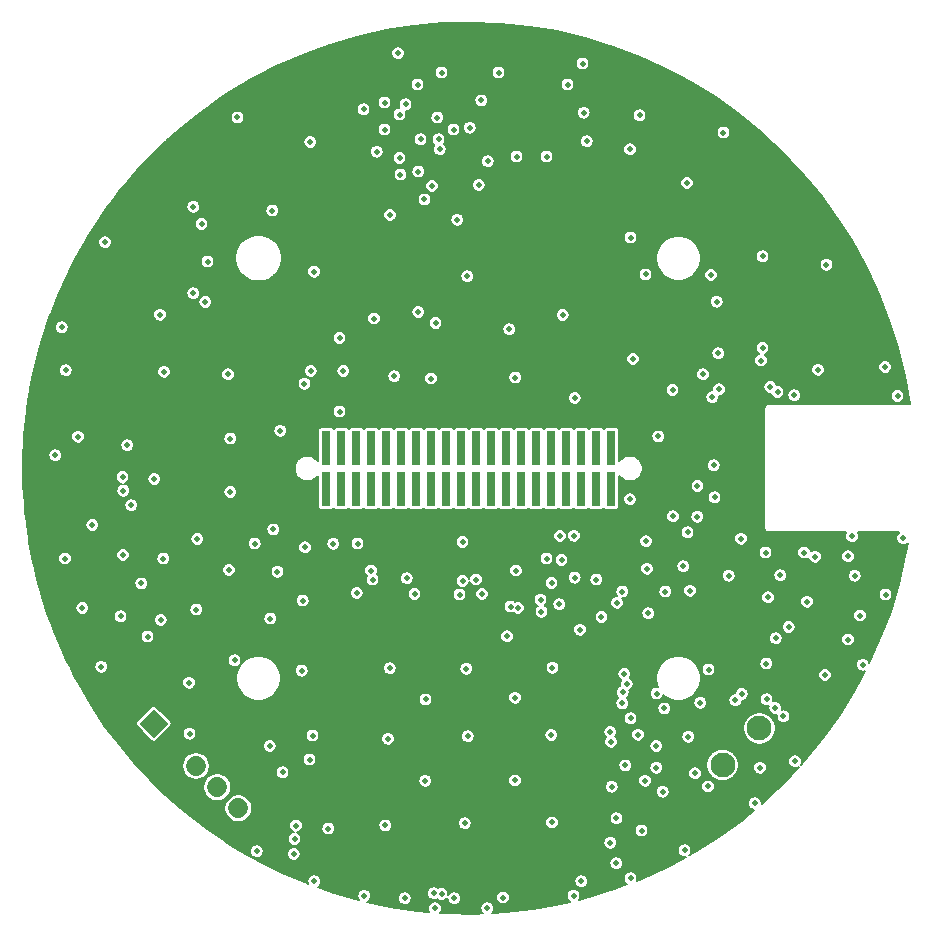
<source format=gbr>
G04 #@! TF.GenerationSoftware,KiCad,Pcbnew,(5.1.5)-3*
G04 #@! TF.CreationDate,2020-01-24T16:48:12-05:00*
G04 #@! TF.ProjectId,Flight_Computer,466c6967-6874-45f4-936f-6d7075746572,rev?*
G04 #@! TF.SameCoordinates,Original*
G04 #@! TF.FileFunction,Copper,L2,Inr*
G04 #@! TF.FilePolarity,Positive*
%FSLAX46Y46*%
G04 Gerber Fmt 4.6, Leading zero omitted, Abs format (unit mm)*
G04 Created by KiCad (PCBNEW (5.1.5)-3) date 2020-01-24 16:48:12*
%MOMM*%
%LPD*%
G04 APERTURE LIST*
%ADD10R,0.740000X2.920000*%
%ADD11C,2.100000*%
%ADD12C,1.700000*%
%ADD13C,0.100000*%
%ADD14C,0.508000*%
%ADD15C,0.152400*%
G04 APERTURE END LIST*
D10*
X164465000Y-125314200D03*
X164465000Y-128744200D03*
X163195000Y-125314200D03*
X163195000Y-128744200D03*
X161925000Y-125314200D03*
X161925000Y-128744200D03*
X160655000Y-125314200D03*
X160655000Y-128744200D03*
X159385000Y-125314200D03*
X159385000Y-128744200D03*
X158115000Y-125314200D03*
X158115000Y-128744200D03*
X156845000Y-125314200D03*
X156845000Y-128744200D03*
X155575000Y-125314200D03*
X155575000Y-128744200D03*
X154305000Y-125314200D03*
X154305000Y-128744200D03*
X153035000Y-125314200D03*
X153035000Y-128744200D03*
X151765000Y-125314200D03*
X151765000Y-128744200D03*
X150495000Y-125314200D03*
X150495000Y-128744200D03*
X149225000Y-125314200D03*
X149225000Y-128744200D03*
X147955000Y-125314200D03*
X147955000Y-128744200D03*
X146685000Y-125314200D03*
X146685000Y-128744200D03*
X145415000Y-125314200D03*
X145415000Y-128744200D03*
X144145000Y-125314200D03*
X144145000Y-128744200D03*
X142875000Y-125314200D03*
X142875000Y-128744200D03*
X141605000Y-125314200D03*
X141605000Y-128744200D03*
X140335000Y-125314200D03*
X140335000Y-128744200D03*
D11*
X177019949Y-149016679D03*
X173908679Y-152127949D03*
D12*
X132914205Y-155803405D02*
X132914205Y-155803405D01*
X131118154Y-154007354D02*
X131118154Y-154007354D01*
X129322102Y-152211302D02*
X129322102Y-152211302D01*
X127526051Y-150415251D02*
X127526051Y-150415251D01*
G04 #@! TA.AperFunction,ViaPad*
D13*
G36*
X125730000Y-149821282D02*
G01*
X124527918Y-148619200D01*
X125730000Y-147417118D01*
X126932082Y-148619200D01*
X125730000Y-149821282D01*
G37*
G04 #@! TD.AperFunction*
D14*
X164401500Y-158703000D03*
X151434800Y-105968800D03*
X153263600Y-103022400D03*
X146630400Y-102137200D03*
X166319200Y-117754400D03*
X161391600Y-121056400D03*
X168452800Y-124307600D03*
X160782000Y-94517200D03*
X159004000Y-100613200D03*
X156464000Y-100613200D03*
X151130000Y-98327200D03*
X148082000Y-94517200D03*
X145288000Y-96041200D03*
X145288000Y-98327200D03*
X150114000Y-93501200D03*
X154940000Y-93501200D03*
X144399000Y-114329200D03*
X149606000Y-114710200D03*
X141795500Y-118774200D03*
X141478000Y-115980200D03*
X141478000Y-122203200D03*
X171145200Y-137367000D03*
X167614600Y-139284700D03*
X165671500Y-152162500D03*
X166751000Y-149559000D03*
X168973500Y-147336500D03*
X172021500Y-146853900D03*
X167043100Y-157674300D03*
X167347900Y-153457900D03*
X168287700Y-150524200D03*
X174990512Y-146647912D03*
X175530262Y-146108162D03*
X177627336Y-146569364D03*
X179062436Y-148004464D03*
X178357586Y-147299614D03*
X171562965Y-152836935D03*
X172667864Y-153941836D03*
X161378900Y-136262100D03*
X161315400Y-132718800D03*
X159004000Y-134649200D03*
X143002000Y-133379200D03*
X144272000Y-136427200D03*
X151892000Y-133252200D03*
X153035000Y-136427200D03*
X140525500Y-157509200D03*
X137795000Y-157255200D03*
X147002500Y-163414700D03*
X151193500Y-163414700D03*
X155321000Y-163351200D03*
X139192000Y-149635200D03*
X135572500Y-150524200D03*
X148145500Y-101883200D03*
X143510000Y-96612700D03*
X118300500Y-118710700D03*
X126619000Y-118837700D03*
X118237000Y-134649200D03*
X126555500Y-134649200D03*
X132232400Y-129010400D03*
X132232400Y-124489200D03*
X124688600Y-136757400D03*
X184518300Y-134458700D03*
X185089800Y-136109700D03*
X185534300Y-139475200D03*
X184518300Y-141507200D03*
X129095500Y-104867700D03*
X129794000Y-106328200D03*
X130302000Y-109503200D03*
X130111500Y-112932200D03*
X163652200Y-139602200D03*
X147828000Y-137646400D03*
X153543000Y-137646400D03*
X172237400Y-119053600D03*
X178790600Y-136071600D03*
X179501800Y-140440400D03*
X152285700Y-110747800D03*
X156362400Y-119320300D03*
X160362900Y-114037100D03*
X181978300Y-118672600D03*
X187667900Y-118431300D03*
X182702200Y-109782600D03*
X173977300Y-98581200D03*
X162052000Y-92739200D03*
X146431000Y-91862900D03*
X132829300Y-97298500D03*
X138988800Y-99381300D03*
X121615200Y-107864900D03*
X117944900Y-115065800D03*
X121297700Y-143805900D03*
X128739900Y-145164800D03*
X138277600Y-144136100D03*
X138353800Y-138205200D03*
X139306300Y-110354100D03*
X145732500Y-143932900D03*
X152209500Y-143971000D03*
X159499300Y-143894800D03*
X145567400Y-149914600D03*
X152336500Y-149698700D03*
X159397700Y-149597100D03*
X145338800Y-157242500D03*
X152082500Y-157052000D03*
X159461200Y-156988500D03*
X148729700Y-153470600D03*
X148755100Y-146574500D03*
X156337000Y-146434800D03*
X156337000Y-153432500D03*
X158496000Y-138141700D03*
X119697500Y-138840200D03*
X140947000Y-133402200D03*
X177292000Y-116818400D03*
X177292000Y-109046000D03*
X147167600Y-136325600D03*
X163220400Y-136427200D03*
X169062400Y-137443200D03*
X170586400Y-135309600D03*
X184861200Y-132769600D03*
X189179200Y-132922000D03*
X185775600Y-143640800D03*
X187706000Y-137697200D03*
X172720000Y-144047200D03*
X177596800Y-143539200D03*
X176631600Y-155375600D03*
X180035200Y-151819600D03*
X166116000Y-161725600D03*
X170688000Y-159338000D03*
X164896800Y-160455600D03*
X161950400Y-161979600D03*
X153974800Y-164265600D03*
X149555200Y-164265600D03*
X156413200Y-135665200D03*
X120548400Y-131804400D03*
X123139200Y-134344400D03*
X149961600Y-100003600D03*
X154025600Y-101019600D03*
X144627600Y-100206800D03*
X149301200Y-103102400D03*
X179984400Y-120831600D03*
X188722000Y-120882400D03*
X155854400Y-115243600D03*
X132029200Y-119053600D03*
X136448800Y-123828800D03*
X135788400Y-105185200D03*
X170891200Y-102848400D03*
X166116000Y-107471200D03*
X152501600Y-98174800D03*
X180797200Y-134141200D03*
X177546000Y-134141200D03*
X181051200Y-138306800D03*
X147066000Y-96193600D03*
X149758400Y-97311200D03*
X166065200Y-129620000D03*
X165404800Y-137443200D03*
X161290000Y-163198800D03*
X139344400Y-161979600D03*
X143560800Y-163198800D03*
X134467600Y-159439600D03*
X129082800Y-112195600D03*
X146100800Y-119206000D03*
X168325800Y-146079200D03*
X166116000Y-148162000D03*
X164515800Y-153978600D03*
X164922200Y-156645600D03*
X173151800Y-126749800D03*
X171780200Y-128502400D03*
X173228000Y-129467600D03*
X139039600Y-118774200D03*
X138506200Y-119841000D03*
X149225000Y-119409200D03*
X123850400Y-130128000D03*
X125780800Y-127918200D03*
X129438400Y-132998200D03*
X117398800Y-125911600D03*
X123494800Y-125048000D03*
X119329200Y-124336800D03*
X132588000Y-143259800D03*
X135610600Y-139729200D03*
X167513000Y-135512800D03*
X169672000Y-120374400D03*
X173532800Y-117275600D03*
X162153600Y-96904800D03*
X162407600Y-99317800D03*
X153466800Y-95863400D03*
X128778000Y-149482800D03*
X136652000Y-152734000D03*
X132105400Y-135614400D03*
X136220200Y-135766800D03*
X135864600Y-132185400D03*
X167386000Y-110595400D03*
X172923200Y-110646200D03*
X126339600Y-139856200D03*
X160147000Y-132744200D03*
X160274000Y-134776200D03*
X169697400Y-131067800D03*
X170942000Y-132426700D03*
X143192500Y-116297700D03*
X143827500Y-116297700D03*
X143510000Y-115726200D03*
X156908500Y-163986200D03*
X152908000Y-164049700D03*
X144780000Y-163414700D03*
X139573000Y-156556700D03*
X139192000Y-150651200D03*
X161163000Y-100676700D03*
X133146800Y-126216400D03*
X164795200Y-153038800D03*
X164566600Y-140465800D03*
X146862800Y-137646400D03*
X155219400Y-137671800D03*
X181000400Y-137011400D03*
X180263800Y-142040600D03*
X178308000Y-140415000D03*
X174421800Y-136097000D03*
X173405800Y-112906800D03*
X177749200Y-137925800D03*
X181737000Y-134496800D03*
X178409600Y-141405600D03*
X168300400Y-152353000D03*
X171005500Y-149736800D03*
X138938000Y-151667200D03*
X178562000Y-120552200D03*
X173024800Y-120984000D03*
X164465000Y-150168600D03*
X166878000Y-97108000D03*
X149860000Y-99152700D03*
X165582600Y-144428200D03*
X148336000Y-99152700D03*
X165785800Y-145266400D03*
X175463200Y-132972800D03*
X177952400Y-120120400D03*
X173609000Y-120323600D03*
X164388800Y-149330400D03*
X166065200Y-100003600D03*
X149453600Y-162995600D03*
X126263400Y-113999000D03*
X167424100Y-133176000D03*
X171767500Y-131105900D03*
X160083500Y-138522700D03*
X164973000Y-138395700D03*
X161823400Y-140669000D03*
X129349500Y-138967200D03*
X123101100Y-127740400D03*
X159425500Y-136721700D03*
X138557000Y-133696700D03*
X158572200Y-139145000D03*
X123164600Y-128896100D03*
X155651200Y-141227800D03*
X122936000Y-139538700D03*
X125222000Y-141253200D03*
X137668000Y-158398200D03*
X137604500Y-159668200D03*
X151892000Y-136554200D03*
X151638000Y-137697200D03*
X144145000Y-135665200D03*
X156591000Y-138840200D03*
X155956000Y-138713200D03*
X142938500Y-137570200D03*
X165455600Y-145977600D03*
X145745200Y-105566200D03*
X165404800Y-146917400D03*
X148666200Y-104245400D03*
X182575200Y-144504400D03*
X150114000Y-163046400D03*
X177063400Y-152353000D03*
X148132800Y-113770400D03*
X134289800Y-133379200D03*
X168833800Y-154385000D03*
X177165000Y-117885200D03*
X146558000Y-100740200D03*
X146558000Y-97057200D03*
D15*
G36*
X155074791Y-89365596D02*
G01*
X157497856Y-89616651D01*
X159899664Y-90023549D01*
X162270194Y-90584589D01*
X164599609Y-91297445D01*
X166878137Y-92159126D01*
X169096325Y-93166057D01*
X171244907Y-94314034D01*
X173314932Y-95598270D01*
X175297765Y-97013415D01*
X177185137Y-98553560D01*
X178969185Y-100212291D01*
X180642475Y-101982694D01*
X182198037Y-103857401D01*
X183629366Y-105828566D01*
X184930519Y-107888008D01*
X186096051Y-110027108D01*
X187121114Y-112236965D01*
X188001436Y-114508375D01*
X188733341Y-116831852D01*
X189313786Y-119197736D01*
X189734771Y-121564800D01*
X177817443Y-121564800D01*
X177800000Y-121563082D01*
X177748036Y-121568200D01*
X177730369Y-121569940D01*
X177663413Y-121590251D01*
X177601707Y-121623234D01*
X177547621Y-121667621D01*
X177503234Y-121721707D01*
X177470251Y-121783413D01*
X177449940Y-121850369D01*
X177443082Y-121920000D01*
X177444800Y-121937443D01*
X177444801Y-132062547D01*
X177443082Y-132080000D01*
X177449940Y-132149631D01*
X177470251Y-132216587D01*
X177503234Y-132278293D01*
X177547621Y-132332379D01*
X177601707Y-132376766D01*
X177663413Y-132409749D01*
X177730369Y-132430060D01*
X177782557Y-132435200D01*
X177800000Y-132436918D01*
X177817443Y-132435200D01*
X184382027Y-132435200D01*
X184343488Y-132492877D01*
X184299450Y-132599195D01*
X184277000Y-132712061D01*
X184277000Y-132827139D01*
X184299450Y-132940005D01*
X184343488Y-133046323D01*
X184407422Y-133142006D01*
X184488794Y-133223378D01*
X184584477Y-133287312D01*
X184690795Y-133331350D01*
X184803661Y-133353800D01*
X184918739Y-133353800D01*
X185031605Y-133331350D01*
X185137923Y-133287312D01*
X185233606Y-133223378D01*
X185314978Y-133142006D01*
X185378912Y-133046323D01*
X185422950Y-132940005D01*
X185445400Y-132827139D01*
X185445400Y-132712061D01*
X185422950Y-132599195D01*
X185378912Y-132492877D01*
X185340373Y-132435200D01*
X188856214Y-132435200D01*
X188806794Y-132468222D01*
X188725422Y-132549594D01*
X188661488Y-132645277D01*
X188617450Y-132751595D01*
X188595000Y-132864461D01*
X188595000Y-132979539D01*
X188617450Y-133092405D01*
X188661488Y-133198723D01*
X188725422Y-133294406D01*
X188806794Y-133375778D01*
X188902477Y-133439712D01*
X189008795Y-133483750D01*
X189121661Y-133506200D01*
X189236739Y-133506200D01*
X189349605Y-133483750D01*
X189455923Y-133439712D01*
X189551606Y-133375778D01*
X189570159Y-133357225D01*
X189389486Y-134435108D01*
X188832581Y-136806629D01*
X188123795Y-139137272D01*
X187266086Y-141417317D01*
X186337678Y-143472044D01*
X186337350Y-143470395D01*
X186293312Y-143364077D01*
X186229378Y-143268394D01*
X186148006Y-143187022D01*
X186052323Y-143123088D01*
X185946005Y-143079050D01*
X185833139Y-143056600D01*
X185718061Y-143056600D01*
X185605195Y-143079050D01*
X185498877Y-143123088D01*
X185403194Y-143187022D01*
X185321822Y-143268394D01*
X185257888Y-143364077D01*
X185213850Y-143470395D01*
X185191400Y-143583261D01*
X185191400Y-143698339D01*
X185213850Y-143811205D01*
X185257888Y-143917523D01*
X185321822Y-144013206D01*
X185403194Y-144094578D01*
X185498877Y-144158512D01*
X185605195Y-144202550D01*
X185718061Y-144225000D01*
X185833139Y-144225000D01*
X185946005Y-144202550D01*
X185966857Y-144193913D01*
X185118811Y-145787826D01*
X183838189Y-147860087D01*
X182426510Y-149845387D01*
X180889650Y-151735455D01*
X180546727Y-152105580D01*
X180552912Y-152096323D01*
X180596950Y-151990005D01*
X180619400Y-151877139D01*
X180619400Y-151762061D01*
X180596950Y-151649195D01*
X180552912Y-151542877D01*
X180488978Y-151447194D01*
X180407606Y-151365822D01*
X180311923Y-151301888D01*
X180205605Y-151257850D01*
X180092739Y-151235400D01*
X179977661Y-151235400D01*
X179864795Y-151257850D01*
X179758477Y-151301888D01*
X179662794Y-151365822D01*
X179581422Y-151447194D01*
X179517488Y-151542877D01*
X179473450Y-151649195D01*
X179451000Y-151762061D01*
X179451000Y-151877139D01*
X179473450Y-151990005D01*
X179517488Y-152096323D01*
X179581422Y-152192006D01*
X179662794Y-152273378D01*
X179758477Y-152337312D01*
X179864795Y-152381350D01*
X179977661Y-152403800D01*
X180092739Y-152403800D01*
X180205605Y-152381350D01*
X180311923Y-152337312D01*
X180364695Y-152302050D01*
X179234044Y-153522387D01*
X177466555Y-155198772D01*
X177215800Y-155407579D01*
X177215800Y-155318061D01*
X177193350Y-155205195D01*
X177149312Y-155098877D01*
X177085378Y-155003194D01*
X177004006Y-154921822D01*
X176908323Y-154857888D01*
X176802005Y-154813850D01*
X176689139Y-154791400D01*
X176574061Y-154791400D01*
X176461195Y-154813850D01*
X176354877Y-154857888D01*
X176259194Y-154921822D01*
X176177822Y-155003194D01*
X176113888Y-155098877D01*
X176069850Y-155205195D01*
X176047400Y-155318061D01*
X176047400Y-155433139D01*
X176069850Y-155546005D01*
X176113888Y-155652323D01*
X176177822Y-155748006D01*
X176259194Y-155829378D01*
X176354877Y-155893312D01*
X176461195Y-155937350D01*
X176556773Y-155956361D01*
X175594578Y-156757595D01*
X173625895Y-158192376D01*
X171568750Y-159497108D01*
X171096923Y-159755261D01*
X171141778Y-159710406D01*
X171205712Y-159614723D01*
X171249750Y-159508405D01*
X171272200Y-159395539D01*
X171272200Y-159280461D01*
X171249750Y-159167595D01*
X171205712Y-159061277D01*
X171141778Y-158965594D01*
X171060406Y-158884222D01*
X170964723Y-158820288D01*
X170858405Y-158776250D01*
X170745539Y-158753800D01*
X170630461Y-158753800D01*
X170517595Y-158776250D01*
X170411277Y-158820288D01*
X170315594Y-158884222D01*
X170234222Y-158965594D01*
X170170288Y-159061277D01*
X170126250Y-159167595D01*
X170103800Y-159280461D01*
X170103800Y-159395539D01*
X170126250Y-159508405D01*
X170170288Y-159614723D01*
X170234222Y-159710406D01*
X170315594Y-159791778D01*
X170411277Y-159855712D01*
X170517595Y-159899750D01*
X170630461Y-159922200D01*
X170745539Y-159922200D01*
X170818238Y-159907740D01*
X169431680Y-160666375D01*
X167223596Y-161695301D01*
X166671851Y-161910248D01*
X166677750Y-161896005D01*
X166700200Y-161783139D01*
X166700200Y-161668061D01*
X166677750Y-161555195D01*
X166633712Y-161448877D01*
X166569778Y-161353194D01*
X166488406Y-161271822D01*
X166392723Y-161207888D01*
X166286405Y-161163850D01*
X166173539Y-161141400D01*
X166058461Y-161141400D01*
X165945595Y-161163850D01*
X165839277Y-161207888D01*
X165743594Y-161271822D01*
X165662222Y-161353194D01*
X165598288Y-161448877D01*
X165554250Y-161555195D01*
X165531800Y-161668061D01*
X165531800Y-161783139D01*
X165554250Y-161896005D01*
X165598288Y-162002323D01*
X165662222Y-162098006D01*
X165743594Y-162179378D01*
X165831038Y-162237807D01*
X164953743Y-162579579D01*
X162631539Y-163315542D01*
X161772766Y-163527822D01*
X161807712Y-163475523D01*
X161851750Y-163369205D01*
X161874200Y-163256339D01*
X161874200Y-163141261D01*
X161851750Y-163028395D01*
X161807712Y-162922077D01*
X161743778Y-162826394D01*
X161662406Y-162745022D01*
X161566723Y-162681088D01*
X161460405Y-162637050D01*
X161347539Y-162614600D01*
X161232461Y-162614600D01*
X161119595Y-162637050D01*
X161013277Y-162681088D01*
X160917594Y-162745022D01*
X160836222Y-162826394D01*
X160772288Y-162922077D01*
X160728250Y-163028395D01*
X160705800Y-163141261D01*
X160705800Y-163256339D01*
X160728250Y-163369205D01*
X160772288Y-163475523D01*
X160836222Y-163571206D01*
X160917594Y-163652578D01*
X161012238Y-163715818D01*
X160266691Y-163900110D01*
X157869036Y-164330853D01*
X155448611Y-164605969D01*
X154410102Y-164656482D01*
X154428578Y-164638006D01*
X154492512Y-164542323D01*
X154536550Y-164436005D01*
X154559000Y-164323139D01*
X154559000Y-164208061D01*
X154536550Y-164095195D01*
X154492512Y-163988877D01*
X154428578Y-163893194D01*
X154347206Y-163811822D01*
X154251523Y-163747888D01*
X154145205Y-163703850D01*
X154032339Y-163681400D01*
X153917261Y-163681400D01*
X153804395Y-163703850D01*
X153698077Y-163747888D01*
X153602394Y-163811822D01*
X153521022Y-163893194D01*
X153457088Y-163988877D01*
X153413050Y-164095195D01*
X153390600Y-164208061D01*
X153390600Y-164323139D01*
X153413050Y-164436005D01*
X153457088Y-164542323D01*
X153521022Y-164638006D01*
X153579879Y-164696863D01*
X153015441Y-164724318D01*
X150579714Y-164685401D01*
X150007756Y-164639228D01*
X150008978Y-164638006D01*
X150072912Y-164542323D01*
X150116950Y-164436005D01*
X150139400Y-164323139D01*
X150139400Y-164208061D01*
X150116950Y-164095195D01*
X150072912Y-163988877D01*
X150008978Y-163893194D01*
X149927606Y-163811822D01*
X149831923Y-163747888D01*
X149725605Y-163703850D01*
X149612739Y-163681400D01*
X149497661Y-163681400D01*
X149384795Y-163703850D01*
X149278477Y-163747888D01*
X149182794Y-163811822D01*
X149101422Y-163893194D01*
X149037488Y-163988877D01*
X148993450Y-164095195D01*
X148971000Y-164208061D01*
X148971000Y-164323139D01*
X148993450Y-164436005D01*
X149037488Y-164542323D01*
X149050610Y-164561961D01*
X148151596Y-164489386D01*
X145741164Y-164137081D01*
X143812955Y-163726688D01*
X143837523Y-163716512D01*
X143933206Y-163652578D01*
X144014578Y-163571206D01*
X144078512Y-163475523D01*
X144122550Y-163369205D01*
X144124945Y-163357161D01*
X146418300Y-163357161D01*
X146418300Y-163472239D01*
X146440750Y-163585105D01*
X146484788Y-163691423D01*
X146548722Y-163787106D01*
X146630094Y-163868478D01*
X146725777Y-163932412D01*
X146832095Y-163976450D01*
X146944961Y-163998900D01*
X147060039Y-163998900D01*
X147172905Y-163976450D01*
X147279223Y-163932412D01*
X147374906Y-163868478D01*
X147456278Y-163787106D01*
X147520212Y-163691423D01*
X147564250Y-163585105D01*
X147586700Y-163472239D01*
X147586700Y-163357161D01*
X147564250Y-163244295D01*
X147520212Y-163137977D01*
X147456278Y-163042294D01*
X147374906Y-162960922D01*
X147340693Y-162938061D01*
X148869400Y-162938061D01*
X148869400Y-163053139D01*
X148891850Y-163166005D01*
X148935888Y-163272323D01*
X148999822Y-163368006D01*
X149081194Y-163449378D01*
X149176877Y-163513312D01*
X149283195Y-163557350D01*
X149396061Y-163579800D01*
X149511139Y-163579800D01*
X149624005Y-163557350D01*
X149730323Y-163513312D01*
X149745787Y-163502979D01*
X149837277Y-163564112D01*
X149943595Y-163608150D01*
X150056461Y-163630600D01*
X150171539Y-163630600D01*
X150284405Y-163608150D01*
X150390723Y-163564112D01*
X150486406Y-163500178D01*
X150567778Y-163418806D01*
X150609441Y-163356454D01*
X150609300Y-163357161D01*
X150609300Y-163472239D01*
X150631750Y-163585105D01*
X150675788Y-163691423D01*
X150739722Y-163787106D01*
X150821094Y-163868478D01*
X150916777Y-163932412D01*
X151023095Y-163976450D01*
X151135961Y-163998900D01*
X151251039Y-163998900D01*
X151363905Y-163976450D01*
X151470223Y-163932412D01*
X151565906Y-163868478D01*
X151647278Y-163787106D01*
X151711212Y-163691423D01*
X151755250Y-163585105D01*
X151777700Y-163472239D01*
X151777700Y-163357161D01*
X151765070Y-163293661D01*
X154736800Y-163293661D01*
X154736800Y-163408739D01*
X154759250Y-163521605D01*
X154803288Y-163627923D01*
X154867222Y-163723606D01*
X154948594Y-163804978D01*
X155044277Y-163868912D01*
X155150595Y-163912950D01*
X155263461Y-163935400D01*
X155378539Y-163935400D01*
X155491405Y-163912950D01*
X155597723Y-163868912D01*
X155693406Y-163804978D01*
X155774778Y-163723606D01*
X155838712Y-163627923D01*
X155882750Y-163521605D01*
X155905200Y-163408739D01*
X155905200Y-163293661D01*
X155882750Y-163180795D01*
X155838712Y-163074477D01*
X155774778Y-162978794D01*
X155693406Y-162897422D01*
X155597723Y-162833488D01*
X155491405Y-162789450D01*
X155378539Y-162767000D01*
X155263461Y-162767000D01*
X155150595Y-162789450D01*
X155044277Y-162833488D01*
X154948594Y-162897422D01*
X154867222Y-162978794D01*
X154803288Y-163074477D01*
X154759250Y-163180795D01*
X154736800Y-163293661D01*
X151765070Y-163293661D01*
X151755250Y-163244295D01*
X151711212Y-163137977D01*
X151647278Y-163042294D01*
X151565906Y-162960922D01*
X151470223Y-162896988D01*
X151363905Y-162852950D01*
X151251039Y-162830500D01*
X151135961Y-162830500D01*
X151023095Y-162852950D01*
X150916777Y-162896988D01*
X150821094Y-162960922D01*
X150739722Y-163042294D01*
X150698059Y-163104646D01*
X150698200Y-163103939D01*
X150698200Y-162988861D01*
X150675750Y-162875995D01*
X150631712Y-162769677D01*
X150567778Y-162673994D01*
X150486406Y-162592622D01*
X150390723Y-162528688D01*
X150284405Y-162484650D01*
X150171539Y-162462200D01*
X150056461Y-162462200D01*
X149943595Y-162484650D01*
X149837277Y-162528688D01*
X149821813Y-162539021D01*
X149730323Y-162477888D01*
X149624005Y-162433850D01*
X149511139Y-162411400D01*
X149396061Y-162411400D01*
X149283195Y-162433850D01*
X149176877Y-162477888D01*
X149081194Y-162541822D01*
X148999822Y-162623194D01*
X148935888Y-162718877D01*
X148891850Y-162825195D01*
X148869400Y-162938061D01*
X147340693Y-162938061D01*
X147279223Y-162896988D01*
X147172905Y-162852950D01*
X147060039Y-162830500D01*
X146944961Y-162830500D01*
X146832095Y-162852950D01*
X146725777Y-162896988D01*
X146630094Y-162960922D01*
X146548722Y-163042294D01*
X146484788Y-163137977D01*
X146440750Y-163244295D01*
X146418300Y-163357161D01*
X144124945Y-163357161D01*
X144145000Y-163256339D01*
X144145000Y-163141261D01*
X144122550Y-163028395D01*
X144078512Y-162922077D01*
X144014578Y-162826394D01*
X143933206Y-162745022D01*
X143837523Y-162681088D01*
X143731205Y-162637050D01*
X143618339Y-162614600D01*
X143503261Y-162614600D01*
X143390395Y-162637050D01*
X143284077Y-162681088D01*
X143188394Y-162745022D01*
X143107022Y-162826394D01*
X143043088Y-162922077D01*
X142999050Y-163028395D01*
X142976600Y-163141261D01*
X142976600Y-163256339D01*
X142999050Y-163369205D01*
X143043088Y-163475523D01*
X143097145Y-163556425D01*
X141013538Y-162970147D01*
X139638692Y-162485573D01*
X139716806Y-162433378D01*
X139798178Y-162352006D01*
X139862112Y-162256323D01*
X139906150Y-162150005D01*
X139928600Y-162037139D01*
X139928600Y-161922061D01*
X161366200Y-161922061D01*
X161366200Y-162037139D01*
X161388650Y-162150005D01*
X161432688Y-162256323D01*
X161496622Y-162352006D01*
X161577994Y-162433378D01*
X161673677Y-162497312D01*
X161779995Y-162541350D01*
X161892861Y-162563800D01*
X162007939Y-162563800D01*
X162120805Y-162541350D01*
X162227123Y-162497312D01*
X162322806Y-162433378D01*
X162404178Y-162352006D01*
X162468112Y-162256323D01*
X162512150Y-162150005D01*
X162534600Y-162037139D01*
X162534600Y-161922061D01*
X162512150Y-161809195D01*
X162468112Y-161702877D01*
X162404178Y-161607194D01*
X162322806Y-161525822D01*
X162227123Y-161461888D01*
X162120805Y-161417850D01*
X162007939Y-161395400D01*
X161892861Y-161395400D01*
X161779995Y-161417850D01*
X161673677Y-161461888D01*
X161577994Y-161525822D01*
X161496622Y-161607194D01*
X161432688Y-161702877D01*
X161388650Y-161809195D01*
X161366200Y-161922061D01*
X139928600Y-161922061D01*
X139906150Y-161809195D01*
X139862112Y-161702877D01*
X139798178Y-161607194D01*
X139716806Y-161525822D01*
X139621123Y-161461888D01*
X139514805Y-161417850D01*
X139401939Y-161395400D01*
X139286861Y-161395400D01*
X139173995Y-161417850D01*
X139067677Y-161461888D01*
X138971994Y-161525822D01*
X138890622Y-161607194D01*
X138826688Y-161702877D01*
X138782650Y-161809195D01*
X138760200Y-161922061D01*
X138760200Y-162037139D01*
X138782650Y-162150005D01*
X138799068Y-162189642D01*
X138716035Y-162160376D01*
X136475586Y-161204034D01*
X134881093Y-160398061D01*
X164312600Y-160398061D01*
X164312600Y-160513139D01*
X164335050Y-160626005D01*
X164379088Y-160732323D01*
X164443022Y-160828006D01*
X164524394Y-160909378D01*
X164620077Y-160973312D01*
X164726395Y-161017350D01*
X164839261Y-161039800D01*
X164954339Y-161039800D01*
X165067205Y-161017350D01*
X165173523Y-160973312D01*
X165269206Y-160909378D01*
X165350578Y-160828006D01*
X165414512Y-160732323D01*
X165458550Y-160626005D01*
X165481000Y-160513139D01*
X165481000Y-160398061D01*
X165458550Y-160285195D01*
X165414512Y-160178877D01*
X165350578Y-160083194D01*
X165269206Y-160001822D01*
X165173523Y-159937888D01*
X165067205Y-159893850D01*
X164954339Y-159871400D01*
X164839261Y-159871400D01*
X164726395Y-159893850D01*
X164620077Y-159937888D01*
X164524394Y-160001822D01*
X164443022Y-160083194D01*
X164379088Y-160178877D01*
X164335050Y-160285195D01*
X164312600Y-160398061D01*
X134881093Y-160398061D01*
X134301488Y-160105087D01*
X133074786Y-159382061D01*
X133883400Y-159382061D01*
X133883400Y-159497139D01*
X133905850Y-159610005D01*
X133949888Y-159716323D01*
X134013822Y-159812006D01*
X134095194Y-159893378D01*
X134190877Y-159957312D01*
X134297195Y-160001350D01*
X134410061Y-160023800D01*
X134525139Y-160023800D01*
X134638005Y-160001350D01*
X134744323Y-159957312D01*
X134840006Y-159893378D01*
X134921378Y-159812006D01*
X134985312Y-159716323D01*
X135029078Y-159610661D01*
X137020300Y-159610661D01*
X137020300Y-159725739D01*
X137042750Y-159838605D01*
X137086788Y-159944923D01*
X137150722Y-160040606D01*
X137232094Y-160121978D01*
X137327777Y-160185912D01*
X137434095Y-160229950D01*
X137546961Y-160252400D01*
X137662039Y-160252400D01*
X137774905Y-160229950D01*
X137881223Y-160185912D01*
X137976906Y-160121978D01*
X138058278Y-160040606D01*
X138122212Y-159944923D01*
X138166250Y-159838605D01*
X138188700Y-159725739D01*
X138188700Y-159610661D01*
X138166250Y-159497795D01*
X138122212Y-159391477D01*
X138058278Y-159295794D01*
X137976906Y-159214422D01*
X137881223Y-159150488D01*
X137774905Y-159106450D01*
X137662039Y-159084000D01*
X137546961Y-159084000D01*
X137434095Y-159106450D01*
X137327777Y-159150488D01*
X137232094Y-159214422D01*
X137150722Y-159295794D01*
X137086788Y-159391477D01*
X137042750Y-159497795D01*
X137020300Y-159610661D01*
X135029078Y-159610661D01*
X135029350Y-159610005D01*
X135051800Y-159497139D01*
X135051800Y-159382061D01*
X135029350Y-159269195D01*
X134985312Y-159162877D01*
X134921378Y-159067194D01*
X134840006Y-158985822D01*
X134744323Y-158921888D01*
X134638005Y-158877850D01*
X134525139Y-158855400D01*
X134410061Y-158855400D01*
X134297195Y-158877850D01*
X134190877Y-158921888D01*
X134095194Y-158985822D01*
X134013822Y-159067194D01*
X133949888Y-159162877D01*
X133905850Y-159269195D01*
X133883400Y-159382061D01*
X133074786Y-159382061D01*
X132202877Y-158868153D01*
X131427144Y-158340661D01*
X137083800Y-158340661D01*
X137083800Y-158455739D01*
X137106250Y-158568605D01*
X137150288Y-158674923D01*
X137214222Y-158770606D01*
X137295594Y-158851978D01*
X137391277Y-158915912D01*
X137497595Y-158959950D01*
X137610461Y-158982400D01*
X137725539Y-158982400D01*
X137838405Y-158959950D01*
X137944723Y-158915912D01*
X138040406Y-158851978D01*
X138121778Y-158770606D01*
X138185712Y-158674923D01*
X138197915Y-158645461D01*
X163817300Y-158645461D01*
X163817300Y-158760539D01*
X163839750Y-158873405D01*
X163883788Y-158979723D01*
X163947722Y-159075406D01*
X164029094Y-159156778D01*
X164124777Y-159220712D01*
X164231095Y-159264750D01*
X164343961Y-159287200D01*
X164459039Y-159287200D01*
X164571905Y-159264750D01*
X164678223Y-159220712D01*
X164773906Y-159156778D01*
X164855278Y-159075406D01*
X164919212Y-158979723D01*
X164963250Y-158873405D01*
X164985700Y-158760539D01*
X164985700Y-158645461D01*
X164963250Y-158532595D01*
X164919212Y-158426277D01*
X164855278Y-158330594D01*
X164773906Y-158249222D01*
X164678223Y-158185288D01*
X164571905Y-158141250D01*
X164459039Y-158118800D01*
X164343961Y-158118800D01*
X164231095Y-158141250D01*
X164124777Y-158185288D01*
X164029094Y-158249222D01*
X163947722Y-158330594D01*
X163883788Y-158426277D01*
X163839750Y-158532595D01*
X163817300Y-158645461D01*
X138197915Y-158645461D01*
X138229750Y-158568605D01*
X138252200Y-158455739D01*
X138252200Y-158340661D01*
X138229750Y-158227795D01*
X138185712Y-158121477D01*
X138121778Y-158025794D01*
X138040406Y-157944422D01*
X137944723Y-157880488D01*
X137845527Y-157839400D01*
X137852539Y-157839400D01*
X137965405Y-157816950D01*
X138071723Y-157772912D01*
X138167406Y-157708978D01*
X138248778Y-157627606D01*
X138312712Y-157531923D01*
X138345957Y-157451661D01*
X139941300Y-157451661D01*
X139941300Y-157566739D01*
X139963750Y-157679605D01*
X140007788Y-157785923D01*
X140071722Y-157881606D01*
X140153094Y-157962978D01*
X140248777Y-158026912D01*
X140355095Y-158070950D01*
X140467961Y-158093400D01*
X140583039Y-158093400D01*
X140695905Y-158070950D01*
X140802223Y-158026912D01*
X140897906Y-157962978D01*
X140979278Y-157881606D01*
X141043212Y-157785923D01*
X141087250Y-157679605D01*
X141109700Y-157566739D01*
X141109700Y-157451661D01*
X141087250Y-157338795D01*
X141043212Y-157232477D01*
X141011463Y-157184961D01*
X144754600Y-157184961D01*
X144754600Y-157300039D01*
X144777050Y-157412905D01*
X144821088Y-157519223D01*
X144885022Y-157614906D01*
X144966394Y-157696278D01*
X145062077Y-157760212D01*
X145168395Y-157804250D01*
X145281261Y-157826700D01*
X145396339Y-157826700D01*
X145509205Y-157804250D01*
X145615523Y-157760212D01*
X145711206Y-157696278D01*
X145792578Y-157614906D01*
X145856512Y-157519223D01*
X145900550Y-157412905D01*
X145923000Y-157300039D01*
X145923000Y-157184961D01*
X145900550Y-157072095D01*
X145868394Y-156994461D01*
X151498300Y-156994461D01*
X151498300Y-157109539D01*
X151520750Y-157222405D01*
X151564788Y-157328723D01*
X151628722Y-157424406D01*
X151710094Y-157505778D01*
X151805777Y-157569712D01*
X151912095Y-157613750D01*
X152024961Y-157636200D01*
X152140039Y-157636200D01*
X152237767Y-157616761D01*
X166458900Y-157616761D01*
X166458900Y-157731839D01*
X166481350Y-157844705D01*
X166525388Y-157951023D01*
X166589322Y-158046706D01*
X166670694Y-158128078D01*
X166766377Y-158192012D01*
X166872695Y-158236050D01*
X166985561Y-158258500D01*
X167100639Y-158258500D01*
X167213505Y-158236050D01*
X167319823Y-158192012D01*
X167415506Y-158128078D01*
X167496878Y-158046706D01*
X167560812Y-157951023D01*
X167604850Y-157844705D01*
X167627300Y-157731839D01*
X167627300Y-157616761D01*
X167604850Y-157503895D01*
X167560812Y-157397577D01*
X167496878Y-157301894D01*
X167415506Y-157220522D01*
X167319823Y-157156588D01*
X167213505Y-157112550D01*
X167100639Y-157090100D01*
X166985561Y-157090100D01*
X166872695Y-157112550D01*
X166766377Y-157156588D01*
X166670694Y-157220522D01*
X166589322Y-157301894D01*
X166525388Y-157397577D01*
X166481350Y-157503895D01*
X166458900Y-157616761D01*
X152237767Y-157616761D01*
X152252905Y-157613750D01*
X152359223Y-157569712D01*
X152454906Y-157505778D01*
X152536278Y-157424406D01*
X152600212Y-157328723D01*
X152644250Y-157222405D01*
X152666700Y-157109539D01*
X152666700Y-156994461D01*
X152654070Y-156930961D01*
X158877000Y-156930961D01*
X158877000Y-157046039D01*
X158899450Y-157158905D01*
X158943488Y-157265223D01*
X159007422Y-157360906D01*
X159088794Y-157442278D01*
X159184477Y-157506212D01*
X159290795Y-157550250D01*
X159403661Y-157572700D01*
X159518739Y-157572700D01*
X159631605Y-157550250D01*
X159737923Y-157506212D01*
X159833606Y-157442278D01*
X159914978Y-157360906D01*
X159978912Y-157265223D01*
X160022950Y-157158905D01*
X160045400Y-157046039D01*
X160045400Y-156930961D01*
X160022950Y-156818095D01*
X159978912Y-156711777D01*
X159914978Y-156616094D01*
X159886945Y-156588061D01*
X164338000Y-156588061D01*
X164338000Y-156703139D01*
X164360450Y-156816005D01*
X164404488Y-156922323D01*
X164468422Y-157018006D01*
X164549794Y-157099378D01*
X164645477Y-157163312D01*
X164751795Y-157207350D01*
X164864661Y-157229800D01*
X164979739Y-157229800D01*
X165092605Y-157207350D01*
X165198923Y-157163312D01*
X165294606Y-157099378D01*
X165375978Y-157018006D01*
X165439912Y-156922323D01*
X165483950Y-156816005D01*
X165506400Y-156703139D01*
X165506400Y-156588061D01*
X165483950Y-156475195D01*
X165439912Y-156368877D01*
X165375978Y-156273194D01*
X165294606Y-156191822D01*
X165198923Y-156127888D01*
X165092605Y-156083850D01*
X164979739Y-156061400D01*
X164864661Y-156061400D01*
X164751795Y-156083850D01*
X164645477Y-156127888D01*
X164549794Y-156191822D01*
X164468422Y-156273194D01*
X164404488Y-156368877D01*
X164360450Y-156475195D01*
X164338000Y-156588061D01*
X159886945Y-156588061D01*
X159833606Y-156534722D01*
X159737923Y-156470788D01*
X159631605Y-156426750D01*
X159518739Y-156404300D01*
X159403661Y-156404300D01*
X159290795Y-156426750D01*
X159184477Y-156470788D01*
X159088794Y-156534722D01*
X159007422Y-156616094D01*
X158943488Y-156711777D01*
X158899450Y-156818095D01*
X158877000Y-156930961D01*
X152654070Y-156930961D01*
X152644250Y-156881595D01*
X152600212Y-156775277D01*
X152536278Y-156679594D01*
X152454906Y-156598222D01*
X152359223Y-156534288D01*
X152252905Y-156490250D01*
X152140039Y-156467800D01*
X152024961Y-156467800D01*
X151912095Y-156490250D01*
X151805777Y-156534288D01*
X151710094Y-156598222D01*
X151628722Y-156679594D01*
X151564788Y-156775277D01*
X151520750Y-156881595D01*
X151498300Y-156994461D01*
X145868394Y-156994461D01*
X145856512Y-156965777D01*
X145792578Y-156870094D01*
X145711206Y-156788722D01*
X145615523Y-156724788D01*
X145509205Y-156680750D01*
X145396339Y-156658300D01*
X145281261Y-156658300D01*
X145168395Y-156680750D01*
X145062077Y-156724788D01*
X144966394Y-156788722D01*
X144885022Y-156870094D01*
X144821088Y-156965777D01*
X144777050Y-157072095D01*
X144754600Y-157184961D01*
X141011463Y-157184961D01*
X140979278Y-157136794D01*
X140897906Y-157055422D01*
X140802223Y-156991488D01*
X140695905Y-156947450D01*
X140583039Y-156925000D01*
X140467961Y-156925000D01*
X140355095Y-156947450D01*
X140248777Y-156991488D01*
X140153094Y-157055422D01*
X140071722Y-157136794D01*
X140007788Y-157232477D01*
X139963750Y-157338795D01*
X139941300Y-157451661D01*
X138345957Y-157451661D01*
X138356750Y-157425605D01*
X138379200Y-157312739D01*
X138379200Y-157197661D01*
X138356750Y-157084795D01*
X138312712Y-156978477D01*
X138248778Y-156882794D01*
X138167406Y-156801422D01*
X138071723Y-156737488D01*
X137965405Y-156693450D01*
X137852539Y-156671000D01*
X137737461Y-156671000D01*
X137624595Y-156693450D01*
X137518277Y-156737488D01*
X137422594Y-156801422D01*
X137341222Y-156882794D01*
X137277288Y-156978477D01*
X137233250Y-157084795D01*
X137210800Y-157197661D01*
X137210800Y-157312739D01*
X137233250Y-157425605D01*
X137277288Y-157531923D01*
X137341222Y-157627606D01*
X137422594Y-157708978D01*
X137518277Y-157772912D01*
X137617473Y-157814000D01*
X137610461Y-157814000D01*
X137497595Y-157836450D01*
X137391277Y-157880488D01*
X137295594Y-157944422D01*
X137214222Y-158025794D01*
X137150288Y-158121477D01*
X137106250Y-158227795D01*
X137083800Y-158340661D01*
X131427144Y-158340661D01*
X130188443Y-157498355D01*
X128266628Y-156001436D01*
X127912847Y-155687165D01*
X131734005Y-155687165D01*
X131734005Y-155919645D01*
X131779360Y-156147657D01*
X131868326Y-156362439D01*
X131997484Y-156555738D01*
X132161872Y-156720126D01*
X132355171Y-156849284D01*
X132569953Y-156938250D01*
X132797965Y-156983605D01*
X133030445Y-156983605D01*
X133258457Y-156938250D01*
X133473239Y-156849284D01*
X133666538Y-156720126D01*
X133830926Y-156555738D01*
X133960084Y-156362439D01*
X134049050Y-156147657D01*
X134094405Y-155919645D01*
X134094405Y-155687165D01*
X134049050Y-155459153D01*
X133960084Y-155244371D01*
X133830926Y-155051072D01*
X133666538Y-154886684D01*
X133473239Y-154757526D01*
X133258457Y-154668560D01*
X133030445Y-154623205D01*
X132797965Y-154623205D01*
X132569953Y-154668560D01*
X132355171Y-154757526D01*
X132161872Y-154886684D01*
X131997484Y-155051072D01*
X131868326Y-155244371D01*
X131779360Y-155459153D01*
X131734005Y-155687165D01*
X127912847Y-155687165D01*
X126445389Y-154383592D01*
X125958303Y-153891114D01*
X129937954Y-153891114D01*
X129937954Y-154123594D01*
X129983309Y-154351606D01*
X130072275Y-154566388D01*
X130201433Y-154759687D01*
X130365821Y-154924075D01*
X130559120Y-155053233D01*
X130773902Y-155142199D01*
X131001914Y-155187554D01*
X131234394Y-155187554D01*
X131462406Y-155142199D01*
X131677188Y-155053233D01*
X131870487Y-154924075D01*
X132034875Y-154759687D01*
X132164033Y-154566388D01*
X132252999Y-154351606D01*
X132298354Y-154123594D01*
X132298354Y-153891114D01*
X132252999Y-153663102D01*
X132164033Y-153448320D01*
X132140474Y-153413061D01*
X148145500Y-153413061D01*
X148145500Y-153528139D01*
X148167950Y-153641005D01*
X148211988Y-153747323D01*
X148275922Y-153843006D01*
X148357294Y-153924378D01*
X148452977Y-153988312D01*
X148559295Y-154032350D01*
X148672161Y-154054800D01*
X148787239Y-154054800D01*
X148900105Y-154032350D01*
X149006423Y-153988312D01*
X149102106Y-153924378D01*
X149183478Y-153843006D01*
X149247412Y-153747323D01*
X149291450Y-153641005D01*
X149313900Y-153528139D01*
X149313900Y-153413061D01*
X149306322Y-153374961D01*
X155752800Y-153374961D01*
X155752800Y-153490039D01*
X155775250Y-153602905D01*
X155819288Y-153709223D01*
X155883222Y-153804906D01*
X155964594Y-153886278D01*
X156060277Y-153950212D01*
X156166595Y-153994250D01*
X156279461Y-154016700D01*
X156394539Y-154016700D01*
X156507405Y-153994250D01*
X156613723Y-153950212D01*
X156657350Y-153921061D01*
X163931600Y-153921061D01*
X163931600Y-154036139D01*
X163954050Y-154149005D01*
X163998088Y-154255323D01*
X164062022Y-154351006D01*
X164143394Y-154432378D01*
X164239077Y-154496312D01*
X164345395Y-154540350D01*
X164458261Y-154562800D01*
X164573339Y-154562800D01*
X164686205Y-154540350D01*
X164792523Y-154496312D01*
X164888206Y-154432378D01*
X164969578Y-154351006D01*
X164985310Y-154327461D01*
X168249600Y-154327461D01*
X168249600Y-154442539D01*
X168272050Y-154555405D01*
X168316088Y-154661723D01*
X168380022Y-154757406D01*
X168461394Y-154838778D01*
X168557077Y-154902712D01*
X168663395Y-154946750D01*
X168776261Y-154969200D01*
X168891339Y-154969200D01*
X169004205Y-154946750D01*
X169110523Y-154902712D01*
X169206206Y-154838778D01*
X169287578Y-154757406D01*
X169351512Y-154661723D01*
X169395550Y-154555405D01*
X169418000Y-154442539D01*
X169418000Y-154327461D01*
X169395550Y-154214595D01*
X169351512Y-154108277D01*
X169287578Y-154012594D01*
X169206206Y-153931222D01*
X169135979Y-153884297D01*
X172083664Y-153884297D01*
X172083664Y-153999375D01*
X172106114Y-154112241D01*
X172150152Y-154218559D01*
X172214086Y-154314242D01*
X172295458Y-154395614D01*
X172391141Y-154459548D01*
X172497459Y-154503586D01*
X172610325Y-154526036D01*
X172725403Y-154526036D01*
X172838269Y-154503586D01*
X172944587Y-154459548D01*
X173040270Y-154395614D01*
X173121642Y-154314242D01*
X173185576Y-154218559D01*
X173229614Y-154112241D01*
X173252064Y-153999375D01*
X173252064Y-153884297D01*
X173229614Y-153771431D01*
X173185576Y-153665113D01*
X173121642Y-153569430D01*
X173040270Y-153488058D01*
X172944587Y-153424124D01*
X172838269Y-153380086D01*
X172725403Y-153357636D01*
X172610325Y-153357636D01*
X172497459Y-153380086D01*
X172391141Y-153424124D01*
X172295458Y-153488058D01*
X172214086Y-153569430D01*
X172150152Y-153665113D01*
X172106114Y-153771431D01*
X172083664Y-153884297D01*
X169135979Y-153884297D01*
X169110523Y-153867288D01*
X169004205Y-153823250D01*
X168891339Y-153800800D01*
X168776261Y-153800800D01*
X168663395Y-153823250D01*
X168557077Y-153867288D01*
X168461394Y-153931222D01*
X168380022Y-154012594D01*
X168316088Y-154108277D01*
X168272050Y-154214595D01*
X168249600Y-154327461D01*
X164985310Y-154327461D01*
X165033512Y-154255323D01*
X165077550Y-154149005D01*
X165100000Y-154036139D01*
X165100000Y-153921061D01*
X165077550Y-153808195D01*
X165033512Y-153701877D01*
X164969578Y-153606194D01*
X164888206Y-153524822D01*
X164792523Y-153460888D01*
X164686205Y-153416850D01*
X164603308Y-153400361D01*
X166763700Y-153400361D01*
X166763700Y-153515439D01*
X166786150Y-153628305D01*
X166830188Y-153734623D01*
X166894122Y-153830306D01*
X166975494Y-153911678D01*
X167071177Y-153975612D01*
X167177495Y-154019650D01*
X167290361Y-154042100D01*
X167405439Y-154042100D01*
X167518305Y-154019650D01*
X167624623Y-153975612D01*
X167720306Y-153911678D01*
X167801678Y-153830306D01*
X167865612Y-153734623D01*
X167909650Y-153628305D01*
X167932100Y-153515439D01*
X167932100Y-153400361D01*
X167909650Y-153287495D01*
X167865612Y-153181177D01*
X167801678Y-153085494D01*
X167720306Y-153004122D01*
X167624623Y-152940188D01*
X167518305Y-152896150D01*
X167405439Y-152873700D01*
X167290361Y-152873700D01*
X167177495Y-152896150D01*
X167071177Y-152940188D01*
X166975494Y-153004122D01*
X166894122Y-153085494D01*
X166830188Y-153181177D01*
X166786150Y-153287495D01*
X166763700Y-153400361D01*
X164603308Y-153400361D01*
X164573339Y-153394400D01*
X164458261Y-153394400D01*
X164345395Y-153416850D01*
X164239077Y-153460888D01*
X164143394Y-153524822D01*
X164062022Y-153606194D01*
X163998088Y-153701877D01*
X163954050Y-153808195D01*
X163931600Y-153921061D01*
X156657350Y-153921061D01*
X156709406Y-153886278D01*
X156790778Y-153804906D01*
X156854712Y-153709223D01*
X156898750Y-153602905D01*
X156921200Y-153490039D01*
X156921200Y-153374961D01*
X156898750Y-153262095D01*
X156854712Y-153155777D01*
X156790778Y-153060094D01*
X156709406Y-152978722D01*
X156613723Y-152914788D01*
X156507405Y-152870750D01*
X156394539Y-152848300D01*
X156279461Y-152848300D01*
X156166595Y-152870750D01*
X156060277Y-152914788D01*
X155964594Y-152978722D01*
X155883222Y-153060094D01*
X155819288Y-153155777D01*
X155775250Y-153262095D01*
X155752800Y-153374961D01*
X149306322Y-153374961D01*
X149291450Y-153300195D01*
X149247412Y-153193877D01*
X149183478Y-153098194D01*
X149102106Y-153016822D01*
X149006423Y-152952888D01*
X148900105Y-152908850D01*
X148787239Y-152886400D01*
X148672161Y-152886400D01*
X148559295Y-152908850D01*
X148452977Y-152952888D01*
X148357294Y-153016822D01*
X148275922Y-153098194D01*
X148211988Y-153193877D01*
X148167950Y-153300195D01*
X148145500Y-153413061D01*
X132140474Y-153413061D01*
X132034875Y-153255021D01*
X131870487Y-153090633D01*
X131677188Y-152961475D01*
X131462406Y-152872509D01*
X131234394Y-152827154D01*
X131001914Y-152827154D01*
X130773902Y-152872509D01*
X130559120Y-152961475D01*
X130365821Y-153090633D01*
X130201433Y-153255021D01*
X130072275Y-153448320D01*
X129983309Y-153663102D01*
X129937954Y-153891114D01*
X125958303Y-153891114D01*
X124732371Y-152651613D01*
X124248831Y-152095062D01*
X128141902Y-152095062D01*
X128141902Y-152327542D01*
X128187257Y-152555554D01*
X128276223Y-152770336D01*
X128405381Y-152963635D01*
X128569769Y-153128023D01*
X128763068Y-153257181D01*
X128977850Y-153346147D01*
X129205862Y-153391502D01*
X129438342Y-153391502D01*
X129666354Y-153346147D01*
X129881136Y-153257181D01*
X130074435Y-153128023D01*
X130238823Y-152963635D01*
X130367981Y-152770336D01*
X130406865Y-152676461D01*
X136067800Y-152676461D01*
X136067800Y-152791539D01*
X136090250Y-152904405D01*
X136134288Y-153010723D01*
X136198222Y-153106406D01*
X136279594Y-153187778D01*
X136375277Y-153251712D01*
X136481595Y-153295750D01*
X136594461Y-153318200D01*
X136709539Y-153318200D01*
X136822405Y-153295750D01*
X136928723Y-153251712D01*
X137024406Y-153187778D01*
X137105778Y-153106406D01*
X137169712Y-153010723D01*
X137213750Y-152904405D01*
X137236200Y-152791539D01*
X137236200Y-152676461D01*
X137213750Y-152563595D01*
X137169712Y-152457277D01*
X137105778Y-152361594D01*
X137024406Y-152280222D01*
X136928723Y-152216288D01*
X136822405Y-152172250D01*
X136709539Y-152149800D01*
X136594461Y-152149800D01*
X136481595Y-152172250D01*
X136375277Y-152216288D01*
X136279594Y-152280222D01*
X136198222Y-152361594D01*
X136134288Y-152457277D01*
X136090250Y-152563595D01*
X136067800Y-152676461D01*
X130406865Y-152676461D01*
X130456947Y-152555554D01*
X130502302Y-152327542D01*
X130502302Y-152095062D01*
X130456947Y-151867050D01*
X130367981Y-151652268D01*
X130339512Y-151609661D01*
X138353800Y-151609661D01*
X138353800Y-151724739D01*
X138376250Y-151837605D01*
X138420288Y-151943923D01*
X138484222Y-152039606D01*
X138565594Y-152120978D01*
X138661277Y-152184912D01*
X138767595Y-152228950D01*
X138880461Y-152251400D01*
X138995539Y-152251400D01*
X139108405Y-152228950D01*
X139214723Y-152184912D01*
X139310406Y-152120978D01*
X139326423Y-152104961D01*
X165087300Y-152104961D01*
X165087300Y-152220039D01*
X165109750Y-152332905D01*
X165153788Y-152439223D01*
X165217722Y-152534906D01*
X165299094Y-152616278D01*
X165394777Y-152680212D01*
X165501095Y-152724250D01*
X165613961Y-152746700D01*
X165729039Y-152746700D01*
X165841905Y-152724250D01*
X165948223Y-152680212D01*
X166043906Y-152616278D01*
X166125278Y-152534906D01*
X166189212Y-152439223D01*
X166233250Y-152332905D01*
X166240697Y-152295461D01*
X167716200Y-152295461D01*
X167716200Y-152410539D01*
X167738650Y-152523405D01*
X167782688Y-152629723D01*
X167846622Y-152725406D01*
X167927994Y-152806778D01*
X168023677Y-152870712D01*
X168129995Y-152914750D01*
X168242861Y-152937200D01*
X168357939Y-152937200D01*
X168470805Y-152914750D01*
X168577123Y-152870712D01*
X168672806Y-152806778D01*
X168700188Y-152779396D01*
X170978765Y-152779396D01*
X170978765Y-152894474D01*
X171001215Y-153007340D01*
X171045253Y-153113658D01*
X171109187Y-153209341D01*
X171190559Y-153290713D01*
X171286242Y-153354647D01*
X171392560Y-153398685D01*
X171505426Y-153421135D01*
X171620504Y-153421135D01*
X171733370Y-153398685D01*
X171839688Y-153354647D01*
X171935371Y-153290713D01*
X172016743Y-153209341D01*
X172080677Y-153113658D01*
X172124715Y-153007340D01*
X172147165Y-152894474D01*
X172147165Y-152779396D01*
X172124715Y-152666530D01*
X172080677Y-152560212D01*
X172016743Y-152464529D01*
X171935371Y-152383157D01*
X171839688Y-152319223D01*
X171733370Y-152275185D01*
X171620504Y-152252735D01*
X171505426Y-152252735D01*
X171392560Y-152275185D01*
X171286242Y-152319223D01*
X171190559Y-152383157D01*
X171109187Y-152464529D01*
X171045253Y-152560212D01*
X171001215Y-152666530D01*
X170978765Y-152779396D01*
X168700188Y-152779396D01*
X168754178Y-152725406D01*
X168818112Y-152629723D01*
X168862150Y-152523405D01*
X168884600Y-152410539D01*
X168884600Y-152295461D01*
X168862150Y-152182595D01*
X168818112Y-152076277D01*
X168761807Y-151992011D01*
X172528479Y-151992011D01*
X172528479Y-152263887D01*
X172581520Y-152530538D01*
X172685562Y-152781719D01*
X172836608Y-153007775D01*
X173028853Y-153200020D01*
X173254909Y-153351066D01*
X173506090Y-153455108D01*
X173772741Y-153508149D01*
X174044617Y-153508149D01*
X174311268Y-153455108D01*
X174562449Y-153351066D01*
X174788505Y-153200020D01*
X174980750Y-153007775D01*
X175131796Y-152781719D01*
X175235838Y-152530538D01*
X175282598Y-152295461D01*
X176479200Y-152295461D01*
X176479200Y-152410539D01*
X176501650Y-152523405D01*
X176545688Y-152629723D01*
X176609622Y-152725406D01*
X176690994Y-152806778D01*
X176786677Y-152870712D01*
X176892995Y-152914750D01*
X177005861Y-152937200D01*
X177120939Y-152937200D01*
X177233805Y-152914750D01*
X177340123Y-152870712D01*
X177435806Y-152806778D01*
X177517178Y-152725406D01*
X177581112Y-152629723D01*
X177625150Y-152523405D01*
X177647600Y-152410539D01*
X177647600Y-152295461D01*
X177625150Y-152182595D01*
X177581112Y-152076277D01*
X177517178Y-151980594D01*
X177435806Y-151899222D01*
X177340123Y-151835288D01*
X177233805Y-151791250D01*
X177120939Y-151768800D01*
X177005861Y-151768800D01*
X176892995Y-151791250D01*
X176786677Y-151835288D01*
X176690994Y-151899222D01*
X176609622Y-151980594D01*
X176545688Y-152076277D01*
X176501650Y-152182595D01*
X176479200Y-152295461D01*
X175282598Y-152295461D01*
X175288879Y-152263887D01*
X175288879Y-151992011D01*
X175235838Y-151725360D01*
X175131796Y-151474179D01*
X174980750Y-151248123D01*
X174788505Y-151055878D01*
X174562449Y-150904832D01*
X174311268Y-150800790D01*
X174044617Y-150747749D01*
X173772741Y-150747749D01*
X173506090Y-150800790D01*
X173254909Y-150904832D01*
X173028853Y-151055878D01*
X172836608Y-151248123D01*
X172685562Y-151474179D01*
X172581520Y-151725360D01*
X172528479Y-151992011D01*
X168761807Y-151992011D01*
X168754178Y-151980594D01*
X168672806Y-151899222D01*
X168577123Y-151835288D01*
X168470805Y-151791250D01*
X168357939Y-151768800D01*
X168242861Y-151768800D01*
X168129995Y-151791250D01*
X168023677Y-151835288D01*
X167927994Y-151899222D01*
X167846622Y-151980594D01*
X167782688Y-152076277D01*
X167738650Y-152182595D01*
X167716200Y-152295461D01*
X166240697Y-152295461D01*
X166255700Y-152220039D01*
X166255700Y-152104961D01*
X166233250Y-151992095D01*
X166189212Y-151885777D01*
X166125278Y-151790094D01*
X166043906Y-151708722D01*
X165948223Y-151644788D01*
X165841905Y-151600750D01*
X165729039Y-151578300D01*
X165613961Y-151578300D01*
X165501095Y-151600750D01*
X165394777Y-151644788D01*
X165299094Y-151708722D01*
X165217722Y-151790094D01*
X165153788Y-151885777D01*
X165109750Y-151992095D01*
X165087300Y-152104961D01*
X139326423Y-152104961D01*
X139391778Y-152039606D01*
X139455712Y-151943923D01*
X139499750Y-151837605D01*
X139522200Y-151724739D01*
X139522200Y-151609661D01*
X139499750Y-151496795D01*
X139455712Y-151390477D01*
X139391778Y-151294794D01*
X139310406Y-151213422D01*
X139214723Y-151149488D01*
X139108405Y-151105450D01*
X138995539Y-151083000D01*
X138880461Y-151083000D01*
X138767595Y-151105450D01*
X138661277Y-151149488D01*
X138565594Y-151213422D01*
X138484222Y-151294794D01*
X138420288Y-151390477D01*
X138376250Y-151496795D01*
X138353800Y-151609661D01*
X130339512Y-151609661D01*
X130238823Y-151458969D01*
X130074435Y-151294581D01*
X129881136Y-151165423D01*
X129666354Y-151076457D01*
X129438342Y-151031102D01*
X129205862Y-151031102D01*
X128977850Y-151076457D01*
X128763068Y-151165423D01*
X128569769Y-151294581D01*
X128405381Y-151458969D01*
X128276223Y-151652268D01*
X128187257Y-151867050D01*
X128141902Y-152095062D01*
X124248831Y-152095062D01*
X123134689Y-150812695D01*
X122871228Y-150466661D01*
X134988300Y-150466661D01*
X134988300Y-150581739D01*
X135010750Y-150694605D01*
X135054788Y-150800923D01*
X135118722Y-150896606D01*
X135200094Y-150977978D01*
X135295777Y-151041912D01*
X135402095Y-151085950D01*
X135514961Y-151108400D01*
X135630039Y-151108400D01*
X135742905Y-151085950D01*
X135849223Y-151041912D01*
X135944906Y-150977978D01*
X136026278Y-150896606D01*
X136090212Y-150800923D01*
X136134250Y-150694605D01*
X136156700Y-150581739D01*
X136156700Y-150466661D01*
X136134250Y-150353795D01*
X136090212Y-150247477D01*
X136026278Y-150151794D01*
X135944906Y-150070422D01*
X135849223Y-150006488D01*
X135742905Y-149962450D01*
X135630039Y-149940000D01*
X135514961Y-149940000D01*
X135402095Y-149962450D01*
X135295777Y-150006488D01*
X135200094Y-150070422D01*
X135118722Y-150151794D01*
X135054788Y-150247477D01*
X135010750Y-150353795D01*
X134988300Y-150466661D01*
X122871228Y-150466661D01*
X121658993Y-148874493D01*
X121489476Y-148619200D01*
X124196121Y-148619200D01*
X124202496Y-148683930D01*
X124221378Y-148746173D01*
X124252039Y-148803537D01*
X124293302Y-148853816D01*
X125495384Y-150055898D01*
X125545663Y-150097161D01*
X125603027Y-150127822D01*
X125665270Y-150146704D01*
X125730000Y-150153079D01*
X125794730Y-150146704D01*
X125856973Y-150127822D01*
X125914337Y-150097161D01*
X125964616Y-150055898D01*
X126595253Y-149425261D01*
X128193800Y-149425261D01*
X128193800Y-149540339D01*
X128216250Y-149653205D01*
X128260288Y-149759523D01*
X128324222Y-149855206D01*
X128405594Y-149936578D01*
X128501277Y-150000512D01*
X128607595Y-150044550D01*
X128720461Y-150067000D01*
X128835539Y-150067000D01*
X128948405Y-150044550D01*
X129054723Y-150000512D01*
X129150406Y-149936578D01*
X129231778Y-149855206D01*
X129295712Y-149759523D01*
X129339750Y-149653205D01*
X129354776Y-149577661D01*
X138607800Y-149577661D01*
X138607800Y-149692739D01*
X138630250Y-149805605D01*
X138674288Y-149911923D01*
X138738222Y-150007606D01*
X138819594Y-150088978D01*
X138915277Y-150152912D01*
X139021595Y-150196950D01*
X139134461Y-150219400D01*
X139249539Y-150219400D01*
X139362405Y-150196950D01*
X139468723Y-150152912D01*
X139564406Y-150088978D01*
X139645778Y-150007606D01*
X139709712Y-149911923D01*
X139732436Y-149857061D01*
X144983200Y-149857061D01*
X144983200Y-149972139D01*
X145005650Y-150085005D01*
X145049688Y-150191323D01*
X145113622Y-150287006D01*
X145194994Y-150368378D01*
X145290677Y-150432312D01*
X145396995Y-150476350D01*
X145509861Y-150498800D01*
X145624939Y-150498800D01*
X145737805Y-150476350D01*
X145844123Y-150432312D01*
X145939806Y-150368378D01*
X146021178Y-150287006D01*
X146085112Y-150191323D01*
X146129150Y-150085005D01*
X146151600Y-149972139D01*
X146151600Y-149857061D01*
X146129150Y-149744195D01*
X146086473Y-149641161D01*
X151752300Y-149641161D01*
X151752300Y-149756239D01*
X151774750Y-149869105D01*
X151818788Y-149975423D01*
X151882722Y-150071106D01*
X151964094Y-150152478D01*
X152059777Y-150216412D01*
X152166095Y-150260450D01*
X152278961Y-150282900D01*
X152394039Y-150282900D01*
X152506905Y-150260450D01*
X152613223Y-150216412D01*
X152708906Y-150152478D01*
X152790278Y-150071106D01*
X152854212Y-149975423D01*
X152898250Y-149869105D01*
X152920700Y-149756239D01*
X152920700Y-149641161D01*
X152900491Y-149539561D01*
X158813500Y-149539561D01*
X158813500Y-149654639D01*
X158835950Y-149767505D01*
X158879988Y-149873823D01*
X158943922Y-149969506D01*
X159025294Y-150050878D01*
X159120977Y-150114812D01*
X159227295Y-150158850D01*
X159340161Y-150181300D01*
X159455239Y-150181300D01*
X159568105Y-150158850D01*
X159674423Y-150114812D01*
X159770106Y-150050878D01*
X159851478Y-149969506D01*
X159915412Y-149873823D01*
X159959450Y-149767505D01*
X159981900Y-149654639D01*
X159981900Y-149539561D01*
X159959450Y-149426695D01*
X159915412Y-149320377D01*
X159883663Y-149272861D01*
X163804600Y-149272861D01*
X163804600Y-149387939D01*
X163827050Y-149500805D01*
X163871088Y-149607123D01*
X163935022Y-149702806D01*
X164016394Y-149784178D01*
X164020497Y-149786919D01*
X164011222Y-149796194D01*
X163947288Y-149891877D01*
X163903250Y-149998195D01*
X163880800Y-150111061D01*
X163880800Y-150226139D01*
X163903250Y-150339005D01*
X163947288Y-150445323D01*
X164011222Y-150541006D01*
X164092594Y-150622378D01*
X164188277Y-150686312D01*
X164294595Y-150730350D01*
X164407461Y-150752800D01*
X164522539Y-150752800D01*
X164635405Y-150730350D01*
X164741723Y-150686312D01*
X164837406Y-150622378D01*
X164918778Y-150541006D01*
X164968454Y-150466661D01*
X167703500Y-150466661D01*
X167703500Y-150581739D01*
X167725950Y-150694605D01*
X167769988Y-150800923D01*
X167833922Y-150896606D01*
X167915294Y-150977978D01*
X168010977Y-151041912D01*
X168117295Y-151085950D01*
X168230161Y-151108400D01*
X168345239Y-151108400D01*
X168458105Y-151085950D01*
X168564423Y-151041912D01*
X168660106Y-150977978D01*
X168741478Y-150896606D01*
X168805412Y-150800923D01*
X168849450Y-150694605D01*
X168871900Y-150581739D01*
X168871900Y-150466661D01*
X168849450Y-150353795D01*
X168805412Y-150247477D01*
X168741478Y-150151794D01*
X168660106Y-150070422D01*
X168564423Y-150006488D01*
X168458105Y-149962450D01*
X168345239Y-149940000D01*
X168230161Y-149940000D01*
X168117295Y-149962450D01*
X168010977Y-150006488D01*
X167915294Y-150070422D01*
X167833922Y-150151794D01*
X167769988Y-150247477D01*
X167725950Y-150353795D01*
X167703500Y-150466661D01*
X164968454Y-150466661D01*
X164982712Y-150445323D01*
X165026750Y-150339005D01*
X165049200Y-150226139D01*
X165049200Y-150111061D01*
X165026750Y-149998195D01*
X164982712Y-149891877D01*
X164918778Y-149796194D01*
X164837406Y-149714822D01*
X164833303Y-149712081D01*
X164842578Y-149702806D01*
X164906512Y-149607123D01*
X164950278Y-149501461D01*
X166166800Y-149501461D01*
X166166800Y-149616539D01*
X166189250Y-149729405D01*
X166233288Y-149835723D01*
X166297222Y-149931406D01*
X166378594Y-150012778D01*
X166474277Y-150076712D01*
X166580595Y-150120750D01*
X166693461Y-150143200D01*
X166808539Y-150143200D01*
X166921405Y-150120750D01*
X167027723Y-150076712D01*
X167123406Y-150012778D01*
X167204778Y-149931406D01*
X167268712Y-149835723D01*
X167312750Y-149729405D01*
X167322724Y-149679261D01*
X170421300Y-149679261D01*
X170421300Y-149794339D01*
X170443750Y-149907205D01*
X170487788Y-150013523D01*
X170551722Y-150109206D01*
X170633094Y-150190578D01*
X170728777Y-150254512D01*
X170835095Y-150298550D01*
X170947961Y-150321000D01*
X171063039Y-150321000D01*
X171175905Y-150298550D01*
X171282223Y-150254512D01*
X171377906Y-150190578D01*
X171459278Y-150109206D01*
X171523212Y-150013523D01*
X171567250Y-149907205D01*
X171589700Y-149794339D01*
X171589700Y-149679261D01*
X171567250Y-149566395D01*
X171523212Y-149460077D01*
X171459278Y-149364394D01*
X171377906Y-149283022D01*
X171282223Y-149219088D01*
X171175905Y-149175050D01*
X171063039Y-149152600D01*
X170947961Y-149152600D01*
X170835095Y-149175050D01*
X170728777Y-149219088D01*
X170633094Y-149283022D01*
X170551722Y-149364394D01*
X170487788Y-149460077D01*
X170443750Y-149566395D01*
X170421300Y-149679261D01*
X167322724Y-149679261D01*
X167335200Y-149616539D01*
X167335200Y-149501461D01*
X167312750Y-149388595D01*
X167268712Y-149282277D01*
X167204778Y-149186594D01*
X167123406Y-149105222D01*
X167027723Y-149041288D01*
X166921405Y-148997250D01*
X166808539Y-148974800D01*
X166693461Y-148974800D01*
X166580595Y-148997250D01*
X166474277Y-149041288D01*
X166378594Y-149105222D01*
X166297222Y-149186594D01*
X166233288Y-149282277D01*
X166189250Y-149388595D01*
X166166800Y-149501461D01*
X164950278Y-149501461D01*
X164950550Y-149500805D01*
X164973000Y-149387939D01*
X164973000Y-149272861D01*
X164950550Y-149159995D01*
X164906512Y-149053677D01*
X164842578Y-148957994D01*
X164765325Y-148880741D01*
X175639749Y-148880741D01*
X175639749Y-149152617D01*
X175692790Y-149419268D01*
X175796832Y-149670449D01*
X175947878Y-149896505D01*
X176140123Y-150088750D01*
X176366179Y-150239796D01*
X176617360Y-150343838D01*
X176884011Y-150396879D01*
X177155887Y-150396879D01*
X177422538Y-150343838D01*
X177673719Y-150239796D01*
X177899775Y-150088750D01*
X178092020Y-149896505D01*
X178243066Y-149670449D01*
X178347108Y-149419268D01*
X178400149Y-149152617D01*
X178400149Y-148880741D01*
X178347108Y-148614090D01*
X178243066Y-148362909D01*
X178092020Y-148136853D01*
X177899775Y-147944608D01*
X177673719Y-147793562D01*
X177422538Y-147689520D01*
X177155887Y-147636479D01*
X176884011Y-147636479D01*
X176617360Y-147689520D01*
X176366179Y-147793562D01*
X176140123Y-147944608D01*
X175947878Y-148136853D01*
X175796832Y-148362909D01*
X175692790Y-148614090D01*
X175639749Y-148880741D01*
X164765325Y-148880741D01*
X164761206Y-148876622D01*
X164665523Y-148812688D01*
X164559205Y-148768650D01*
X164446339Y-148746200D01*
X164331261Y-148746200D01*
X164218395Y-148768650D01*
X164112077Y-148812688D01*
X164016394Y-148876622D01*
X163935022Y-148957994D01*
X163871088Y-149053677D01*
X163827050Y-149159995D01*
X163804600Y-149272861D01*
X159883663Y-149272861D01*
X159851478Y-149224694D01*
X159770106Y-149143322D01*
X159674423Y-149079388D01*
X159568105Y-149035350D01*
X159455239Y-149012900D01*
X159340161Y-149012900D01*
X159227295Y-149035350D01*
X159120977Y-149079388D01*
X159025294Y-149143322D01*
X158943922Y-149224694D01*
X158879988Y-149320377D01*
X158835950Y-149426695D01*
X158813500Y-149539561D01*
X152900491Y-149539561D01*
X152898250Y-149528295D01*
X152854212Y-149421977D01*
X152790278Y-149326294D01*
X152708906Y-149244922D01*
X152613223Y-149180988D01*
X152506905Y-149136950D01*
X152394039Y-149114500D01*
X152278961Y-149114500D01*
X152166095Y-149136950D01*
X152059777Y-149180988D01*
X151964094Y-149244922D01*
X151882722Y-149326294D01*
X151818788Y-149421977D01*
X151774750Y-149528295D01*
X151752300Y-149641161D01*
X146086473Y-149641161D01*
X146085112Y-149637877D01*
X146021178Y-149542194D01*
X145939806Y-149460822D01*
X145844123Y-149396888D01*
X145737805Y-149352850D01*
X145624939Y-149330400D01*
X145509861Y-149330400D01*
X145396995Y-149352850D01*
X145290677Y-149396888D01*
X145194994Y-149460822D01*
X145113622Y-149542194D01*
X145049688Y-149637877D01*
X145005650Y-149744195D01*
X144983200Y-149857061D01*
X139732436Y-149857061D01*
X139753750Y-149805605D01*
X139776200Y-149692739D01*
X139776200Y-149577661D01*
X139753750Y-149464795D01*
X139709712Y-149358477D01*
X139645778Y-149262794D01*
X139564406Y-149181422D01*
X139468723Y-149117488D01*
X139362405Y-149073450D01*
X139249539Y-149051000D01*
X139134461Y-149051000D01*
X139021595Y-149073450D01*
X138915277Y-149117488D01*
X138819594Y-149181422D01*
X138738222Y-149262794D01*
X138674288Y-149358477D01*
X138630250Y-149464795D01*
X138607800Y-149577661D01*
X129354776Y-149577661D01*
X129362200Y-149540339D01*
X129362200Y-149425261D01*
X129339750Y-149312395D01*
X129295712Y-149206077D01*
X129231778Y-149110394D01*
X129150406Y-149029022D01*
X129054723Y-148965088D01*
X128948405Y-148921050D01*
X128835539Y-148898600D01*
X128720461Y-148898600D01*
X128607595Y-148921050D01*
X128501277Y-148965088D01*
X128405594Y-149029022D01*
X128324222Y-149110394D01*
X128260288Y-149206077D01*
X128216250Y-149312395D01*
X128193800Y-149425261D01*
X126595253Y-149425261D01*
X127166698Y-148853816D01*
X127207961Y-148803537D01*
X127238622Y-148746173D01*
X127257504Y-148683930D01*
X127263879Y-148619200D01*
X127257504Y-148554470D01*
X127238622Y-148492227D01*
X127207961Y-148434863D01*
X127166698Y-148384584D01*
X126886575Y-148104461D01*
X165531800Y-148104461D01*
X165531800Y-148219539D01*
X165554250Y-148332405D01*
X165598288Y-148438723D01*
X165662222Y-148534406D01*
X165743594Y-148615778D01*
X165839277Y-148679712D01*
X165945595Y-148723750D01*
X166058461Y-148746200D01*
X166173539Y-148746200D01*
X166286405Y-148723750D01*
X166392723Y-148679712D01*
X166488406Y-148615778D01*
X166569778Y-148534406D01*
X166633712Y-148438723D01*
X166677750Y-148332405D01*
X166700200Y-148219539D01*
X166700200Y-148104461D01*
X166677750Y-147991595D01*
X166633712Y-147885277D01*
X166569778Y-147789594D01*
X166488406Y-147708222D01*
X166392723Y-147644288D01*
X166286405Y-147600250D01*
X166173539Y-147577800D01*
X166058461Y-147577800D01*
X165945595Y-147600250D01*
X165839277Y-147644288D01*
X165743594Y-147708222D01*
X165662222Y-147789594D01*
X165598288Y-147885277D01*
X165554250Y-147991595D01*
X165531800Y-148104461D01*
X126886575Y-148104461D01*
X125964616Y-147182502D01*
X125914337Y-147141239D01*
X125856973Y-147110578D01*
X125794730Y-147091696D01*
X125730000Y-147085321D01*
X125665270Y-147091696D01*
X125603027Y-147110578D01*
X125545663Y-147141239D01*
X125495384Y-147182502D01*
X124293302Y-148384584D01*
X124252039Y-148434863D01*
X124221378Y-148492227D01*
X124202496Y-148554470D01*
X124196121Y-148619200D01*
X121489476Y-148619200D01*
X120311458Y-146845110D01*
X119312769Y-145107261D01*
X128155700Y-145107261D01*
X128155700Y-145222339D01*
X128178150Y-145335205D01*
X128222188Y-145441523D01*
X128286122Y-145537206D01*
X128367494Y-145618578D01*
X128463177Y-145682512D01*
X128569495Y-145726550D01*
X128682361Y-145749000D01*
X128797439Y-145749000D01*
X128910305Y-145726550D01*
X129016623Y-145682512D01*
X129112306Y-145618578D01*
X129193678Y-145537206D01*
X129257612Y-145441523D01*
X129301650Y-145335205D01*
X129324100Y-145222339D01*
X129324100Y-145107261D01*
X129301650Y-144994395D01*
X129257612Y-144888077D01*
X129193678Y-144792394D01*
X129112306Y-144711022D01*
X129016623Y-144647088D01*
X128910305Y-144603050D01*
X128864033Y-144593846D01*
X132729945Y-144593846D01*
X132729945Y-144966154D01*
X132802579Y-145331309D01*
X132945055Y-145675277D01*
X133151899Y-145984840D01*
X133415160Y-146248101D01*
X133724723Y-146454945D01*
X134068691Y-146597421D01*
X134433846Y-146670055D01*
X134806154Y-146670055D01*
X135171309Y-146597421D01*
X135365556Y-146516961D01*
X148170900Y-146516961D01*
X148170900Y-146632039D01*
X148193350Y-146744905D01*
X148237388Y-146851223D01*
X148301322Y-146946906D01*
X148382694Y-147028278D01*
X148478377Y-147092212D01*
X148584695Y-147136250D01*
X148697561Y-147158700D01*
X148812639Y-147158700D01*
X148925505Y-147136250D01*
X149031823Y-147092212D01*
X149127506Y-147028278D01*
X149208878Y-146946906D01*
X149272812Y-146851223D01*
X149316850Y-146744905D01*
X149339300Y-146632039D01*
X149339300Y-146516961D01*
X149316850Y-146404095D01*
X149305736Y-146377261D01*
X155752800Y-146377261D01*
X155752800Y-146492339D01*
X155775250Y-146605205D01*
X155819288Y-146711523D01*
X155883222Y-146807206D01*
X155964594Y-146888578D01*
X156060277Y-146952512D01*
X156166595Y-146996550D01*
X156279461Y-147019000D01*
X156394539Y-147019000D01*
X156507405Y-146996550D01*
X156613723Y-146952512D01*
X156709406Y-146888578D01*
X156738123Y-146859861D01*
X164820600Y-146859861D01*
X164820600Y-146974939D01*
X164843050Y-147087805D01*
X164887088Y-147194123D01*
X164951022Y-147289806D01*
X165032394Y-147371178D01*
X165128077Y-147435112D01*
X165234395Y-147479150D01*
X165347261Y-147501600D01*
X165462339Y-147501600D01*
X165575205Y-147479150D01*
X165681523Y-147435112D01*
X165777206Y-147371178D01*
X165858578Y-147289806D01*
X165865824Y-147278961D01*
X168389300Y-147278961D01*
X168389300Y-147394039D01*
X168411750Y-147506905D01*
X168455788Y-147613223D01*
X168519722Y-147708906D01*
X168601094Y-147790278D01*
X168696777Y-147854212D01*
X168803095Y-147898250D01*
X168915961Y-147920700D01*
X169031039Y-147920700D01*
X169143905Y-147898250D01*
X169250223Y-147854212D01*
X169345906Y-147790278D01*
X169427278Y-147708906D01*
X169491212Y-147613223D01*
X169535250Y-147506905D01*
X169557700Y-147394039D01*
X169557700Y-147278961D01*
X169535250Y-147166095D01*
X169491212Y-147059777D01*
X169427278Y-146964094D01*
X169345906Y-146882722D01*
X169250223Y-146818788D01*
X169196079Y-146796361D01*
X171437300Y-146796361D01*
X171437300Y-146911439D01*
X171459750Y-147024305D01*
X171503788Y-147130623D01*
X171567722Y-147226306D01*
X171649094Y-147307678D01*
X171744777Y-147371612D01*
X171851095Y-147415650D01*
X171963961Y-147438100D01*
X172079039Y-147438100D01*
X172191905Y-147415650D01*
X172298223Y-147371612D01*
X172393906Y-147307678D01*
X172475278Y-147226306D01*
X172539212Y-147130623D01*
X172583250Y-147024305D01*
X172605700Y-146911439D01*
X172605700Y-146796361D01*
X172583250Y-146683495D01*
X172544678Y-146590373D01*
X174406312Y-146590373D01*
X174406312Y-146705451D01*
X174428762Y-146818317D01*
X174472800Y-146924635D01*
X174536734Y-147020318D01*
X174618106Y-147101690D01*
X174713789Y-147165624D01*
X174820107Y-147209662D01*
X174932973Y-147232112D01*
X175048051Y-147232112D01*
X175160917Y-147209662D01*
X175267235Y-147165624D01*
X175362918Y-147101690D01*
X175444290Y-147020318D01*
X175508224Y-146924635D01*
X175552262Y-146818317D01*
X175574712Y-146705451D01*
X175574712Y-146692362D01*
X175587801Y-146692362D01*
X175700667Y-146669912D01*
X175806985Y-146625874D01*
X175902668Y-146561940D01*
X175952783Y-146511825D01*
X177043136Y-146511825D01*
X177043136Y-146626903D01*
X177065586Y-146739769D01*
X177109624Y-146846087D01*
X177173558Y-146941770D01*
X177254930Y-147023142D01*
X177350613Y-147087076D01*
X177456931Y-147131114D01*
X177569797Y-147153564D01*
X177684875Y-147153564D01*
X177795363Y-147131587D01*
X177773386Y-147242075D01*
X177773386Y-147357153D01*
X177795836Y-147470019D01*
X177839874Y-147576337D01*
X177903808Y-147672020D01*
X177985180Y-147753392D01*
X178080863Y-147817326D01*
X178187181Y-147861364D01*
X178300047Y-147883814D01*
X178415125Y-147883814D01*
X178493906Y-147868144D01*
X178478236Y-147946925D01*
X178478236Y-148062003D01*
X178500686Y-148174869D01*
X178544724Y-148281187D01*
X178608658Y-148376870D01*
X178690030Y-148458242D01*
X178785713Y-148522176D01*
X178892031Y-148566214D01*
X179004897Y-148588664D01*
X179119975Y-148588664D01*
X179232841Y-148566214D01*
X179339159Y-148522176D01*
X179434842Y-148458242D01*
X179516214Y-148376870D01*
X179580148Y-148281187D01*
X179624186Y-148174869D01*
X179646636Y-148062003D01*
X179646636Y-147946925D01*
X179624186Y-147834059D01*
X179580148Y-147727741D01*
X179516214Y-147632058D01*
X179434842Y-147550686D01*
X179339159Y-147486752D01*
X179232841Y-147442714D01*
X179119975Y-147420264D01*
X179004897Y-147420264D01*
X178926116Y-147435934D01*
X178941786Y-147357153D01*
X178941786Y-147242075D01*
X178919336Y-147129209D01*
X178875298Y-147022891D01*
X178811364Y-146927208D01*
X178729992Y-146845836D01*
X178634309Y-146781902D01*
X178527991Y-146737864D01*
X178415125Y-146715414D01*
X178300047Y-146715414D01*
X178189559Y-146737391D01*
X178211536Y-146626903D01*
X178211536Y-146511825D01*
X178189086Y-146398959D01*
X178145048Y-146292641D01*
X178081114Y-146196958D01*
X177999742Y-146115586D01*
X177904059Y-146051652D01*
X177797741Y-146007614D01*
X177684875Y-145985164D01*
X177569797Y-145985164D01*
X177456931Y-146007614D01*
X177350613Y-146051652D01*
X177254930Y-146115586D01*
X177173558Y-146196958D01*
X177109624Y-146292641D01*
X177065586Y-146398959D01*
X177043136Y-146511825D01*
X175952783Y-146511825D01*
X175984040Y-146480568D01*
X176047974Y-146384885D01*
X176092012Y-146278567D01*
X176114462Y-146165701D01*
X176114462Y-146050623D01*
X176092012Y-145937757D01*
X176047974Y-145831439D01*
X175984040Y-145735756D01*
X175902668Y-145654384D01*
X175806985Y-145590450D01*
X175700667Y-145546412D01*
X175587801Y-145523962D01*
X175472723Y-145523962D01*
X175359857Y-145546412D01*
X175253539Y-145590450D01*
X175157856Y-145654384D01*
X175076484Y-145735756D01*
X175012550Y-145831439D01*
X174968512Y-145937757D01*
X174946062Y-146050623D01*
X174946062Y-146063712D01*
X174932973Y-146063712D01*
X174820107Y-146086162D01*
X174713789Y-146130200D01*
X174618106Y-146194134D01*
X174536734Y-146275506D01*
X174472800Y-146371189D01*
X174428762Y-146477507D01*
X174406312Y-146590373D01*
X172544678Y-146590373D01*
X172539212Y-146577177D01*
X172475278Y-146481494D01*
X172393906Y-146400122D01*
X172298223Y-146336188D01*
X172191905Y-146292150D01*
X172079039Y-146269700D01*
X171963961Y-146269700D01*
X171851095Y-146292150D01*
X171744777Y-146336188D01*
X171649094Y-146400122D01*
X171567722Y-146481494D01*
X171503788Y-146577177D01*
X171459750Y-146683495D01*
X171437300Y-146796361D01*
X169196079Y-146796361D01*
X169143905Y-146774750D01*
X169031039Y-146752300D01*
X168915961Y-146752300D01*
X168803095Y-146774750D01*
X168696777Y-146818788D01*
X168601094Y-146882722D01*
X168519722Y-146964094D01*
X168455788Y-147059777D01*
X168411750Y-147166095D01*
X168389300Y-147278961D01*
X165865824Y-147278961D01*
X165922512Y-147194123D01*
X165966550Y-147087805D01*
X165989000Y-146974939D01*
X165989000Y-146859861D01*
X165966550Y-146746995D01*
X165922512Y-146640677D01*
X165858578Y-146544994D01*
X165778225Y-146464641D01*
X165828006Y-146431378D01*
X165909378Y-146350006D01*
X165973312Y-146254323D01*
X166017350Y-146148005D01*
X166039800Y-146035139D01*
X166039800Y-146021661D01*
X167741600Y-146021661D01*
X167741600Y-146136739D01*
X167764050Y-146249605D01*
X167808088Y-146355923D01*
X167872022Y-146451606D01*
X167953394Y-146532978D01*
X168049077Y-146596912D01*
X168155395Y-146640950D01*
X168268261Y-146663400D01*
X168383339Y-146663400D01*
X168496205Y-146640950D01*
X168602523Y-146596912D01*
X168698206Y-146532978D01*
X168779578Y-146451606D01*
X168843512Y-146355923D01*
X168887550Y-146249605D01*
X168902335Y-146175276D01*
X168975160Y-146248101D01*
X169284723Y-146454945D01*
X169628691Y-146597421D01*
X169993846Y-146670055D01*
X170366154Y-146670055D01*
X170731309Y-146597421D01*
X171075277Y-146454945D01*
X171384840Y-146248101D01*
X171648101Y-145984840D01*
X171854945Y-145675277D01*
X171997421Y-145331309D01*
X172070055Y-144966154D01*
X172070055Y-144593846D01*
X171997421Y-144228691D01*
X171898412Y-143989661D01*
X172135800Y-143989661D01*
X172135800Y-144104739D01*
X172158250Y-144217605D01*
X172202288Y-144323923D01*
X172266222Y-144419606D01*
X172347594Y-144500978D01*
X172443277Y-144564912D01*
X172549595Y-144608950D01*
X172662461Y-144631400D01*
X172777539Y-144631400D01*
X172890405Y-144608950D01*
X172996723Y-144564912D01*
X173092406Y-144500978D01*
X173146523Y-144446861D01*
X181991000Y-144446861D01*
X181991000Y-144561939D01*
X182013450Y-144674805D01*
X182057488Y-144781123D01*
X182121422Y-144876806D01*
X182202794Y-144958178D01*
X182298477Y-145022112D01*
X182404795Y-145066150D01*
X182517661Y-145088600D01*
X182632739Y-145088600D01*
X182745605Y-145066150D01*
X182851923Y-145022112D01*
X182947606Y-144958178D01*
X183028978Y-144876806D01*
X183092912Y-144781123D01*
X183136950Y-144674805D01*
X183159400Y-144561939D01*
X183159400Y-144446861D01*
X183136950Y-144333995D01*
X183092912Y-144227677D01*
X183028978Y-144131994D01*
X182947606Y-144050622D01*
X182851923Y-143986688D01*
X182745605Y-143942650D01*
X182632739Y-143920200D01*
X182517661Y-143920200D01*
X182404795Y-143942650D01*
X182298477Y-143986688D01*
X182202794Y-144050622D01*
X182121422Y-144131994D01*
X182057488Y-144227677D01*
X182013450Y-144333995D01*
X181991000Y-144446861D01*
X173146523Y-144446861D01*
X173173778Y-144419606D01*
X173237712Y-144323923D01*
X173281750Y-144217605D01*
X173304200Y-144104739D01*
X173304200Y-143989661D01*
X173281750Y-143876795D01*
X173237712Y-143770477D01*
X173173778Y-143674794D01*
X173092406Y-143593422D01*
X172996723Y-143529488D01*
X172890405Y-143485450D01*
X172871357Y-143481661D01*
X177012600Y-143481661D01*
X177012600Y-143596739D01*
X177035050Y-143709605D01*
X177079088Y-143815923D01*
X177143022Y-143911606D01*
X177224394Y-143992978D01*
X177320077Y-144056912D01*
X177426395Y-144100950D01*
X177539261Y-144123400D01*
X177654339Y-144123400D01*
X177767205Y-144100950D01*
X177873523Y-144056912D01*
X177969206Y-143992978D01*
X178050578Y-143911606D01*
X178114512Y-143815923D01*
X178158550Y-143709605D01*
X178181000Y-143596739D01*
X178181000Y-143481661D01*
X178158550Y-143368795D01*
X178114512Y-143262477D01*
X178050578Y-143166794D01*
X177969206Y-143085422D01*
X177873523Y-143021488D01*
X177767205Y-142977450D01*
X177654339Y-142955000D01*
X177539261Y-142955000D01*
X177426395Y-142977450D01*
X177320077Y-143021488D01*
X177224394Y-143085422D01*
X177143022Y-143166794D01*
X177079088Y-143262477D01*
X177035050Y-143368795D01*
X177012600Y-143481661D01*
X172871357Y-143481661D01*
X172777539Y-143463000D01*
X172662461Y-143463000D01*
X172549595Y-143485450D01*
X172443277Y-143529488D01*
X172347594Y-143593422D01*
X172266222Y-143674794D01*
X172202288Y-143770477D01*
X172158250Y-143876795D01*
X172135800Y-143989661D01*
X171898412Y-143989661D01*
X171854945Y-143884723D01*
X171648101Y-143575160D01*
X171384840Y-143311899D01*
X171075277Y-143105055D01*
X170731309Y-142962579D01*
X170366154Y-142889945D01*
X169993846Y-142889945D01*
X169628691Y-142962579D01*
X169284723Y-143105055D01*
X168975160Y-143311899D01*
X168711899Y-143575160D01*
X168505055Y-143884723D01*
X168362579Y-144228691D01*
X168289945Y-144593846D01*
X168289945Y-144966154D01*
X168362579Y-145331309D01*
X168434606Y-145505197D01*
X168383339Y-145495000D01*
X168268261Y-145495000D01*
X168155395Y-145517450D01*
X168049077Y-145561488D01*
X167953394Y-145625422D01*
X167872022Y-145706794D01*
X167808088Y-145802477D01*
X167764050Y-145908795D01*
X167741600Y-146021661D01*
X166039800Y-146021661D01*
X166039800Y-145920061D01*
X166017350Y-145807195D01*
X166015804Y-145803463D01*
X166062523Y-145784112D01*
X166158206Y-145720178D01*
X166239578Y-145638806D01*
X166303512Y-145543123D01*
X166347550Y-145436805D01*
X166370000Y-145323939D01*
X166370000Y-145208861D01*
X166347550Y-145095995D01*
X166303512Y-144989677D01*
X166239578Y-144893994D01*
X166158206Y-144812622D01*
X166068431Y-144752636D01*
X166100312Y-144704923D01*
X166144350Y-144598605D01*
X166166800Y-144485739D01*
X166166800Y-144370661D01*
X166144350Y-144257795D01*
X166100312Y-144151477D01*
X166036378Y-144055794D01*
X165955006Y-143974422D01*
X165859323Y-143910488D01*
X165753005Y-143866450D01*
X165640139Y-143844000D01*
X165525061Y-143844000D01*
X165412195Y-143866450D01*
X165305877Y-143910488D01*
X165210194Y-143974422D01*
X165128822Y-144055794D01*
X165064888Y-144151477D01*
X165020850Y-144257795D01*
X164998400Y-144370661D01*
X164998400Y-144485739D01*
X165020850Y-144598605D01*
X165064888Y-144704923D01*
X165128822Y-144800606D01*
X165210194Y-144881978D01*
X165299969Y-144941964D01*
X165268088Y-144989677D01*
X165224050Y-145095995D01*
X165201600Y-145208861D01*
X165201600Y-145323939D01*
X165224050Y-145436805D01*
X165225596Y-145440537D01*
X165178877Y-145459888D01*
X165083194Y-145523822D01*
X165001822Y-145605194D01*
X164937888Y-145700877D01*
X164893850Y-145807195D01*
X164871400Y-145920061D01*
X164871400Y-146035139D01*
X164893850Y-146148005D01*
X164937888Y-146254323D01*
X165001822Y-146350006D01*
X165082175Y-146430359D01*
X165032394Y-146463622D01*
X164951022Y-146544994D01*
X164887088Y-146640677D01*
X164843050Y-146746995D01*
X164820600Y-146859861D01*
X156738123Y-146859861D01*
X156790778Y-146807206D01*
X156854712Y-146711523D01*
X156898750Y-146605205D01*
X156921200Y-146492339D01*
X156921200Y-146377261D01*
X156898750Y-146264395D01*
X156854712Y-146158077D01*
X156790778Y-146062394D01*
X156709406Y-145981022D01*
X156613723Y-145917088D01*
X156507405Y-145873050D01*
X156394539Y-145850600D01*
X156279461Y-145850600D01*
X156166595Y-145873050D01*
X156060277Y-145917088D01*
X155964594Y-145981022D01*
X155883222Y-146062394D01*
X155819288Y-146158077D01*
X155775250Y-146264395D01*
X155752800Y-146377261D01*
X149305736Y-146377261D01*
X149272812Y-146297777D01*
X149208878Y-146202094D01*
X149127506Y-146120722D01*
X149031823Y-146056788D01*
X148925505Y-146012750D01*
X148812639Y-145990300D01*
X148697561Y-145990300D01*
X148584695Y-146012750D01*
X148478377Y-146056788D01*
X148382694Y-146120722D01*
X148301322Y-146202094D01*
X148237388Y-146297777D01*
X148193350Y-146404095D01*
X148170900Y-146516961D01*
X135365556Y-146516961D01*
X135515277Y-146454945D01*
X135824840Y-146248101D01*
X136088101Y-145984840D01*
X136294945Y-145675277D01*
X136437421Y-145331309D01*
X136510055Y-144966154D01*
X136510055Y-144593846D01*
X136437421Y-144228691D01*
X136375236Y-144078561D01*
X137693400Y-144078561D01*
X137693400Y-144193639D01*
X137715850Y-144306505D01*
X137759888Y-144412823D01*
X137823822Y-144508506D01*
X137905194Y-144589878D01*
X138000877Y-144653812D01*
X138107195Y-144697850D01*
X138220061Y-144720300D01*
X138335139Y-144720300D01*
X138448005Y-144697850D01*
X138554323Y-144653812D01*
X138650006Y-144589878D01*
X138731378Y-144508506D01*
X138795312Y-144412823D01*
X138839350Y-144306505D01*
X138861800Y-144193639D01*
X138861800Y-144078561D01*
X138839350Y-143965695D01*
X138801933Y-143875361D01*
X145148300Y-143875361D01*
X145148300Y-143990439D01*
X145170750Y-144103305D01*
X145214788Y-144209623D01*
X145278722Y-144305306D01*
X145360094Y-144386678D01*
X145455777Y-144450612D01*
X145562095Y-144494650D01*
X145674961Y-144517100D01*
X145790039Y-144517100D01*
X145902905Y-144494650D01*
X146009223Y-144450612D01*
X146104906Y-144386678D01*
X146186278Y-144305306D01*
X146250212Y-144209623D01*
X146294250Y-144103305D01*
X146316700Y-143990439D01*
X146316700Y-143913461D01*
X151625300Y-143913461D01*
X151625300Y-144028539D01*
X151647750Y-144141405D01*
X151691788Y-144247723D01*
X151755722Y-144343406D01*
X151837094Y-144424778D01*
X151932777Y-144488712D01*
X152039095Y-144532750D01*
X152151961Y-144555200D01*
X152267039Y-144555200D01*
X152379905Y-144532750D01*
X152486223Y-144488712D01*
X152581906Y-144424778D01*
X152663278Y-144343406D01*
X152727212Y-144247723D01*
X152771250Y-144141405D01*
X152793700Y-144028539D01*
X152793700Y-143913461D01*
X152778544Y-143837261D01*
X158915100Y-143837261D01*
X158915100Y-143952339D01*
X158937550Y-144065205D01*
X158981588Y-144171523D01*
X159045522Y-144267206D01*
X159126894Y-144348578D01*
X159222577Y-144412512D01*
X159328895Y-144456550D01*
X159441761Y-144479000D01*
X159556839Y-144479000D01*
X159669705Y-144456550D01*
X159776023Y-144412512D01*
X159871706Y-144348578D01*
X159953078Y-144267206D01*
X160017012Y-144171523D01*
X160061050Y-144065205D01*
X160083500Y-143952339D01*
X160083500Y-143837261D01*
X160061050Y-143724395D01*
X160017012Y-143618077D01*
X159953078Y-143522394D01*
X159871706Y-143441022D01*
X159776023Y-143377088D01*
X159669705Y-143333050D01*
X159556839Y-143310600D01*
X159441761Y-143310600D01*
X159328895Y-143333050D01*
X159222577Y-143377088D01*
X159126894Y-143441022D01*
X159045522Y-143522394D01*
X158981588Y-143618077D01*
X158937550Y-143724395D01*
X158915100Y-143837261D01*
X152778544Y-143837261D01*
X152771250Y-143800595D01*
X152727212Y-143694277D01*
X152663278Y-143598594D01*
X152581906Y-143517222D01*
X152486223Y-143453288D01*
X152379905Y-143409250D01*
X152267039Y-143386800D01*
X152151961Y-143386800D01*
X152039095Y-143409250D01*
X151932777Y-143453288D01*
X151837094Y-143517222D01*
X151755722Y-143598594D01*
X151691788Y-143694277D01*
X151647750Y-143800595D01*
X151625300Y-143913461D01*
X146316700Y-143913461D01*
X146316700Y-143875361D01*
X146294250Y-143762495D01*
X146250212Y-143656177D01*
X146186278Y-143560494D01*
X146104906Y-143479122D01*
X146009223Y-143415188D01*
X145902905Y-143371150D01*
X145790039Y-143348700D01*
X145674961Y-143348700D01*
X145562095Y-143371150D01*
X145455777Y-143415188D01*
X145360094Y-143479122D01*
X145278722Y-143560494D01*
X145214788Y-143656177D01*
X145170750Y-143762495D01*
X145148300Y-143875361D01*
X138801933Y-143875361D01*
X138795312Y-143859377D01*
X138731378Y-143763694D01*
X138650006Y-143682322D01*
X138554323Y-143618388D01*
X138448005Y-143574350D01*
X138335139Y-143551900D01*
X138220061Y-143551900D01*
X138107195Y-143574350D01*
X138000877Y-143618388D01*
X137905194Y-143682322D01*
X137823822Y-143763694D01*
X137759888Y-143859377D01*
X137715850Y-143965695D01*
X137693400Y-144078561D01*
X136375236Y-144078561D01*
X136294945Y-143884723D01*
X136088101Y-143575160D01*
X135824840Y-143311899D01*
X135515277Y-143105055D01*
X135171309Y-142962579D01*
X134806154Y-142889945D01*
X134433846Y-142889945D01*
X134068691Y-142962579D01*
X133724723Y-143105055D01*
X133415160Y-143311899D01*
X133151899Y-143575160D01*
X132945055Y-143884723D01*
X132802579Y-144228691D01*
X132729945Y-144593846D01*
X128864033Y-144593846D01*
X128797439Y-144580600D01*
X128682361Y-144580600D01*
X128569495Y-144603050D01*
X128463177Y-144647088D01*
X128367494Y-144711022D01*
X128286122Y-144792394D01*
X128222188Y-144888077D01*
X128178150Y-144994395D01*
X128155700Y-145107261D01*
X119312769Y-145107261D01*
X119097693Y-144733001D01*
X118613518Y-143748361D01*
X120713500Y-143748361D01*
X120713500Y-143863439D01*
X120735950Y-143976305D01*
X120779988Y-144082623D01*
X120843922Y-144178306D01*
X120925294Y-144259678D01*
X121020977Y-144323612D01*
X121127295Y-144367650D01*
X121240161Y-144390100D01*
X121355239Y-144390100D01*
X121468105Y-144367650D01*
X121574423Y-144323612D01*
X121670106Y-144259678D01*
X121751478Y-144178306D01*
X121815412Y-144082623D01*
X121859450Y-143976305D01*
X121881900Y-143863439D01*
X121881900Y-143748361D01*
X121859450Y-143635495D01*
X121815412Y-143529177D01*
X121751478Y-143433494D01*
X121670106Y-143352122D01*
X121574423Y-143288188D01*
X121468105Y-143244150D01*
X121355239Y-143221700D01*
X121240161Y-143221700D01*
X121127295Y-143244150D01*
X121020977Y-143288188D01*
X120925294Y-143352122D01*
X120843922Y-143433494D01*
X120779988Y-143529177D01*
X120735950Y-143635495D01*
X120713500Y-143748361D01*
X118613518Y-143748361D01*
X118344986Y-143202261D01*
X132003800Y-143202261D01*
X132003800Y-143317339D01*
X132026250Y-143430205D01*
X132070288Y-143536523D01*
X132134222Y-143632206D01*
X132215594Y-143713578D01*
X132311277Y-143777512D01*
X132417595Y-143821550D01*
X132530461Y-143844000D01*
X132645539Y-143844000D01*
X132758405Y-143821550D01*
X132864723Y-143777512D01*
X132960406Y-143713578D01*
X133041778Y-143632206D01*
X133105712Y-143536523D01*
X133149750Y-143430205D01*
X133172200Y-143317339D01*
X133172200Y-143202261D01*
X133149750Y-143089395D01*
X133105712Y-142983077D01*
X133041778Y-142887394D01*
X132960406Y-142806022D01*
X132864723Y-142742088D01*
X132758405Y-142698050D01*
X132645539Y-142675600D01*
X132530461Y-142675600D01*
X132417595Y-142698050D01*
X132311277Y-142742088D01*
X132215594Y-142806022D01*
X132134222Y-142887394D01*
X132070288Y-142983077D01*
X132026250Y-143089395D01*
X132003800Y-143202261D01*
X118344986Y-143202261D01*
X118022754Y-142546957D01*
X117463453Y-141195661D01*
X124637800Y-141195661D01*
X124637800Y-141310739D01*
X124660250Y-141423605D01*
X124704288Y-141529923D01*
X124768222Y-141625606D01*
X124849594Y-141706978D01*
X124945277Y-141770912D01*
X125051595Y-141814950D01*
X125164461Y-141837400D01*
X125279539Y-141837400D01*
X125392405Y-141814950D01*
X125498723Y-141770912D01*
X125594406Y-141706978D01*
X125675778Y-141625606D01*
X125739712Y-141529923D01*
X125783750Y-141423605D01*
X125806200Y-141310739D01*
X125806200Y-141195661D01*
X125801148Y-141170261D01*
X155067000Y-141170261D01*
X155067000Y-141285339D01*
X155089450Y-141398205D01*
X155133488Y-141504523D01*
X155197422Y-141600206D01*
X155278794Y-141681578D01*
X155374477Y-141745512D01*
X155480795Y-141789550D01*
X155593661Y-141812000D01*
X155708739Y-141812000D01*
X155821605Y-141789550D01*
X155927923Y-141745512D01*
X156023606Y-141681578D01*
X156104978Y-141600206D01*
X156168912Y-141504523D01*
X156212950Y-141398205D01*
X156222924Y-141348061D01*
X177825400Y-141348061D01*
X177825400Y-141463139D01*
X177847850Y-141576005D01*
X177891888Y-141682323D01*
X177955822Y-141778006D01*
X178037194Y-141859378D01*
X178132877Y-141923312D01*
X178239195Y-141967350D01*
X178352061Y-141989800D01*
X178467139Y-141989800D01*
X178580005Y-141967350D01*
X178686323Y-141923312D01*
X178782006Y-141859378D01*
X178863378Y-141778006D01*
X178927312Y-141682323D01*
X178971350Y-141576005D01*
X178993800Y-141463139D01*
X178993800Y-141449661D01*
X183934100Y-141449661D01*
X183934100Y-141564739D01*
X183956550Y-141677605D01*
X184000588Y-141783923D01*
X184064522Y-141879606D01*
X184145894Y-141960978D01*
X184241577Y-142024912D01*
X184347895Y-142068950D01*
X184460761Y-142091400D01*
X184575839Y-142091400D01*
X184688705Y-142068950D01*
X184795023Y-142024912D01*
X184890706Y-141960978D01*
X184972078Y-141879606D01*
X185036012Y-141783923D01*
X185080050Y-141677605D01*
X185102500Y-141564739D01*
X185102500Y-141449661D01*
X185080050Y-141336795D01*
X185036012Y-141230477D01*
X184972078Y-141134794D01*
X184890706Y-141053422D01*
X184795023Y-140989488D01*
X184688705Y-140945450D01*
X184575839Y-140923000D01*
X184460761Y-140923000D01*
X184347895Y-140945450D01*
X184241577Y-140989488D01*
X184145894Y-141053422D01*
X184064522Y-141134794D01*
X184000588Y-141230477D01*
X183956550Y-141336795D01*
X183934100Y-141449661D01*
X178993800Y-141449661D01*
X178993800Y-141348061D01*
X178971350Y-141235195D01*
X178927312Y-141128877D01*
X178863378Y-141033194D01*
X178782006Y-140951822D01*
X178686323Y-140887888D01*
X178580005Y-140843850D01*
X178467139Y-140821400D01*
X178352061Y-140821400D01*
X178239195Y-140843850D01*
X178132877Y-140887888D01*
X178037194Y-140951822D01*
X177955822Y-141033194D01*
X177891888Y-141128877D01*
X177847850Y-141235195D01*
X177825400Y-141348061D01*
X156222924Y-141348061D01*
X156235400Y-141285339D01*
X156235400Y-141170261D01*
X156212950Y-141057395D01*
X156168912Y-140951077D01*
X156104978Y-140855394D01*
X156023606Y-140774022D01*
X155927923Y-140710088D01*
X155821605Y-140666050D01*
X155708739Y-140643600D01*
X155593661Y-140643600D01*
X155480795Y-140666050D01*
X155374477Y-140710088D01*
X155278794Y-140774022D01*
X155197422Y-140855394D01*
X155133488Y-140951077D01*
X155089450Y-141057395D01*
X155067000Y-141170261D01*
X125801148Y-141170261D01*
X125783750Y-141082795D01*
X125739712Y-140976477D01*
X125675778Y-140880794D01*
X125594406Y-140799422D01*
X125498723Y-140735488D01*
X125392405Y-140691450D01*
X125279539Y-140669000D01*
X125164461Y-140669000D01*
X125051595Y-140691450D01*
X124945277Y-140735488D01*
X124849594Y-140799422D01*
X124768222Y-140880794D01*
X124704288Y-140976477D01*
X124660250Y-141082795D01*
X124637800Y-141195661D01*
X117463453Y-141195661D01*
X117221652Y-140611461D01*
X161239200Y-140611461D01*
X161239200Y-140726539D01*
X161261650Y-140839405D01*
X161305688Y-140945723D01*
X161369622Y-141041406D01*
X161450994Y-141122778D01*
X161546677Y-141186712D01*
X161652995Y-141230750D01*
X161765861Y-141253200D01*
X161880939Y-141253200D01*
X161993805Y-141230750D01*
X162100123Y-141186712D01*
X162195806Y-141122778D01*
X162277178Y-141041406D01*
X162341112Y-140945723D01*
X162385150Y-140839405D01*
X162407600Y-140726539D01*
X162407600Y-140611461D01*
X162385150Y-140498595D01*
X162341112Y-140392277D01*
X162334821Y-140382861D01*
X178917600Y-140382861D01*
X178917600Y-140497939D01*
X178940050Y-140610805D01*
X178984088Y-140717123D01*
X179048022Y-140812806D01*
X179129394Y-140894178D01*
X179225077Y-140958112D01*
X179331395Y-141002150D01*
X179444261Y-141024600D01*
X179559339Y-141024600D01*
X179672205Y-141002150D01*
X179778523Y-140958112D01*
X179874206Y-140894178D01*
X179955578Y-140812806D01*
X180019512Y-140717123D01*
X180063550Y-140610805D01*
X180086000Y-140497939D01*
X180086000Y-140382861D01*
X180063550Y-140269995D01*
X180019512Y-140163677D01*
X179955578Y-140067994D01*
X179874206Y-139986622D01*
X179778523Y-139922688D01*
X179672205Y-139878650D01*
X179559339Y-139856200D01*
X179444261Y-139856200D01*
X179331395Y-139878650D01*
X179225077Y-139922688D01*
X179129394Y-139986622D01*
X179048022Y-140067994D01*
X178984088Y-140163677D01*
X178940050Y-140269995D01*
X178917600Y-140382861D01*
X162334821Y-140382861D01*
X162277178Y-140296594D01*
X162195806Y-140215222D01*
X162100123Y-140151288D01*
X161993805Y-140107250D01*
X161880939Y-140084800D01*
X161765861Y-140084800D01*
X161652995Y-140107250D01*
X161546677Y-140151288D01*
X161450994Y-140215222D01*
X161369622Y-140296594D01*
X161305688Y-140392277D01*
X161261650Y-140498595D01*
X161239200Y-140611461D01*
X117221652Y-140611461D01*
X117091134Y-140296125D01*
X116813942Y-139481161D01*
X122351800Y-139481161D01*
X122351800Y-139596239D01*
X122374250Y-139709105D01*
X122418288Y-139815423D01*
X122482222Y-139911106D01*
X122563594Y-139992478D01*
X122659277Y-140056412D01*
X122765595Y-140100450D01*
X122878461Y-140122900D01*
X122993539Y-140122900D01*
X123106405Y-140100450D01*
X123212723Y-140056412D01*
X123308406Y-139992478D01*
X123389778Y-139911106D01*
X123453712Y-139815423D01*
X123460654Y-139798661D01*
X125755400Y-139798661D01*
X125755400Y-139913739D01*
X125777850Y-140026605D01*
X125821888Y-140132923D01*
X125885822Y-140228606D01*
X125967194Y-140309978D01*
X126062877Y-140373912D01*
X126169195Y-140417950D01*
X126282061Y-140440400D01*
X126397139Y-140440400D01*
X126510005Y-140417950D01*
X126616323Y-140373912D01*
X126712006Y-140309978D01*
X126793378Y-140228606D01*
X126857312Y-140132923D01*
X126901350Y-140026605D01*
X126923800Y-139913739D01*
X126923800Y-139798661D01*
X126901350Y-139685795D01*
X126895496Y-139671661D01*
X135026400Y-139671661D01*
X135026400Y-139786739D01*
X135048850Y-139899605D01*
X135092888Y-140005923D01*
X135156822Y-140101606D01*
X135238194Y-140182978D01*
X135333877Y-140246912D01*
X135440195Y-140290950D01*
X135553061Y-140313400D01*
X135668139Y-140313400D01*
X135781005Y-140290950D01*
X135887323Y-140246912D01*
X135983006Y-140182978D01*
X136064378Y-140101606D01*
X136128312Y-140005923D01*
X136172350Y-139899605D01*
X136194800Y-139786739D01*
X136194800Y-139671661D01*
X136172350Y-139558795D01*
X136128312Y-139452477D01*
X136064378Y-139356794D01*
X135983006Y-139275422D01*
X135887323Y-139211488D01*
X135781005Y-139167450D01*
X135668139Y-139145000D01*
X135553061Y-139145000D01*
X135440195Y-139167450D01*
X135333877Y-139211488D01*
X135238194Y-139275422D01*
X135156822Y-139356794D01*
X135092888Y-139452477D01*
X135048850Y-139558795D01*
X135026400Y-139671661D01*
X126895496Y-139671661D01*
X126857312Y-139579477D01*
X126793378Y-139483794D01*
X126712006Y-139402422D01*
X126616323Y-139338488D01*
X126510005Y-139294450D01*
X126397139Y-139272000D01*
X126282061Y-139272000D01*
X126169195Y-139294450D01*
X126062877Y-139338488D01*
X125967194Y-139402422D01*
X125885822Y-139483794D01*
X125821888Y-139579477D01*
X125777850Y-139685795D01*
X125755400Y-139798661D01*
X123460654Y-139798661D01*
X123497750Y-139709105D01*
X123520200Y-139596239D01*
X123520200Y-139481161D01*
X123497750Y-139368295D01*
X123453712Y-139261977D01*
X123389778Y-139166294D01*
X123308406Y-139084922D01*
X123212723Y-139020988D01*
X123106405Y-138976950D01*
X122993539Y-138954500D01*
X122878461Y-138954500D01*
X122765595Y-138976950D01*
X122659277Y-139020988D01*
X122563594Y-139084922D01*
X122482222Y-139166294D01*
X122418288Y-139261977D01*
X122374250Y-139368295D01*
X122351800Y-139481161D01*
X116813942Y-139481161D01*
X116576361Y-138782661D01*
X119113300Y-138782661D01*
X119113300Y-138897739D01*
X119135750Y-139010605D01*
X119179788Y-139116923D01*
X119243722Y-139212606D01*
X119325094Y-139293978D01*
X119420777Y-139357912D01*
X119527095Y-139401950D01*
X119639961Y-139424400D01*
X119755039Y-139424400D01*
X119867905Y-139401950D01*
X119974223Y-139357912D01*
X120069906Y-139293978D01*
X120151278Y-139212606D01*
X120215212Y-139116923D01*
X120259250Y-139010605D01*
X120279328Y-138909661D01*
X128765300Y-138909661D01*
X128765300Y-139024739D01*
X128787750Y-139137605D01*
X128831788Y-139243923D01*
X128895722Y-139339606D01*
X128977094Y-139420978D01*
X129072777Y-139484912D01*
X129179095Y-139528950D01*
X129291961Y-139551400D01*
X129407039Y-139551400D01*
X129519905Y-139528950D01*
X129626223Y-139484912D01*
X129721906Y-139420978D01*
X129803278Y-139339606D01*
X129867212Y-139243923D01*
X129911250Y-139137605D01*
X129933700Y-139024739D01*
X129933700Y-138909661D01*
X129911250Y-138796795D01*
X129867212Y-138690477D01*
X129803278Y-138594794D01*
X129721906Y-138513422D01*
X129626223Y-138449488D01*
X129519905Y-138405450D01*
X129407039Y-138383000D01*
X129291961Y-138383000D01*
X129179095Y-138405450D01*
X129072777Y-138449488D01*
X128977094Y-138513422D01*
X128895722Y-138594794D01*
X128831788Y-138690477D01*
X128787750Y-138796795D01*
X128765300Y-138909661D01*
X120279328Y-138909661D01*
X120281700Y-138897739D01*
X120281700Y-138782661D01*
X120259250Y-138669795D01*
X120215212Y-138563477D01*
X120151278Y-138467794D01*
X120069906Y-138386422D01*
X119974223Y-138322488D01*
X119867905Y-138278450D01*
X119755039Y-138256000D01*
X119639961Y-138256000D01*
X119527095Y-138278450D01*
X119420777Y-138322488D01*
X119325094Y-138386422D01*
X119243722Y-138467794D01*
X119179788Y-138563477D01*
X119135750Y-138669795D01*
X119113300Y-138782661D01*
X116576361Y-138782661D01*
X116360379Y-138147661D01*
X137769600Y-138147661D01*
X137769600Y-138262739D01*
X137792050Y-138375605D01*
X137836088Y-138481923D01*
X137900022Y-138577606D01*
X137981394Y-138658978D01*
X138077077Y-138722912D01*
X138183395Y-138766950D01*
X138296261Y-138789400D01*
X138411339Y-138789400D01*
X138524205Y-138766950D01*
X138630523Y-138722912D01*
X138726206Y-138658978D01*
X138729523Y-138655661D01*
X155371800Y-138655661D01*
X155371800Y-138770739D01*
X155394250Y-138883605D01*
X155438288Y-138989923D01*
X155502222Y-139085606D01*
X155583594Y-139166978D01*
X155679277Y-139230912D01*
X155785595Y-139274950D01*
X155898461Y-139297400D01*
X156013539Y-139297400D01*
X156126405Y-139274950D01*
X156178138Y-139253522D01*
X156218594Y-139293978D01*
X156314277Y-139357912D01*
X156420595Y-139401950D01*
X156533461Y-139424400D01*
X156648539Y-139424400D01*
X156761405Y-139401950D01*
X156867723Y-139357912D01*
X156963406Y-139293978D01*
X157044778Y-139212606D01*
X157108712Y-139116923D01*
X157152750Y-139010605D01*
X157175200Y-138897739D01*
X157175200Y-138782661D01*
X157152750Y-138669795D01*
X157108712Y-138563477D01*
X157044778Y-138467794D01*
X156963406Y-138386422D01*
X156867723Y-138322488D01*
X156761405Y-138278450D01*
X156648539Y-138256000D01*
X156533461Y-138256000D01*
X156420595Y-138278450D01*
X156368862Y-138299878D01*
X156328406Y-138259422D01*
X156232723Y-138195488D01*
X156126405Y-138151450D01*
X156013539Y-138129000D01*
X155898461Y-138129000D01*
X155785595Y-138151450D01*
X155679277Y-138195488D01*
X155583594Y-138259422D01*
X155502222Y-138340794D01*
X155438288Y-138436477D01*
X155394250Y-138542795D01*
X155371800Y-138655661D01*
X138729523Y-138655661D01*
X138807578Y-138577606D01*
X138871512Y-138481923D01*
X138915550Y-138375605D01*
X138938000Y-138262739D01*
X138938000Y-138147661D01*
X138915550Y-138034795D01*
X138871512Y-137928477D01*
X138807578Y-137832794D01*
X138726206Y-137751422D01*
X138630523Y-137687488D01*
X138524205Y-137643450D01*
X138411339Y-137621000D01*
X138296261Y-137621000D01*
X138183395Y-137643450D01*
X138077077Y-137687488D01*
X137981394Y-137751422D01*
X137900022Y-137832794D01*
X137836088Y-137928477D01*
X137792050Y-138034795D01*
X137769600Y-138147661D01*
X116360379Y-138147661D01*
X116306701Y-137989845D01*
X116178085Y-137512661D01*
X142354300Y-137512661D01*
X142354300Y-137627739D01*
X142376750Y-137740605D01*
X142420788Y-137846923D01*
X142484722Y-137942606D01*
X142566094Y-138023978D01*
X142661777Y-138087912D01*
X142768095Y-138131950D01*
X142880961Y-138154400D01*
X142996039Y-138154400D01*
X143108905Y-138131950D01*
X143215223Y-138087912D01*
X143310906Y-138023978D01*
X143392278Y-137942606D01*
X143456212Y-137846923D01*
X143500250Y-137740605D01*
X143522700Y-137627739D01*
X143522700Y-137588861D01*
X147243800Y-137588861D01*
X147243800Y-137703939D01*
X147266250Y-137816805D01*
X147310288Y-137923123D01*
X147374222Y-138018806D01*
X147455594Y-138100178D01*
X147551277Y-138164112D01*
X147657595Y-138208150D01*
X147770461Y-138230600D01*
X147885539Y-138230600D01*
X147998405Y-138208150D01*
X148104723Y-138164112D01*
X148200406Y-138100178D01*
X148281778Y-138018806D01*
X148345712Y-137923123D01*
X148389750Y-137816805D01*
X148412200Y-137703939D01*
X148412200Y-137639661D01*
X151053800Y-137639661D01*
X151053800Y-137754739D01*
X151076250Y-137867605D01*
X151120288Y-137973923D01*
X151184222Y-138069606D01*
X151265594Y-138150978D01*
X151361277Y-138214912D01*
X151467595Y-138258950D01*
X151580461Y-138281400D01*
X151695539Y-138281400D01*
X151808405Y-138258950D01*
X151914723Y-138214912D01*
X152010406Y-138150978D01*
X152091778Y-138069606D01*
X152155712Y-137973923D01*
X152199750Y-137867605D01*
X152222200Y-137754739D01*
X152222200Y-137639661D01*
X152212096Y-137588861D01*
X152958800Y-137588861D01*
X152958800Y-137703939D01*
X152981250Y-137816805D01*
X153025288Y-137923123D01*
X153089222Y-138018806D01*
X153170594Y-138100178D01*
X153266277Y-138164112D01*
X153372595Y-138208150D01*
X153485461Y-138230600D01*
X153600539Y-138230600D01*
X153713405Y-138208150D01*
X153819723Y-138164112D01*
X153915406Y-138100178D01*
X153931423Y-138084161D01*
X157911800Y-138084161D01*
X157911800Y-138199239D01*
X157934250Y-138312105D01*
X157978288Y-138418423D01*
X158042222Y-138514106D01*
X158123594Y-138595478D01*
X158219277Y-138659412D01*
X158236638Y-138666603D01*
X158199794Y-138691222D01*
X158118422Y-138772594D01*
X158054488Y-138868277D01*
X158010450Y-138974595D01*
X157988000Y-139087461D01*
X157988000Y-139202539D01*
X158010450Y-139315405D01*
X158054488Y-139421723D01*
X158118422Y-139517406D01*
X158199794Y-139598778D01*
X158295477Y-139662712D01*
X158401795Y-139706750D01*
X158514661Y-139729200D01*
X158629739Y-139729200D01*
X158742605Y-139706750D01*
X158848923Y-139662712D01*
X158944606Y-139598778D01*
X158998723Y-139544661D01*
X163068000Y-139544661D01*
X163068000Y-139659739D01*
X163090450Y-139772605D01*
X163134488Y-139878923D01*
X163198422Y-139974606D01*
X163279794Y-140055978D01*
X163375477Y-140119912D01*
X163481795Y-140163950D01*
X163594661Y-140186400D01*
X163709739Y-140186400D01*
X163822605Y-140163950D01*
X163928923Y-140119912D01*
X164024606Y-140055978D01*
X164105978Y-139974606D01*
X164169912Y-139878923D01*
X164213950Y-139772605D01*
X164236400Y-139659739D01*
X164236400Y-139544661D01*
X164213950Y-139431795D01*
X164169912Y-139325477D01*
X164105978Y-139229794D01*
X164103345Y-139227161D01*
X167030400Y-139227161D01*
X167030400Y-139342239D01*
X167052850Y-139455105D01*
X167096888Y-139561423D01*
X167160822Y-139657106D01*
X167242194Y-139738478D01*
X167337877Y-139802412D01*
X167444195Y-139846450D01*
X167557061Y-139868900D01*
X167672139Y-139868900D01*
X167785005Y-139846450D01*
X167891323Y-139802412D01*
X167987006Y-139738478D01*
X168068378Y-139657106D01*
X168132312Y-139561423D01*
X168176350Y-139455105D01*
X168183797Y-139417661D01*
X184950100Y-139417661D01*
X184950100Y-139532739D01*
X184972550Y-139645605D01*
X185016588Y-139751923D01*
X185080522Y-139847606D01*
X185161894Y-139928978D01*
X185257577Y-139992912D01*
X185363895Y-140036950D01*
X185476761Y-140059400D01*
X185591839Y-140059400D01*
X185704705Y-140036950D01*
X185811023Y-139992912D01*
X185906706Y-139928978D01*
X185988078Y-139847606D01*
X186052012Y-139751923D01*
X186096050Y-139645605D01*
X186118500Y-139532739D01*
X186118500Y-139417661D01*
X186096050Y-139304795D01*
X186052012Y-139198477D01*
X185988078Y-139102794D01*
X185906706Y-139021422D01*
X185811023Y-138957488D01*
X185704705Y-138913450D01*
X185591839Y-138891000D01*
X185476761Y-138891000D01*
X185363895Y-138913450D01*
X185257577Y-138957488D01*
X185161894Y-139021422D01*
X185080522Y-139102794D01*
X185016588Y-139198477D01*
X184972550Y-139304795D01*
X184950100Y-139417661D01*
X168183797Y-139417661D01*
X168198800Y-139342239D01*
X168198800Y-139227161D01*
X168176350Y-139114295D01*
X168132312Y-139007977D01*
X168068378Y-138912294D01*
X167987006Y-138830922D01*
X167891323Y-138766988D01*
X167785005Y-138722950D01*
X167672139Y-138700500D01*
X167557061Y-138700500D01*
X167444195Y-138722950D01*
X167337877Y-138766988D01*
X167242194Y-138830922D01*
X167160822Y-138912294D01*
X167096888Y-139007977D01*
X167052850Y-139114295D01*
X167030400Y-139227161D01*
X164103345Y-139227161D01*
X164024606Y-139148422D01*
X163928923Y-139084488D01*
X163822605Y-139040450D01*
X163709739Y-139018000D01*
X163594661Y-139018000D01*
X163481795Y-139040450D01*
X163375477Y-139084488D01*
X163279794Y-139148422D01*
X163198422Y-139229794D01*
X163134488Y-139325477D01*
X163090450Y-139431795D01*
X163068000Y-139544661D01*
X158998723Y-139544661D01*
X159025978Y-139517406D01*
X159089912Y-139421723D01*
X159133950Y-139315405D01*
X159156400Y-139202539D01*
X159156400Y-139087461D01*
X159133950Y-138974595D01*
X159089912Y-138868277D01*
X159025978Y-138772594D01*
X158944606Y-138691222D01*
X158848923Y-138627288D01*
X158831562Y-138620097D01*
X158868406Y-138595478D01*
X158949778Y-138514106D01*
X158982482Y-138465161D01*
X159499300Y-138465161D01*
X159499300Y-138580239D01*
X159521750Y-138693105D01*
X159565788Y-138799423D01*
X159629722Y-138895106D01*
X159711094Y-138976478D01*
X159806777Y-139040412D01*
X159913095Y-139084450D01*
X160025961Y-139106900D01*
X160141039Y-139106900D01*
X160253905Y-139084450D01*
X160360223Y-139040412D01*
X160455906Y-138976478D01*
X160537278Y-138895106D01*
X160601212Y-138799423D01*
X160645250Y-138693105D01*
X160667700Y-138580239D01*
X160667700Y-138465161D01*
X160645250Y-138352295D01*
X160639396Y-138338161D01*
X164388800Y-138338161D01*
X164388800Y-138453239D01*
X164411250Y-138566105D01*
X164455288Y-138672423D01*
X164519222Y-138768106D01*
X164600594Y-138849478D01*
X164696277Y-138913412D01*
X164802595Y-138957450D01*
X164915461Y-138979900D01*
X165030539Y-138979900D01*
X165143405Y-138957450D01*
X165249723Y-138913412D01*
X165345406Y-138849478D01*
X165426778Y-138768106D01*
X165490712Y-138672423D01*
X165534750Y-138566105D01*
X165557200Y-138453239D01*
X165557200Y-138338161D01*
X165534750Y-138225295D01*
X165490712Y-138118977D01*
X165429522Y-138027400D01*
X165462339Y-138027400D01*
X165575205Y-138004950D01*
X165681523Y-137960912D01*
X165777206Y-137896978D01*
X165858578Y-137815606D01*
X165922512Y-137719923D01*
X165966550Y-137613605D01*
X165989000Y-137500739D01*
X165989000Y-137385661D01*
X168478200Y-137385661D01*
X168478200Y-137500739D01*
X168500650Y-137613605D01*
X168544688Y-137719923D01*
X168608622Y-137815606D01*
X168689994Y-137896978D01*
X168785677Y-137960912D01*
X168891995Y-138004950D01*
X169004861Y-138027400D01*
X169119939Y-138027400D01*
X169232805Y-138004950D01*
X169339123Y-137960912D01*
X169434806Y-137896978D01*
X169516178Y-137815606D01*
X169580112Y-137719923D01*
X169624150Y-137613605D01*
X169646600Y-137500739D01*
X169646600Y-137385661D01*
X169631444Y-137309461D01*
X170561000Y-137309461D01*
X170561000Y-137424539D01*
X170583450Y-137537405D01*
X170627488Y-137643723D01*
X170691422Y-137739406D01*
X170772794Y-137820778D01*
X170868477Y-137884712D01*
X170974795Y-137928750D01*
X171087661Y-137951200D01*
X171202739Y-137951200D01*
X171315605Y-137928750D01*
X171421923Y-137884712D01*
X171446543Y-137868261D01*
X177165000Y-137868261D01*
X177165000Y-137983339D01*
X177187450Y-138096205D01*
X177231488Y-138202523D01*
X177295422Y-138298206D01*
X177376794Y-138379578D01*
X177472477Y-138443512D01*
X177578795Y-138487550D01*
X177691661Y-138510000D01*
X177806739Y-138510000D01*
X177919605Y-138487550D01*
X178025923Y-138443512D01*
X178121606Y-138379578D01*
X178202978Y-138298206D01*
X178235682Y-138249261D01*
X180467000Y-138249261D01*
X180467000Y-138364339D01*
X180489450Y-138477205D01*
X180533488Y-138583523D01*
X180597422Y-138679206D01*
X180678794Y-138760578D01*
X180774477Y-138824512D01*
X180880795Y-138868550D01*
X180993661Y-138891000D01*
X181108739Y-138891000D01*
X181221605Y-138868550D01*
X181327923Y-138824512D01*
X181423606Y-138760578D01*
X181504978Y-138679206D01*
X181568912Y-138583523D01*
X181612950Y-138477205D01*
X181635400Y-138364339D01*
X181635400Y-138249261D01*
X181612950Y-138136395D01*
X181568912Y-138030077D01*
X181504978Y-137934394D01*
X181423606Y-137853022D01*
X181327923Y-137789088D01*
X181221605Y-137745050D01*
X181108739Y-137722600D01*
X180993661Y-137722600D01*
X180880795Y-137745050D01*
X180774477Y-137789088D01*
X180678794Y-137853022D01*
X180597422Y-137934394D01*
X180533488Y-138030077D01*
X180489450Y-138136395D01*
X180467000Y-138249261D01*
X178235682Y-138249261D01*
X178266912Y-138202523D01*
X178310950Y-138096205D01*
X178333400Y-137983339D01*
X178333400Y-137868261D01*
X178310950Y-137755395D01*
X178266912Y-137649077D01*
X178260621Y-137639661D01*
X187121800Y-137639661D01*
X187121800Y-137754739D01*
X187144250Y-137867605D01*
X187188288Y-137973923D01*
X187252222Y-138069606D01*
X187333594Y-138150978D01*
X187429277Y-138214912D01*
X187535595Y-138258950D01*
X187648461Y-138281400D01*
X187763539Y-138281400D01*
X187876405Y-138258950D01*
X187982723Y-138214912D01*
X188078406Y-138150978D01*
X188159778Y-138069606D01*
X188223712Y-137973923D01*
X188267750Y-137867605D01*
X188290200Y-137754739D01*
X188290200Y-137639661D01*
X188267750Y-137526795D01*
X188223712Y-137420477D01*
X188159778Y-137324794D01*
X188078406Y-137243422D01*
X187982723Y-137179488D01*
X187876405Y-137135450D01*
X187763539Y-137113000D01*
X187648461Y-137113000D01*
X187535595Y-137135450D01*
X187429277Y-137179488D01*
X187333594Y-137243422D01*
X187252222Y-137324794D01*
X187188288Y-137420477D01*
X187144250Y-137526795D01*
X187121800Y-137639661D01*
X178260621Y-137639661D01*
X178202978Y-137553394D01*
X178121606Y-137472022D01*
X178025923Y-137408088D01*
X177919605Y-137364050D01*
X177806739Y-137341600D01*
X177691661Y-137341600D01*
X177578795Y-137364050D01*
X177472477Y-137408088D01*
X177376794Y-137472022D01*
X177295422Y-137553394D01*
X177231488Y-137649077D01*
X177187450Y-137755395D01*
X177165000Y-137868261D01*
X171446543Y-137868261D01*
X171517606Y-137820778D01*
X171598978Y-137739406D01*
X171662912Y-137643723D01*
X171706950Y-137537405D01*
X171729400Y-137424539D01*
X171729400Y-137309461D01*
X171706950Y-137196595D01*
X171662912Y-137090277D01*
X171598978Y-136994594D01*
X171517606Y-136913222D01*
X171421923Y-136849288D01*
X171315605Y-136805250D01*
X171202739Y-136782800D01*
X171087661Y-136782800D01*
X170974795Y-136805250D01*
X170868477Y-136849288D01*
X170772794Y-136913222D01*
X170691422Y-136994594D01*
X170627488Y-137090277D01*
X170583450Y-137196595D01*
X170561000Y-137309461D01*
X169631444Y-137309461D01*
X169624150Y-137272795D01*
X169580112Y-137166477D01*
X169516178Y-137070794D01*
X169434806Y-136989422D01*
X169339123Y-136925488D01*
X169232805Y-136881450D01*
X169119939Y-136859000D01*
X169004861Y-136859000D01*
X168891995Y-136881450D01*
X168785677Y-136925488D01*
X168689994Y-136989422D01*
X168608622Y-137070794D01*
X168544688Y-137166477D01*
X168500650Y-137272795D01*
X168478200Y-137385661D01*
X165989000Y-137385661D01*
X165966550Y-137272795D01*
X165922512Y-137166477D01*
X165858578Y-137070794D01*
X165777206Y-136989422D01*
X165681523Y-136925488D01*
X165575205Y-136881450D01*
X165462339Y-136859000D01*
X165347261Y-136859000D01*
X165234395Y-136881450D01*
X165128077Y-136925488D01*
X165032394Y-136989422D01*
X164951022Y-137070794D01*
X164887088Y-137166477D01*
X164843050Y-137272795D01*
X164820600Y-137385661D01*
X164820600Y-137500739D01*
X164843050Y-137613605D01*
X164887088Y-137719923D01*
X164948278Y-137811500D01*
X164915461Y-137811500D01*
X164802595Y-137833950D01*
X164696277Y-137877988D01*
X164600594Y-137941922D01*
X164519222Y-138023294D01*
X164455288Y-138118977D01*
X164411250Y-138225295D01*
X164388800Y-138338161D01*
X160639396Y-138338161D01*
X160601212Y-138245977D01*
X160537278Y-138150294D01*
X160455906Y-138068922D01*
X160360223Y-138004988D01*
X160253905Y-137960950D01*
X160141039Y-137938500D01*
X160025961Y-137938500D01*
X159913095Y-137960950D01*
X159806777Y-138004988D01*
X159711094Y-138068922D01*
X159629722Y-138150294D01*
X159565788Y-138245977D01*
X159521750Y-138352295D01*
X159499300Y-138465161D01*
X158982482Y-138465161D01*
X159013712Y-138418423D01*
X159057750Y-138312105D01*
X159080200Y-138199239D01*
X159080200Y-138084161D01*
X159057750Y-137971295D01*
X159013712Y-137864977D01*
X158949778Y-137769294D01*
X158868406Y-137687922D01*
X158772723Y-137623988D01*
X158666405Y-137579950D01*
X158553539Y-137557500D01*
X158438461Y-137557500D01*
X158325595Y-137579950D01*
X158219277Y-137623988D01*
X158123594Y-137687922D01*
X158042222Y-137769294D01*
X157978288Y-137864977D01*
X157934250Y-137971295D01*
X157911800Y-138084161D01*
X153931423Y-138084161D01*
X153996778Y-138018806D01*
X154060712Y-137923123D01*
X154104750Y-137816805D01*
X154127200Y-137703939D01*
X154127200Y-137588861D01*
X154104750Y-137475995D01*
X154060712Y-137369677D01*
X153996778Y-137273994D01*
X153915406Y-137192622D01*
X153819723Y-137128688D01*
X153713405Y-137084650D01*
X153600539Y-137062200D01*
X153485461Y-137062200D01*
X153372595Y-137084650D01*
X153266277Y-137128688D01*
X153170594Y-137192622D01*
X153089222Y-137273994D01*
X153025288Y-137369677D01*
X152981250Y-137475995D01*
X152958800Y-137588861D01*
X152212096Y-137588861D01*
X152199750Y-137526795D01*
X152155712Y-137420477D01*
X152091778Y-137324794D01*
X152010406Y-137243422D01*
X151914723Y-137179488D01*
X151808405Y-137135450D01*
X151695539Y-137113000D01*
X151580461Y-137113000D01*
X151467595Y-137135450D01*
X151361277Y-137179488D01*
X151265594Y-137243422D01*
X151184222Y-137324794D01*
X151120288Y-137420477D01*
X151076250Y-137526795D01*
X151053800Y-137639661D01*
X148412200Y-137639661D01*
X148412200Y-137588861D01*
X148389750Y-137475995D01*
X148345712Y-137369677D01*
X148281778Y-137273994D01*
X148200406Y-137192622D01*
X148104723Y-137128688D01*
X147998405Y-137084650D01*
X147885539Y-137062200D01*
X147770461Y-137062200D01*
X147657595Y-137084650D01*
X147551277Y-137128688D01*
X147455594Y-137192622D01*
X147374222Y-137273994D01*
X147310288Y-137369677D01*
X147266250Y-137475995D01*
X147243800Y-137588861D01*
X143522700Y-137588861D01*
X143522700Y-137512661D01*
X143500250Y-137399795D01*
X143456212Y-137293477D01*
X143392278Y-137197794D01*
X143310906Y-137116422D01*
X143215223Y-137052488D01*
X143108905Y-137008450D01*
X142996039Y-136986000D01*
X142880961Y-136986000D01*
X142768095Y-137008450D01*
X142661777Y-137052488D01*
X142566094Y-137116422D01*
X142484722Y-137197794D01*
X142420788Y-137293477D01*
X142376750Y-137399795D01*
X142354300Y-137512661D01*
X116178085Y-137512661D01*
X115959008Y-136699861D01*
X124104400Y-136699861D01*
X124104400Y-136814939D01*
X124126850Y-136927805D01*
X124170888Y-137034123D01*
X124234822Y-137129806D01*
X124316194Y-137211178D01*
X124411877Y-137275112D01*
X124518195Y-137319150D01*
X124631061Y-137341600D01*
X124746139Y-137341600D01*
X124859005Y-137319150D01*
X124965323Y-137275112D01*
X125061006Y-137211178D01*
X125142378Y-137129806D01*
X125206312Y-137034123D01*
X125250350Y-136927805D01*
X125272800Y-136814939D01*
X125272800Y-136699861D01*
X125250350Y-136586995D01*
X125206312Y-136480677D01*
X125142378Y-136384994D01*
X125061006Y-136303622D01*
X124965323Y-136239688D01*
X124859005Y-136195650D01*
X124746139Y-136173200D01*
X124631061Y-136173200D01*
X124518195Y-136195650D01*
X124411877Y-136239688D01*
X124316194Y-136303622D01*
X124234822Y-136384994D01*
X124170888Y-136480677D01*
X124126850Y-136586995D01*
X124104400Y-136699861D01*
X115959008Y-136699861D01*
X115672730Y-135637737D01*
X115656446Y-135556861D01*
X131521200Y-135556861D01*
X131521200Y-135671939D01*
X131543650Y-135784805D01*
X131587688Y-135891123D01*
X131651622Y-135986806D01*
X131732994Y-136068178D01*
X131828677Y-136132112D01*
X131934995Y-136176150D01*
X132047861Y-136198600D01*
X132162939Y-136198600D01*
X132275805Y-136176150D01*
X132382123Y-136132112D01*
X132477806Y-136068178D01*
X132559178Y-135986806D01*
X132623112Y-135891123D01*
X132667150Y-135784805D01*
X132682176Y-135709261D01*
X135636000Y-135709261D01*
X135636000Y-135824339D01*
X135658450Y-135937205D01*
X135702488Y-136043523D01*
X135766422Y-136139206D01*
X135847794Y-136220578D01*
X135943477Y-136284512D01*
X136049795Y-136328550D01*
X136162661Y-136351000D01*
X136277739Y-136351000D01*
X136390605Y-136328550D01*
X136496923Y-136284512D01*
X136592606Y-136220578D01*
X136673978Y-136139206D01*
X136737912Y-136043523D01*
X136781950Y-135937205D01*
X136804400Y-135824339D01*
X136804400Y-135709261D01*
X136784191Y-135607661D01*
X143560800Y-135607661D01*
X143560800Y-135722739D01*
X143583250Y-135835605D01*
X143627288Y-135941923D01*
X143691222Y-136037606D01*
X143772594Y-136118978D01*
X143774489Y-136120244D01*
X143754288Y-136150477D01*
X143710250Y-136256795D01*
X143687800Y-136369661D01*
X143687800Y-136484739D01*
X143710250Y-136597605D01*
X143754288Y-136703923D01*
X143818222Y-136799606D01*
X143899594Y-136880978D01*
X143995277Y-136944912D01*
X144101595Y-136988950D01*
X144214461Y-137011400D01*
X144329539Y-137011400D01*
X144442405Y-136988950D01*
X144548723Y-136944912D01*
X144644406Y-136880978D01*
X144725778Y-136799606D01*
X144789712Y-136703923D01*
X144833750Y-136597605D01*
X144856200Y-136484739D01*
X144856200Y-136369661D01*
X144835991Y-136268061D01*
X146583400Y-136268061D01*
X146583400Y-136383139D01*
X146605850Y-136496005D01*
X146649888Y-136602323D01*
X146713822Y-136698006D01*
X146795194Y-136779378D01*
X146890877Y-136843312D01*
X146997195Y-136887350D01*
X147110061Y-136909800D01*
X147225139Y-136909800D01*
X147338005Y-136887350D01*
X147444323Y-136843312D01*
X147540006Y-136779378D01*
X147621378Y-136698006D01*
X147685312Y-136602323D01*
X147729078Y-136496661D01*
X151307800Y-136496661D01*
X151307800Y-136611739D01*
X151330250Y-136724605D01*
X151374288Y-136830923D01*
X151438222Y-136926606D01*
X151519594Y-137007978D01*
X151615277Y-137071912D01*
X151721595Y-137115950D01*
X151834461Y-137138400D01*
X151949539Y-137138400D01*
X152062405Y-137115950D01*
X152168723Y-137071912D01*
X152264406Y-137007978D01*
X152345778Y-136926606D01*
X152409712Y-136830923D01*
X152453750Y-136724605D01*
X152476200Y-136611739D01*
X152476200Y-136604727D01*
X152517288Y-136703923D01*
X152581222Y-136799606D01*
X152662594Y-136880978D01*
X152758277Y-136944912D01*
X152864595Y-136988950D01*
X152977461Y-137011400D01*
X153092539Y-137011400D01*
X153205405Y-136988950D01*
X153311723Y-136944912D01*
X153407406Y-136880978D01*
X153488778Y-136799606D01*
X153552712Y-136703923D01*
X153569181Y-136664161D01*
X158841300Y-136664161D01*
X158841300Y-136779239D01*
X158863750Y-136892105D01*
X158907788Y-136998423D01*
X158971722Y-137094106D01*
X159053094Y-137175478D01*
X159148777Y-137239412D01*
X159255095Y-137283450D01*
X159367961Y-137305900D01*
X159483039Y-137305900D01*
X159595905Y-137283450D01*
X159702223Y-137239412D01*
X159797906Y-137175478D01*
X159879278Y-137094106D01*
X159943212Y-136998423D01*
X159987250Y-136892105D01*
X160009700Y-136779239D01*
X160009700Y-136664161D01*
X159987250Y-136551295D01*
X159943212Y-136444977D01*
X159879278Y-136349294D01*
X159797906Y-136267922D01*
X159703081Y-136204561D01*
X160794700Y-136204561D01*
X160794700Y-136319639D01*
X160817150Y-136432505D01*
X160861188Y-136538823D01*
X160925122Y-136634506D01*
X161006494Y-136715878D01*
X161102177Y-136779812D01*
X161208495Y-136823850D01*
X161321361Y-136846300D01*
X161436439Y-136846300D01*
X161549305Y-136823850D01*
X161655623Y-136779812D01*
X161751306Y-136715878D01*
X161832678Y-136634506D01*
X161896612Y-136538823D01*
X161940650Y-136432505D01*
X161953150Y-136369661D01*
X162636200Y-136369661D01*
X162636200Y-136484739D01*
X162658650Y-136597605D01*
X162702688Y-136703923D01*
X162766622Y-136799606D01*
X162847994Y-136880978D01*
X162943677Y-136944912D01*
X163049995Y-136988950D01*
X163162861Y-137011400D01*
X163277939Y-137011400D01*
X163390805Y-136988950D01*
X163497123Y-136944912D01*
X163592806Y-136880978D01*
X163674178Y-136799606D01*
X163738112Y-136703923D01*
X163782150Y-136597605D01*
X163804600Y-136484739D01*
X163804600Y-136369661D01*
X163782150Y-136256795D01*
X163738112Y-136150477D01*
X163674178Y-136054794D01*
X163592806Y-135973422D01*
X163497123Y-135909488D01*
X163390805Y-135865450D01*
X163277939Y-135843000D01*
X163162861Y-135843000D01*
X163049995Y-135865450D01*
X162943677Y-135909488D01*
X162847994Y-135973422D01*
X162766622Y-136054794D01*
X162702688Y-136150477D01*
X162658650Y-136256795D01*
X162636200Y-136369661D01*
X161953150Y-136369661D01*
X161963100Y-136319639D01*
X161963100Y-136204561D01*
X161940650Y-136091695D01*
X161896612Y-135985377D01*
X161832678Y-135889694D01*
X161751306Y-135808322D01*
X161655623Y-135744388D01*
X161549305Y-135700350D01*
X161436439Y-135677900D01*
X161321361Y-135677900D01*
X161208495Y-135700350D01*
X161102177Y-135744388D01*
X161006494Y-135808322D01*
X160925122Y-135889694D01*
X160861188Y-135985377D01*
X160817150Y-136091695D01*
X160794700Y-136204561D01*
X159703081Y-136204561D01*
X159702223Y-136203988D01*
X159595905Y-136159950D01*
X159483039Y-136137500D01*
X159367961Y-136137500D01*
X159255095Y-136159950D01*
X159148777Y-136203988D01*
X159053094Y-136267922D01*
X158971722Y-136349294D01*
X158907788Y-136444977D01*
X158863750Y-136551295D01*
X158841300Y-136664161D01*
X153569181Y-136664161D01*
X153596750Y-136597605D01*
X153619200Y-136484739D01*
X153619200Y-136369661D01*
X153596750Y-136256795D01*
X153552712Y-136150477D01*
X153488778Y-136054794D01*
X153407406Y-135973422D01*
X153311723Y-135909488D01*
X153205405Y-135865450D01*
X153092539Y-135843000D01*
X152977461Y-135843000D01*
X152864595Y-135865450D01*
X152758277Y-135909488D01*
X152662594Y-135973422D01*
X152581222Y-136054794D01*
X152517288Y-136150477D01*
X152473250Y-136256795D01*
X152450800Y-136369661D01*
X152450800Y-136376673D01*
X152409712Y-136277477D01*
X152345778Y-136181794D01*
X152264406Y-136100422D01*
X152168723Y-136036488D01*
X152062405Y-135992450D01*
X151949539Y-135970000D01*
X151834461Y-135970000D01*
X151721595Y-135992450D01*
X151615277Y-136036488D01*
X151519594Y-136100422D01*
X151438222Y-136181794D01*
X151374288Y-136277477D01*
X151330250Y-136383795D01*
X151307800Y-136496661D01*
X147729078Y-136496661D01*
X147729350Y-136496005D01*
X147751800Y-136383139D01*
X147751800Y-136268061D01*
X147729350Y-136155195D01*
X147685312Y-136048877D01*
X147621378Y-135953194D01*
X147540006Y-135871822D01*
X147444323Y-135807888D01*
X147338005Y-135763850D01*
X147225139Y-135741400D01*
X147110061Y-135741400D01*
X146997195Y-135763850D01*
X146890877Y-135807888D01*
X146795194Y-135871822D01*
X146713822Y-135953194D01*
X146649888Y-136048877D01*
X146605850Y-136155195D01*
X146583400Y-136268061D01*
X144835991Y-136268061D01*
X144833750Y-136256795D01*
X144789712Y-136150477D01*
X144725778Y-136054794D01*
X144644406Y-135973422D01*
X144642511Y-135972156D01*
X144662712Y-135941923D01*
X144706750Y-135835605D01*
X144729200Y-135722739D01*
X144729200Y-135607661D01*
X155829000Y-135607661D01*
X155829000Y-135722739D01*
X155851450Y-135835605D01*
X155895488Y-135941923D01*
X155959422Y-136037606D01*
X156040794Y-136118978D01*
X156136477Y-136182912D01*
X156242795Y-136226950D01*
X156355661Y-136249400D01*
X156470739Y-136249400D01*
X156583605Y-136226950D01*
X156689923Y-136182912D01*
X156785606Y-136118978D01*
X156866978Y-136037606D01*
X156930912Y-135941923D01*
X156974950Y-135835605D01*
X156997400Y-135722739D01*
X156997400Y-135607661D01*
X156974950Y-135494795D01*
X156958575Y-135455261D01*
X166928800Y-135455261D01*
X166928800Y-135570339D01*
X166951250Y-135683205D01*
X166995288Y-135789523D01*
X167059222Y-135885206D01*
X167140594Y-135966578D01*
X167236277Y-136030512D01*
X167342595Y-136074550D01*
X167455461Y-136097000D01*
X167570539Y-136097000D01*
X167683405Y-136074550D01*
X167768118Y-136039461D01*
X173837600Y-136039461D01*
X173837600Y-136154539D01*
X173860050Y-136267405D01*
X173904088Y-136373723D01*
X173968022Y-136469406D01*
X174049394Y-136550778D01*
X174145077Y-136614712D01*
X174251395Y-136658750D01*
X174364261Y-136681200D01*
X174479339Y-136681200D01*
X174592205Y-136658750D01*
X174698523Y-136614712D01*
X174794206Y-136550778D01*
X174875578Y-136469406D01*
X174939512Y-136373723D01*
X174983550Y-136267405D01*
X175006000Y-136154539D01*
X175006000Y-136039461D01*
X175000948Y-136014061D01*
X178206400Y-136014061D01*
X178206400Y-136129139D01*
X178228850Y-136242005D01*
X178272888Y-136348323D01*
X178336822Y-136444006D01*
X178418194Y-136525378D01*
X178513877Y-136589312D01*
X178620195Y-136633350D01*
X178733061Y-136655800D01*
X178848139Y-136655800D01*
X178961005Y-136633350D01*
X179067323Y-136589312D01*
X179163006Y-136525378D01*
X179244378Y-136444006D01*
X179308312Y-136348323D01*
X179352350Y-136242005D01*
X179374800Y-136129139D01*
X179374800Y-136052161D01*
X184505600Y-136052161D01*
X184505600Y-136167239D01*
X184528050Y-136280105D01*
X184572088Y-136386423D01*
X184636022Y-136482106D01*
X184717394Y-136563478D01*
X184813077Y-136627412D01*
X184919395Y-136671450D01*
X185032261Y-136693900D01*
X185147339Y-136693900D01*
X185260205Y-136671450D01*
X185366523Y-136627412D01*
X185462206Y-136563478D01*
X185543578Y-136482106D01*
X185607512Y-136386423D01*
X185651550Y-136280105D01*
X185674000Y-136167239D01*
X185674000Y-136052161D01*
X185651550Y-135939295D01*
X185607512Y-135832977D01*
X185543578Y-135737294D01*
X185462206Y-135655922D01*
X185366523Y-135591988D01*
X185260205Y-135547950D01*
X185147339Y-135525500D01*
X185032261Y-135525500D01*
X184919395Y-135547950D01*
X184813077Y-135591988D01*
X184717394Y-135655922D01*
X184636022Y-135737294D01*
X184572088Y-135832977D01*
X184528050Y-135939295D01*
X184505600Y-136052161D01*
X179374800Y-136052161D01*
X179374800Y-136014061D01*
X179352350Y-135901195D01*
X179308312Y-135794877D01*
X179244378Y-135699194D01*
X179163006Y-135617822D01*
X179067323Y-135553888D01*
X178961005Y-135509850D01*
X178848139Y-135487400D01*
X178733061Y-135487400D01*
X178620195Y-135509850D01*
X178513877Y-135553888D01*
X178418194Y-135617822D01*
X178336822Y-135699194D01*
X178272888Y-135794877D01*
X178228850Y-135901195D01*
X178206400Y-136014061D01*
X175000948Y-136014061D01*
X174983550Y-135926595D01*
X174939512Y-135820277D01*
X174875578Y-135724594D01*
X174794206Y-135643222D01*
X174698523Y-135579288D01*
X174592205Y-135535250D01*
X174479339Y-135512800D01*
X174364261Y-135512800D01*
X174251395Y-135535250D01*
X174145077Y-135579288D01*
X174049394Y-135643222D01*
X173968022Y-135724594D01*
X173904088Y-135820277D01*
X173860050Y-135926595D01*
X173837600Y-136039461D01*
X167768118Y-136039461D01*
X167789723Y-136030512D01*
X167885406Y-135966578D01*
X167966778Y-135885206D01*
X168030712Y-135789523D01*
X168074750Y-135683205D01*
X168097200Y-135570339D01*
X168097200Y-135455261D01*
X168074750Y-135342395D01*
X168037333Y-135252061D01*
X170002200Y-135252061D01*
X170002200Y-135367139D01*
X170024650Y-135480005D01*
X170068688Y-135586323D01*
X170132622Y-135682006D01*
X170213994Y-135763378D01*
X170309677Y-135827312D01*
X170415995Y-135871350D01*
X170528861Y-135893800D01*
X170643939Y-135893800D01*
X170756805Y-135871350D01*
X170863123Y-135827312D01*
X170958806Y-135763378D01*
X171040178Y-135682006D01*
X171104112Y-135586323D01*
X171148150Y-135480005D01*
X171170600Y-135367139D01*
X171170600Y-135252061D01*
X171148150Y-135139195D01*
X171104112Y-135032877D01*
X171040178Y-134937194D01*
X170958806Y-134855822D01*
X170863123Y-134791888D01*
X170756805Y-134747850D01*
X170643939Y-134725400D01*
X170528861Y-134725400D01*
X170415995Y-134747850D01*
X170309677Y-134791888D01*
X170213994Y-134855822D01*
X170132622Y-134937194D01*
X170068688Y-135032877D01*
X170024650Y-135139195D01*
X170002200Y-135252061D01*
X168037333Y-135252061D01*
X168030712Y-135236077D01*
X167966778Y-135140394D01*
X167885406Y-135059022D01*
X167789723Y-134995088D01*
X167683405Y-134951050D01*
X167570539Y-134928600D01*
X167455461Y-134928600D01*
X167342595Y-134951050D01*
X167236277Y-134995088D01*
X167140594Y-135059022D01*
X167059222Y-135140394D01*
X166995288Y-135236077D01*
X166951250Y-135342395D01*
X166928800Y-135455261D01*
X156958575Y-135455261D01*
X156930912Y-135388477D01*
X156866978Y-135292794D01*
X156785606Y-135211422D01*
X156689923Y-135147488D01*
X156583605Y-135103450D01*
X156470739Y-135081000D01*
X156355661Y-135081000D01*
X156242795Y-135103450D01*
X156136477Y-135147488D01*
X156040794Y-135211422D01*
X155959422Y-135292794D01*
X155895488Y-135388477D01*
X155851450Y-135494795D01*
X155829000Y-135607661D01*
X144729200Y-135607661D01*
X144706750Y-135494795D01*
X144662712Y-135388477D01*
X144598778Y-135292794D01*
X144517406Y-135211422D01*
X144421723Y-135147488D01*
X144315405Y-135103450D01*
X144202539Y-135081000D01*
X144087461Y-135081000D01*
X143974595Y-135103450D01*
X143868277Y-135147488D01*
X143772594Y-135211422D01*
X143691222Y-135292794D01*
X143627288Y-135388477D01*
X143583250Y-135494795D01*
X143560800Y-135607661D01*
X136784191Y-135607661D01*
X136781950Y-135596395D01*
X136737912Y-135490077D01*
X136673978Y-135394394D01*
X136592606Y-135313022D01*
X136496923Y-135249088D01*
X136390605Y-135205050D01*
X136277739Y-135182600D01*
X136162661Y-135182600D01*
X136049795Y-135205050D01*
X135943477Y-135249088D01*
X135847794Y-135313022D01*
X135766422Y-135394394D01*
X135702488Y-135490077D01*
X135658450Y-135596395D01*
X135636000Y-135709261D01*
X132682176Y-135709261D01*
X132689600Y-135671939D01*
X132689600Y-135556861D01*
X132667150Y-135443995D01*
X132623112Y-135337677D01*
X132559178Y-135241994D01*
X132477806Y-135160622D01*
X132382123Y-135096688D01*
X132275805Y-135052650D01*
X132162939Y-135030200D01*
X132047861Y-135030200D01*
X131934995Y-135052650D01*
X131828677Y-135096688D01*
X131732994Y-135160622D01*
X131651622Y-135241994D01*
X131587688Y-135337677D01*
X131543650Y-135443995D01*
X131521200Y-135556861D01*
X115656446Y-135556861D01*
X115462096Y-134591661D01*
X117652800Y-134591661D01*
X117652800Y-134706739D01*
X117675250Y-134819605D01*
X117719288Y-134925923D01*
X117783222Y-135021606D01*
X117864594Y-135102978D01*
X117960277Y-135166912D01*
X118066595Y-135210950D01*
X118179461Y-135233400D01*
X118294539Y-135233400D01*
X118407405Y-135210950D01*
X118513723Y-135166912D01*
X118609406Y-135102978D01*
X118690778Y-135021606D01*
X118754712Y-134925923D01*
X118798750Y-134819605D01*
X118821200Y-134706739D01*
X118821200Y-134591661D01*
X118798750Y-134478795D01*
X118754712Y-134372477D01*
X118697505Y-134286861D01*
X122555000Y-134286861D01*
X122555000Y-134401939D01*
X122577450Y-134514805D01*
X122621488Y-134621123D01*
X122685422Y-134716806D01*
X122766794Y-134798178D01*
X122862477Y-134862112D01*
X122968795Y-134906150D01*
X123081661Y-134928600D01*
X123196739Y-134928600D01*
X123309605Y-134906150D01*
X123415923Y-134862112D01*
X123511606Y-134798178D01*
X123592978Y-134716806D01*
X123656912Y-134621123D01*
X123669115Y-134591661D01*
X125971300Y-134591661D01*
X125971300Y-134706739D01*
X125993750Y-134819605D01*
X126037788Y-134925923D01*
X126101722Y-135021606D01*
X126183094Y-135102978D01*
X126278777Y-135166912D01*
X126385095Y-135210950D01*
X126497961Y-135233400D01*
X126613039Y-135233400D01*
X126725905Y-135210950D01*
X126832223Y-135166912D01*
X126927906Y-135102978D01*
X127009278Y-135021606D01*
X127073212Y-134925923D01*
X127117250Y-134819605D01*
X127139700Y-134706739D01*
X127139700Y-134591661D01*
X158419800Y-134591661D01*
X158419800Y-134706739D01*
X158442250Y-134819605D01*
X158486288Y-134925923D01*
X158550222Y-135021606D01*
X158631594Y-135102978D01*
X158727277Y-135166912D01*
X158833595Y-135210950D01*
X158946461Y-135233400D01*
X159061539Y-135233400D01*
X159174405Y-135210950D01*
X159280723Y-135166912D01*
X159376406Y-135102978D01*
X159457778Y-135021606D01*
X159521712Y-134925923D01*
X159565750Y-134819605D01*
X159585828Y-134718661D01*
X159689800Y-134718661D01*
X159689800Y-134833739D01*
X159712250Y-134946605D01*
X159756288Y-135052923D01*
X159820222Y-135148606D01*
X159901594Y-135229978D01*
X159997277Y-135293912D01*
X160103595Y-135337950D01*
X160216461Y-135360400D01*
X160331539Y-135360400D01*
X160444405Y-135337950D01*
X160550723Y-135293912D01*
X160646406Y-135229978D01*
X160727778Y-135148606D01*
X160791712Y-135052923D01*
X160835750Y-134946605D01*
X160858200Y-134833739D01*
X160858200Y-134718661D01*
X160835750Y-134605795D01*
X160791712Y-134499477D01*
X160727778Y-134403794D01*
X160646406Y-134322422D01*
X160550723Y-134258488D01*
X160444405Y-134214450D01*
X160331539Y-134192000D01*
X160216461Y-134192000D01*
X160103595Y-134214450D01*
X159997277Y-134258488D01*
X159901594Y-134322422D01*
X159820222Y-134403794D01*
X159756288Y-134499477D01*
X159712250Y-134605795D01*
X159689800Y-134718661D01*
X159585828Y-134718661D01*
X159588200Y-134706739D01*
X159588200Y-134591661D01*
X159565750Y-134478795D01*
X159521712Y-134372477D01*
X159457778Y-134276794D01*
X159376406Y-134195422D01*
X159280723Y-134131488D01*
X159174405Y-134087450D01*
X159155357Y-134083661D01*
X176961800Y-134083661D01*
X176961800Y-134198739D01*
X176984250Y-134311605D01*
X177028288Y-134417923D01*
X177092222Y-134513606D01*
X177173594Y-134594978D01*
X177269277Y-134658912D01*
X177375595Y-134702950D01*
X177488461Y-134725400D01*
X177603539Y-134725400D01*
X177716405Y-134702950D01*
X177822723Y-134658912D01*
X177918406Y-134594978D01*
X177999778Y-134513606D01*
X178063712Y-134417923D01*
X178107750Y-134311605D01*
X178130200Y-134198739D01*
X178130200Y-134083661D01*
X180213000Y-134083661D01*
X180213000Y-134198739D01*
X180235450Y-134311605D01*
X180279488Y-134417923D01*
X180343422Y-134513606D01*
X180424794Y-134594978D01*
X180520477Y-134658912D01*
X180626795Y-134702950D01*
X180739661Y-134725400D01*
X180854739Y-134725400D01*
X180967605Y-134702950D01*
X181073923Y-134658912D01*
X181161907Y-134600123D01*
X181175250Y-134667205D01*
X181219288Y-134773523D01*
X181283222Y-134869206D01*
X181364594Y-134950578D01*
X181460277Y-135014512D01*
X181566595Y-135058550D01*
X181679461Y-135081000D01*
X181794539Y-135081000D01*
X181907405Y-135058550D01*
X182013723Y-135014512D01*
X182109406Y-134950578D01*
X182190778Y-134869206D01*
X182254712Y-134773523D01*
X182298750Y-134667205D01*
X182321200Y-134554339D01*
X182321200Y-134439261D01*
X182313622Y-134401161D01*
X183934100Y-134401161D01*
X183934100Y-134516239D01*
X183956550Y-134629105D01*
X184000588Y-134735423D01*
X184064522Y-134831106D01*
X184145894Y-134912478D01*
X184241577Y-134976412D01*
X184347895Y-135020450D01*
X184460761Y-135042900D01*
X184575839Y-135042900D01*
X184688705Y-135020450D01*
X184795023Y-134976412D01*
X184890706Y-134912478D01*
X184972078Y-134831106D01*
X185036012Y-134735423D01*
X185080050Y-134629105D01*
X185102500Y-134516239D01*
X185102500Y-134401161D01*
X185080050Y-134288295D01*
X185036012Y-134181977D01*
X184972078Y-134086294D01*
X184890706Y-134004922D01*
X184795023Y-133940988D01*
X184688705Y-133896950D01*
X184575839Y-133874500D01*
X184460761Y-133874500D01*
X184347895Y-133896950D01*
X184241577Y-133940988D01*
X184145894Y-134004922D01*
X184064522Y-134086294D01*
X184000588Y-134181977D01*
X183956550Y-134288295D01*
X183934100Y-134401161D01*
X182313622Y-134401161D01*
X182298750Y-134326395D01*
X182254712Y-134220077D01*
X182190778Y-134124394D01*
X182109406Y-134043022D01*
X182013723Y-133979088D01*
X181907405Y-133935050D01*
X181794539Y-133912600D01*
X181679461Y-133912600D01*
X181566595Y-133935050D01*
X181460277Y-133979088D01*
X181372293Y-134037877D01*
X181358950Y-133970795D01*
X181314912Y-133864477D01*
X181250978Y-133768794D01*
X181169606Y-133687422D01*
X181073923Y-133623488D01*
X180967605Y-133579450D01*
X180854739Y-133557000D01*
X180739661Y-133557000D01*
X180626795Y-133579450D01*
X180520477Y-133623488D01*
X180424794Y-133687422D01*
X180343422Y-133768794D01*
X180279488Y-133864477D01*
X180235450Y-133970795D01*
X180213000Y-134083661D01*
X178130200Y-134083661D01*
X178107750Y-133970795D01*
X178063712Y-133864477D01*
X177999778Y-133768794D01*
X177918406Y-133687422D01*
X177822723Y-133623488D01*
X177716405Y-133579450D01*
X177603539Y-133557000D01*
X177488461Y-133557000D01*
X177375595Y-133579450D01*
X177269277Y-133623488D01*
X177173594Y-133687422D01*
X177092222Y-133768794D01*
X177028288Y-133864477D01*
X176984250Y-133970795D01*
X176961800Y-134083661D01*
X159155357Y-134083661D01*
X159061539Y-134065000D01*
X158946461Y-134065000D01*
X158833595Y-134087450D01*
X158727277Y-134131488D01*
X158631594Y-134195422D01*
X158550222Y-134276794D01*
X158486288Y-134372477D01*
X158442250Y-134478795D01*
X158419800Y-134591661D01*
X127139700Y-134591661D01*
X127117250Y-134478795D01*
X127073212Y-134372477D01*
X127009278Y-134276794D01*
X126927906Y-134195422D01*
X126832223Y-134131488D01*
X126725905Y-134087450D01*
X126613039Y-134065000D01*
X126497961Y-134065000D01*
X126385095Y-134087450D01*
X126278777Y-134131488D01*
X126183094Y-134195422D01*
X126101722Y-134276794D01*
X126037788Y-134372477D01*
X125993750Y-134478795D01*
X125971300Y-134591661D01*
X123669115Y-134591661D01*
X123700950Y-134514805D01*
X123723400Y-134401939D01*
X123723400Y-134286861D01*
X123700950Y-134173995D01*
X123656912Y-134067677D01*
X123592978Y-133971994D01*
X123511606Y-133890622D01*
X123415923Y-133826688D01*
X123309605Y-133782650D01*
X123196739Y-133760200D01*
X123081661Y-133760200D01*
X122968795Y-133782650D01*
X122862477Y-133826688D01*
X122766794Y-133890622D01*
X122685422Y-133971994D01*
X122621488Y-134067677D01*
X122577450Y-134173995D01*
X122555000Y-134286861D01*
X118697505Y-134286861D01*
X118690778Y-134276794D01*
X118609406Y-134195422D01*
X118513723Y-134131488D01*
X118407405Y-134087450D01*
X118294539Y-134065000D01*
X118179461Y-134065000D01*
X118066595Y-134087450D01*
X117960277Y-134131488D01*
X117864594Y-134195422D01*
X117783222Y-134276794D01*
X117719288Y-134372477D01*
X117675250Y-134478795D01*
X117652800Y-134591661D01*
X115462096Y-134591661D01*
X115191870Y-133249641D01*
X115150179Y-132940661D01*
X128854200Y-132940661D01*
X128854200Y-133055739D01*
X128876650Y-133168605D01*
X128920688Y-133274923D01*
X128984622Y-133370606D01*
X129065994Y-133451978D01*
X129161677Y-133515912D01*
X129267995Y-133559950D01*
X129380861Y-133582400D01*
X129495939Y-133582400D01*
X129608805Y-133559950D01*
X129715123Y-133515912D01*
X129810806Y-133451978D01*
X129892178Y-133370606D01*
X129924882Y-133321661D01*
X133705600Y-133321661D01*
X133705600Y-133436739D01*
X133728050Y-133549605D01*
X133772088Y-133655923D01*
X133836022Y-133751606D01*
X133917394Y-133832978D01*
X134013077Y-133896912D01*
X134119395Y-133940950D01*
X134232261Y-133963400D01*
X134347339Y-133963400D01*
X134460205Y-133940950D01*
X134566523Y-133896912D01*
X134662206Y-133832978D01*
X134743578Y-133751606D01*
X134807512Y-133655923D01*
X134814454Y-133639161D01*
X137972800Y-133639161D01*
X137972800Y-133754239D01*
X137995250Y-133867105D01*
X138039288Y-133973423D01*
X138103222Y-134069106D01*
X138184594Y-134150478D01*
X138280277Y-134214412D01*
X138386595Y-134258450D01*
X138499461Y-134280900D01*
X138614539Y-134280900D01*
X138727405Y-134258450D01*
X138833723Y-134214412D01*
X138929406Y-134150478D01*
X139010778Y-134069106D01*
X139074712Y-133973423D01*
X139118750Y-133867105D01*
X139141200Y-133754239D01*
X139141200Y-133639161D01*
X139118750Y-133526295D01*
X139074712Y-133419977D01*
X139024387Y-133344661D01*
X140362800Y-133344661D01*
X140362800Y-133459739D01*
X140385250Y-133572605D01*
X140429288Y-133678923D01*
X140493222Y-133774606D01*
X140574594Y-133855978D01*
X140670277Y-133919912D01*
X140776595Y-133963950D01*
X140889461Y-133986400D01*
X141004539Y-133986400D01*
X141117405Y-133963950D01*
X141223723Y-133919912D01*
X141319406Y-133855978D01*
X141400778Y-133774606D01*
X141464712Y-133678923D01*
X141508750Y-133572605D01*
X141531200Y-133459739D01*
X141531200Y-133344661D01*
X141526626Y-133321661D01*
X142417800Y-133321661D01*
X142417800Y-133436739D01*
X142440250Y-133549605D01*
X142484288Y-133655923D01*
X142548222Y-133751606D01*
X142629594Y-133832978D01*
X142725277Y-133896912D01*
X142831595Y-133940950D01*
X142944461Y-133963400D01*
X143059539Y-133963400D01*
X143172405Y-133940950D01*
X143278723Y-133896912D01*
X143374406Y-133832978D01*
X143455778Y-133751606D01*
X143519712Y-133655923D01*
X143563750Y-133549605D01*
X143586200Y-133436739D01*
X143586200Y-133321661D01*
X143563750Y-133208795D01*
X143557896Y-133194661D01*
X151307800Y-133194661D01*
X151307800Y-133309739D01*
X151330250Y-133422605D01*
X151374288Y-133528923D01*
X151438222Y-133624606D01*
X151519594Y-133705978D01*
X151615277Y-133769912D01*
X151721595Y-133813950D01*
X151834461Y-133836400D01*
X151949539Y-133836400D01*
X152062405Y-133813950D01*
X152168723Y-133769912D01*
X152264406Y-133705978D01*
X152345778Y-133624606D01*
X152409712Y-133528923D01*
X152453750Y-133422605D01*
X152476200Y-133309739D01*
X152476200Y-133194661D01*
X152453750Y-133081795D01*
X152409712Y-132975477D01*
X152345778Y-132879794D01*
X152264406Y-132798422D01*
X152168723Y-132734488D01*
X152062405Y-132690450D01*
X152043357Y-132686661D01*
X159562800Y-132686661D01*
X159562800Y-132801739D01*
X159585250Y-132914605D01*
X159629288Y-133020923D01*
X159693222Y-133116606D01*
X159774594Y-133197978D01*
X159870277Y-133261912D01*
X159976595Y-133305950D01*
X160089461Y-133328400D01*
X160204539Y-133328400D01*
X160317405Y-133305950D01*
X160423723Y-133261912D01*
X160519406Y-133197978D01*
X160600778Y-133116606D01*
X160664712Y-133020923D01*
X160708750Y-132914605D01*
X160731200Y-132801739D01*
X160731200Y-132776339D01*
X160753650Y-132889205D01*
X160797688Y-132995523D01*
X160861622Y-133091206D01*
X160942994Y-133172578D01*
X161038677Y-133236512D01*
X161144995Y-133280550D01*
X161257861Y-133303000D01*
X161372939Y-133303000D01*
X161485805Y-133280550D01*
X161592123Y-133236512D01*
X161687806Y-133172578D01*
X161741923Y-133118461D01*
X166839900Y-133118461D01*
X166839900Y-133233539D01*
X166862350Y-133346405D01*
X166906388Y-133452723D01*
X166970322Y-133548406D01*
X167051694Y-133629778D01*
X167147377Y-133693712D01*
X167253695Y-133737750D01*
X167366561Y-133760200D01*
X167481639Y-133760200D01*
X167594505Y-133737750D01*
X167700823Y-133693712D01*
X167796506Y-133629778D01*
X167877878Y-133548406D01*
X167941812Y-133452723D01*
X167985850Y-133346405D01*
X168008300Y-133233539D01*
X168008300Y-133118461D01*
X167985850Y-133005595D01*
X167941812Y-132899277D01*
X167877878Y-132803594D01*
X167796506Y-132722222D01*
X167700823Y-132658288D01*
X167594505Y-132614250D01*
X167481639Y-132591800D01*
X167366561Y-132591800D01*
X167253695Y-132614250D01*
X167147377Y-132658288D01*
X167051694Y-132722222D01*
X166970322Y-132803594D01*
X166906388Y-132899277D01*
X166862350Y-133005595D01*
X166839900Y-133118461D01*
X161741923Y-133118461D01*
X161769178Y-133091206D01*
X161833112Y-132995523D01*
X161877150Y-132889205D01*
X161899600Y-132776339D01*
X161899600Y-132661261D01*
X161877150Y-132548395D01*
X161833112Y-132442077D01*
X161784391Y-132369161D01*
X170357800Y-132369161D01*
X170357800Y-132484239D01*
X170380250Y-132597105D01*
X170424288Y-132703423D01*
X170488222Y-132799106D01*
X170569594Y-132880478D01*
X170665277Y-132944412D01*
X170771595Y-132988450D01*
X170884461Y-133010900D01*
X170999539Y-133010900D01*
X171112405Y-132988450D01*
X171218723Y-132944412D01*
X171262350Y-132915261D01*
X174879000Y-132915261D01*
X174879000Y-133030339D01*
X174901450Y-133143205D01*
X174945488Y-133249523D01*
X175009422Y-133345206D01*
X175090794Y-133426578D01*
X175186477Y-133490512D01*
X175292795Y-133534550D01*
X175405661Y-133557000D01*
X175520739Y-133557000D01*
X175633605Y-133534550D01*
X175739923Y-133490512D01*
X175835606Y-133426578D01*
X175916978Y-133345206D01*
X175980912Y-133249523D01*
X176024950Y-133143205D01*
X176047400Y-133030339D01*
X176047400Y-132915261D01*
X176024950Y-132802395D01*
X175980912Y-132696077D01*
X175916978Y-132600394D01*
X175835606Y-132519022D01*
X175739923Y-132455088D01*
X175633605Y-132411050D01*
X175520739Y-132388600D01*
X175405661Y-132388600D01*
X175292795Y-132411050D01*
X175186477Y-132455088D01*
X175090794Y-132519022D01*
X175009422Y-132600394D01*
X174945488Y-132696077D01*
X174901450Y-132802395D01*
X174879000Y-132915261D01*
X171262350Y-132915261D01*
X171314406Y-132880478D01*
X171395778Y-132799106D01*
X171459712Y-132703423D01*
X171503750Y-132597105D01*
X171526200Y-132484239D01*
X171526200Y-132369161D01*
X171503750Y-132256295D01*
X171459712Y-132149977D01*
X171395778Y-132054294D01*
X171314406Y-131972922D01*
X171218723Y-131908988D01*
X171112405Y-131864950D01*
X170999539Y-131842500D01*
X170884461Y-131842500D01*
X170771595Y-131864950D01*
X170665277Y-131908988D01*
X170569594Y-131972922D01*
X170488222Y-132054294D01*
X170424288Y-132149977D01*
X170380250Y-132256295D01*
X170357800Y-132369161D01*
X161784391Y-132369161D01*
X161769178Y-132346394D01*
X161687806Y-132265022D01*
X161592123Y-132201088D01*
X161485805Y-132157050D01*
X161372939Y-132134600D01*
X161257861Y-132134600D01*
X161144995Y-132157050D01*
X161038677Y-132201088D01*
X160942994Y-132265022D01*
X160861622Y-132346394D01*
X160797688Y-132442077D01*
X160753650Y-132548395D01*
X160731200Y-132661261D01*
X160731200Y-132686661D01*
X160708750Y-132573795D01*
X160664712Y-132467477D01*
X160600778Y-132371794D01*
X160519406Y-132290422D01*
X160423723Y-132226488D01*
X160317405Y-132182450D01*
X160204539Y-132160000D01*
X160089461Y-132160000D01*
X159976595Y-132182450D01*
X159870277Y-132226488D01*
X159774594Y-132290422D01*
X159693222Y-132371794D01*
X159629288Y-132467477D01*
X159585250Y-132573795D01*
X159562800Y-132686661D01*
X152043357Y-132686661D01*
X151949539Y-132668000D01*
X151834461Y-132668000D01*
X151721595Y-132690450D01*
X151615277Y-132734488D01*
X151519594Y-132798422D01*
X151438222Y-132879794D01*
X151374288Y-132975477D01*
X151330250Y-133081795D01*
X151307800Y-133194661D01*
X143557896Y-133194661D01*
X143519712Y-133102477D01*
X143455778Y-133006794D01*
X143374406Y-132925422D01*
X143278723Y-132861488D01*
X143172405Y-132817450D01*
X143059539Y-132795000D01*
X142944461Y-132795000D01*
X142831595Y-132817450D01*
X142725277Y-132861488D01*
X142629594Y-132925422D01*
X142548222Y-133006794D01*
X142484288Y-133102477D01*
X142440250Y-133208795D01*
X142417800Y-133321661D01*
X141526626Y-133321661D01*
X141508750Y-133231795D01*
X141464712Y-133125477D01*
X141400778Y-133029794D01*
X141319406Y-132948422D01*
X141223723Y-132884488D01*
X141117405Y-132840450D01*
X141004539Y-132818000D01*
X140889461Y-132818000D01*
X140776595Y-132840450D01*
X140670277Y-132884488D01*
X140574594Y-132948422D01*
X140493222Y-133029794D01*
X140429288Y-133125477D01*
X140385250Y-133231795D01*
X140362800Y-133344661D01*
X139024387Y-133344661D01*
X139010778Y-133324294D01*
X138929406Y-133242922D01*
X138833723Y-133178988D01*
X138727405Y-133134950D01*
X138614539Y-133112500D01*
X138499461Y-133112500D01*
X138386595Y-133134950D01*
X138280277Y-133178988D01*
X138184594Y-133242922D01*
X138103222Y-133324294D01*
X138039288Y-133419977D01*
X137995250Y-133526295D01*
X137972800Y-133639161D01*
X134814454Y-133639161D01*
X134851550Y-133549605D01*
X134874000Y-133436739D01*
X134874000Y-133321661D01*
X134851550Y-133208795D01*
X134807512Y-133102477D01*
X134743578Y-133006794D01*
X134662206Y-132925422D01*
X134566523Y-132861488D01*
X134460205Y-132817450D01*
X134347339Y-132795000D01*
X134232261Y-132795000D01*
X134119395Y-132817450D01*
X134013077Y-132861488D01*
X133917394Y-132925422D01*
X133836022Y-133006794D01*
X133772088Y-133102477D01*
X133728050Y-133208795D01*
X133705600Y-133321661D01*
X129924882Y-133321661D01*
X129956112Y-133274923D01*
X130000150Y-133168605D01*
X130022600Y-133055739D01*
X130022600Y-132940661D01*
X130000150Y-132827795D01*
X129956112Y-132721477D01*
X129892178Y-132625794D01*
X129810806Y-132544422D01*
X129715123Y-132480488D01*
X129608805Y-132436450D01*
X129495939Y-132414000D01*
X129380861Y-132414000D01*
X129267995Y-132436450D01*
X129161677Y-132480488D01*
X129065994Y-132544422D01*
X128984622Y-132625794D01*
X128920688Y-132721477D01*
X128876650Y-132827795D01*
X128854200Y-132940661D01*
X115150179Y-132940661D01*
X114989096Y-131746861D01*
X119964200Y-131746861D01*
X119964200Y-131861939D01*
X119986650Y-131974805D01*
X120030688Y-132081123D01*
X120094622Y-132176806D01*
X120175994Y-132258178D01*
X120271677Y-132322112D01*
X120377995Y-132366150D01*
X120490861Y-132388600D01*
X120605939Y-132388600D01*
X120718805Y-132366150D01*
X120825123Y-132322112D01*
X120920806Y-132258178D01*
X121002178Y-132176806D01*
X121034882Y-132127861D01*
X135280400Y-132127861D01*
X135280400Y-132242939D01*
X135302850Y-132355805D01*
X135346888Y-132462123D01*
X135410822Y-132557806D01*
X135492194Y-132639178D01*
X135587877Y-132703112D01*
X135694195Y-132747150D01*
X135807061Y-132769600D01*
X135922139Y-132769600D01*
X136035005Y-132747150D01*
X136141323Y-132703112D01*
X136237006Y-132639178D01*
X136318378Y-132557806D01*
X136382312Y-132462123D01*
X136426350Y-132355805D01*
X136448800Y-132242939D01*
X136448800Y-132127861D01*
X136426350Y-132014995D01*
X136382312Y-131908677D01*
X136318378Y-131812994D01*
X136237006Y-131731622D01*
X136141323Y-131667688D01*
X136035005Y-131623650D01*
X135922139Y-131601200D01*
X135807061Y-131601200D01*
X135694195Y-131623650D01*
X135587877Y-131667688D01*
X135492194Y-131731622D01*
X135410822Y-131812994D01*
X135346888Y-131908677D01*
X135302850Y-132014995D01*
X135280400Y-132127861D01*
X121034882Y-132127861D01*
X121066112Y-132081123D01*
X121110150Y-131974805D01*
X121132600Y-131861939D01*
X121132600Y-131746861D01*
X121110150Y-131633995D01*
X121066112Y-131527677D01*
X121002178Y-131431994D01*
X120920806Y-131350622D01*
X120825123Y-131286688D01*
X120718805Y-131242650D01*
X120605939Y-131220200D01*
X120490861Y-131220200D01*
X120377995Y-131242650D01*
X120271677Y-131286688D01*
X120175994Y-131350622D01*
X120094622Y-131431994D01*
X120030688Y-131527677D01*
X119986650Y-131633995D01*
X119964200Y-131746861D01*
X114989096Y-131746861D01*
X114889705Y-131010261D01*
X169113200Y-131010261D01*
X169113200Y-131125339D01*
X169135650Y-131238205D01*
X169179688Y-131344523D01*
X169243622Y-131440206D01*
X169324994Y-131521578D01*
X169420677Y-131585512D01*
X169526995Y-131629550D01*
X169639861Y-131652000D01*
X169754939Y-131652000D01*
X169867805Y-131629550D01*
X169974123Y-131585512D01*
X170069806Y-131521578D01*
X170151178Y-131440206D01*
X170215112Y-131344523D01*
X170259150Y-131238205D01*
X170281600Y-131125339D01*
X170281600Y-131048361D01*
X171183300Y-131048361D01*
X171183300Y-131163439D01*
X171205750Y-131276305D01*
X171249788Y-131382623D01*
X171313722Y-131478306D01*
X171395094Y-131559678D01*
X171490777Y-131623612D01*
X171597095Y-131667650D01*
X171709961Y-131690100D01*
X171825039Y-131690100D01*
X171937905Y-131667650D01*
X172044223Y-131623612D01*
X172139906Y-131559678D01*
X172221278Y-131478306D01*
X172285212Y-131382623D01*
X172329250Y-131276305D01*
X172351700Y-131163439D01*
X172351700Y-131048361D01*
X172329250Y-130935495D01*
X172285212Y-130829177D01*
X172221278Y-130733494D01*
X172139906Y-130652122D01*
X172044223Y-130588188D01*
X171937905Y-130544150D01*
X171825039Y-130521700D01*
X171709961Y-130521700D01*
X171597095Y-130544150D01*
X171490777Y-130588188D01*
X171395094Y-130652122D01*
X171313722Y-130733494D01*
X171249788Y-130829177D01*
X171205750Y-130935495D01*
X171183300Y-131048361D01*
X170281600Y-131048361D01*
X170281600Y-131010261D01*
X170259150Y-130897395D01*
X170215112Y-130791077D01*
X170151178Y-130695394D01*
X170069806Y-130614022D01*
X169974123Y-130550088D01*
X169867805Y-130506050D01*
X169754939Y-130483600D01*
X169639861Y-130483600D01*
X169526995Y-130506050D01*
X169420677Y-130550088D01*
X169324994Y-130614022D01*
X169243622Y-130695394D01*
X169179688Y-130791077D01*
X169135650Y-130897395D01*
X169113200Y-131010261D01*
X114889705Y-131010261D01*
X114866121Y-130835482D01*
X114812832Y-130070461D01*
X123266200Y-130070461D01*
X123266200Y-130185539D01*
X123288650Y-130298405D01*
X123332688Y-130404723D01*
X123396622Y-130500406D01*
X123477994Y-130581778D01*
X123573677Y-130645712D01*
X123679995Y-130689750D01*
X123792861Y-130712200D01*
X123907939Y-130712200D01*
X124020805Y-130689750D01*
X124127123Y-130645712D01*
X124222806Y-130581778D01*
X124304178Y-130500406D01*
X124368112Y-130404723D01*
X124412150Y-130298405D01*
X124434600Y-130185539D01*
X124434600Y-130070461D01*
X124412150Y-129957595D01*
X124368112Y-129851277D01*
X124304178Y-129755594D01*
X124222806Y-129674222D01*
X124127123Y-129610288D01*
X124020805Y-129566250D01*
X123907939Y-129543800D01*
X123792861Y-129543800D01*
X123679995Y-129566250D01*
X123573677Y-129610288D01*
X123477994Y-129674222D01*
X123396622Y-129755594D01*
X123332688Y-129851277D01*
X123288650Y-129957595D01*
X123266200Y-130070461D01*
X114812832Y-130070461D01*
X114696845Y-128405357D01*
X114693256Y-127682861D01*
X122516900Y-127682861D01*
X122516900Y-127797939D01*
X122539350Y-127910805D01*
X122583388Y-128017123D01*
X122647322Y-128112806D01*
X122728694Y-128194178D01*
X122824377Y-128258112D01*
X122930695Y-128302150D01*
X123043387Y-128324565D01*
X122994195Y-128334350D01*
X122887877Y-128378388D01*
X122792194Y-128442322D01*
X122710822Y-128523694D01*
X122646888Y-128619377D01*
X122602850Y-128725695D01*
X122580400Y-128838561D01*
X122580400Y-128953639D01*
X122602850Y-129066505D01*
X122646888Y-129172823D01*
X122710822Y-129268506D01*
X122792194Y-129349878D01*
X122887877Y-129413812D01*
X122994195Y-129457850D01*
X123107061Y-129480300D01*
X123222139Y-129480300D01*
X123335005Y-129457850D01*
X123441323Y-129413812D01*
X123537006Y-129349878D01*
X123618378Y-129268506D01*
X123682312Y-129172823D01*
X123726350Y-129066505D01*
X123748800Y-128953639D01*
X123748800Y-128952861D01*
X131648200Y-128952861D01*
X131648200Y-129067939D01*
X131670650Y-129180805D01*
X131714688Y-129287123D01*
X131778622Y-129382806D01*
X131859994Y-129464178D01*
X131955677Y-129528112D01*
X132061995Y-129572150D01*
X132174861Y-129594600D01*
X132289939Y-129594600D01*
X132402805Y-129572150D01*
X132509123Y-129528112D01*
X132604806Y-129464178D01*
X132686178Y-129382806D01*
X132750112Y-129287123D01*
X132794150Y-129180805D01*
X132816600Y-129067939D01*
X132816600Y-128952861D01*
X132794150Y-128839995D01*
X132750112Y-128733677D01*
X132686178Y-128637994D01*
X132604806Y-128556622D01*
X132509123Y-128492688D01*
X132402805Y-128448650D01*
X132289939Y-128426200D01*
X132174861Y-128426200D01*
X132061995Y-128448650D01*
X131955677Y-128492688D01*
X131859994Y-128556622D01*
X131778622Y-128637994D01*
X131714688Y-128733677D01*
X131670650Y-128839995D01*
X131648200Y-128952861D01*
X123748800Y-128952861D01*
X123748800Y-128838561D01*
X123726350Y-128725695D01*
X123682312Y-128619377D01*
X123618378Y-128523694D01*
X123537006Y-128442322D01*
X123441323Y-128378388D01*
X123335005Y-128334350D01*
X123222313Y-128311935D01*
X123271505Y-128302150D01*
X123377823Y-128258112D01*
X123473506Y-128194178D01*
X123554878Y-128112806D01*
X123618812Y-128017123D01*
X123662850Y-127910805D01*
X123672824Y-127860661D01*
X125196600Y-127860661D01*
X125196600Y-127975739D01*
X125219050Y-128088605D01*
X125263088Y-128194923D01*
X125327022Y-128290606D01*
X125408394Y-128371978D01*
X125504077Y-128435912D01*
X125610395Y-128479950D01*
X125723261Y-128502400D01*
X125838339Y-128502400D01*
X125951205Y-128479950D01*
X126057523Y-128435912D01*
X126153206Y-128371978D01*
X126234578Y-128290606D01*
X126298512Y-128194923D01*
X126342550Y-128088605D01*
X126365000Y-127975739D01*
X126365000Y-127860661D01*
X126342550Y-127747795D01*
X126298512Y-127641477D01*
X126234578Y-127545794D01*
X126153206Y-127464422D01*
X126057523Y-127400488D01*
X125951205Y-127356450D01*
X125838339Y-127334000D01*
X125723261Y-127334000D01*
X125610395Y-127356450D01*
X125504077Y-127400488D01*
X125408394Y-127464422D01*
X125327022Y-127545794D01*
X125263088Y-127641477D01*
X125219050Y-127747795D01*
X125196600Y-127860661D01*
X123672824Y-127860661D01*
X123685300Y-127797939D01*
X123685300Y-127682861D01*
X123662850Y-127569995D01*
X123618812Y-127463677D01*
X123554878Y-127367994D01*
X123473506Y-127286622D01*
X123377823Y-127222688D01*
X123271505Y-127178650D01*
X123158639Y-127156200D01*
X123043561Y-127156200D01*
X122930695Y-127178650D01*
X122824377Y-127222688D01*
X122728694Y-127286622D01*
X122647322Y-127367994D01*
X122583388Y-127463677D01*
X122539350Y-127569995D01*
X122516900Y-127682861D01*
X114693256Y-127682861D01*
X114689480Y-126922810D01*
X137664800Y-126922810D01*
X137664800Y-127135590D01*
X137706311Y-127344283D01*
X137787739Y-127540867D01*
X137905954Y-127717788D01*
X138056412Y-127868246D01*
X138233333Y-127986461D01*
X138429917Y-128067889D01*
X138638610Y-128109400D01*
X138851390Y-128109400D01*
X139060083Y-128067889D01*
X139256667Y-127986461D01*
X139433588Y-127868246D01*
X139584046Y-127717788D01*
X139633203Y-127644219D01*
X139633203Y-130204200D01*
X139639578Y-130268930D01*
X139658460Y-130331173D01*
X139689121Y-130388537D01*
X139730384Y-130438816D01*
X139780663Y-130480079D01*
X139838027Y-130510740D01*
X139900270Y-130529622D01*
X139965000Y-130535997D01*
X140705000Y-130535997D01*
X140769730Y-130529622D01*
X140831973Y-130510740D01*
X140889337Y-130480079D01*
X140939616Y-130438816D01*
X140970000Y-130401793D01*
X141000384Y-130438816D01*
X141050663Y-130480079D01*
X141108027Y-130510740D01*
X141170270Y-130529622D01*
X141235000Y-130535997D01*
X141975000Y-130535997D01*
X142039730Y-130529622D01*
X142101973Y-130510740D01*
X142159337Y-130480079D01*
X142209616Y-130438816D01*
X142240000Y-130401793D01*
X142270384Y-130438816D01*
X142320663Y-130480079D01*
X142378027Y-130510740D01*
X142440270Y-130529622D01*
X142505000Y-130535997D01*
X143245000Y-130535997D01*
X143309730Y-130529622D01*
X143371973Y-130510740D01*
X143429337Y-130480079D01*
X143479616Y-130438816D01*
X143510000Y-130401793D01*
X143540384Y-130438816D01*
X143590663Y-130480079D01*
X143648027Y-130510740D01*
X143710270Y-130529622D01*
X143775000Y-130535997D01*
X144515000Y-130535997D01*
X144579730Y-130529622D01*
X144641973Y-130510740D01*
X144699337Y-130480079D01*
X144749616Y-130438816D01*
X144780000Y-130401793D01*
X144810384Y-130438816D01*
X144860663Y-130480079D01*
X144918027Y-130510740D01*
X144980270Y-130529622D01*
X145045000Y-130535997D01*
X145785000Y-130535997D01*
X145849730Y-130529622D01*
X145911973Y-130510740D01*
X145969337Y-130480079D01*
X146019616Y-130438816D01*
X146050000Y-130401793D01*
X146080384Y-130438816D01*
X146130663Y-130480079D01*
X146188027Y-130510740D01*
X146250270Y-130529622D01*
X146315000Y-130535997D01*
X147055000Y-130535997D01*
X147119730Y-130529622D01*
X147181973Y-130510740D01*
X147239337Y-130480079D01*
X147289616Y-130438816D01*
X147320000Y-130401793D01*
X147350384Y-130438816D01*
X147400663Y-130480079D01*
X147458027Y-130510740D01*
X147520270Y-130529622D01*
X147585000Y-130535997D01*
X148325000Y-130535997D01*
X148389730Y-130529622D01*
X148451973Y-130510740D01*
X148509337Y-130480079D01*
X148559616Y-130438816D01*
X148590000Y-130401793D01*
X148620384Y-130438816D01*
X148670663Y-130480079D01*
X148728027Y-130510740D01*
X148790270Y-130529622D01*
X148855000Y-130535997D01*
X149595000Y-130535997D01*
X149659730Y-130529622D01*
X149721973Y-130510740D01*
X149779337Y-130480079D01*
X149829616Y-130438816D01*
X149860000Y-130401793D01*
X149890384Y-130438816D01*
X149940663Y-130480079D01*
X149998027Y-130510740D01*
X150060270Y-130529622D01*
X150125000Y-130535997D01*
X150865000Y-130535997D01*
X150929730Y-130529622D01*
X150991973Y-130510740D01*
X151049337Y-130480079D01*
X151099616Y-130438816D01*
X151130000Y-130401793D01*
X151160384Y-130438816D01*
X151210663Y-130480079D01*
X151268027Y-130510740D01*
X151330270Y-130529622D01*
X151395000Y-130535997D01*
X152135000Y-130535997D01*
X152199730Y-130529622D01*
X152261973Y-130510740D01*
X152319337Y-130480079D01*
X152369616Y-130438816D01*
X152400000Y-130401793D01*
X152430384Y-130438816D01*
X152480663Y-130480079D01*
X152538027Y-130510740D01*
X152600270Y-130529622D01*
X152665000Y-130535997D01*
X153405000Y-130535997D01*
X153469730Y-130529622D01*
X153531973Y-130510740D01*
X153589337Y-130480079D01*
X153639616Y-130438816D01*
X153670000Y-130401793D01*
X153700384Y-130438816D01*
X153750663Y-130480079D01*
X153808027Y-130510740D01*
X153870270Y-130529622D01*
X153935000Y-130535997D01*
X154675000Y-130535997D01*
X154739730Y-130529622D01*
X154801973Y-130510740D01*
X154859337Y-130480079D01*
X154909616Y-130438816D01*
X154940000Y-130401793D01*
X154970384Y-130438816D01*
X155020663Y-130480079D01*
X155078027Y-130510740D01*
X155140270Y-130529622D01*
X155205000Y-130535997D01*
X155945000Y-130535997D01*
X156009730Y-130529622D01*
X156071973Y-130510740D01*
X156129337Y-130480079D01*
X156179616Y-130438816D01*
X156210000Y-130401793D01*
X156240384Y-130438816D01*
X156290663Y-130480079D01*
X156348027Y-130510740D01*
X156410270Y-130529622D01*
X156475000Y-130535997D01*
X157215000Y-130535997D01*
X157279730Y-130529622D01*
X157341973Y-130510740D01*
X157399337Y-130480079D01*
X157449616Y-130438816D01*
X157480000Y-130401793D01*
X157510384Y-130438816D01*
X157560663Y-130480079D01*
X157618027Y-130510740D01*
X157680270Y-130529622D01*
X157745000Y-130535997D01*
X158485000Y-130535997D01*
X158549730Y-130529622D01*
X158611973Y-130510740D01*
X158669337Y-130480079D01*
X158719616Y-130438816D01*
X158750000Y-130401793D01*
X158780384Y-130438816D01*
X158830663Y-130480079D01*
X158888027Y-130510740D01*
X158950270Y-130529622D01*
X159015000Y-130535997D01*
X159755000Y-130535997D01*
X159819730Y-130529622D01*
X159881973Y-130510740D01*
X159939337Y-130480079D01*
X159989616Y-130438816D01*
X160020000Y-130401793D01*
X160050384Y-130438816D01*
X160100663Y-130480079D01*
X160158027Y-130510740D01*
X160220270Y-130529622D01*
X160285000Y-130535997D01*
X161025000Y-130535997D01*
X161089730Y-130529622D01*
X161151973Y-130510740D01*
X161209337Y-130480079D01*
X161259616Y-130438816D01*
X161290000Y-130401793D01*
X161320384Y-130438816D01*
X161370663Y-130480079D01*
X161428027Y-130510740D01*
X161490270Y-130529622D01*
X161555000Y-130535997D01*
X162295000Y-130535997D01*
X162359730Y-130529622D01*
X162421973Y-130510740D01*
X162479337Y-130480079D01*
X162529616Y-130438816D01*
X162560000Y-130401793D01*
X162590384Y-130438816D01*
X162640663Y-130480079D01*
X162698027Y-130510740D01*
X162760270Y-130529622D01*
X162825000Y-130535997D01*
X163565000Y-130535997D01*
X163629730Y-130529622D01*
X163691973Y-130510740D01*
X163749337Y-130480079D01*
X163799616Y-130438816D01*
X163830000Y-130401793D01*
X163860384Y-130438816D01*
X163910663Y-130480079D01*
X163968027Y-130510740D01*
X164030270Y-130529622D01*
X164095000Y-130535997D01*
X164835000Y-130535997D01*
X164899730Y-130529622D01*
X164961973Y-130510740D01*
X165019337Y-130480079D01*
X165069616Y-130438816D01*
X165110879Y-130388537D01*
X165141540Y-130331173D01*
X165160422Y-130268930D01*
X165166797Y-130204200D01*
X165166797Y-129562461D01*
X165481000Y-129562461D01*
X165481000Y-129677539D01*
X165503450Y-129790405D01*
X165547488Y-129896723D01*
X165611422Y-129992406D01*
X165692794Y-130073778D01*
X165788477Y-130137712D01*
X165894795Y-130181750D01*
X166007661Y-130204200D01*
X166122739Y-130204200D01*
X166235605Y-130181750D01*
X166341923Y-130137712D01*
X166437606Y-130073778D01*
X166518978Y-129992406D01*
X166582912Y-129896723D01*
X166626950Y-129790405D01*
X166649400Y-129677539D01*
X166649400Y-129562461D01*
X166626950Y-129449595D01*
X166610575Y-129410061D01*
X172643800Y-129410061D01*
X172643800Y-129525139D01*
X172666250Y-129638005D01*
X172710288Y-129744323D01*
X172774222Y-129840006D01*
X172855594Y-129921378D01*
X172951277Y-129985312D01*
X173057595Y-130029350D01*
X173170461Y-130051800D01*
X173285539Y-130051800D01*
X173398405Y-130029350D01*
X173504723Y-129985312D01*
X173600406Y-129921378D01*
X173681778Y-129840006D01*
X173745712Y-129744323D01*
X173789750Y-129638005D01*
X173812200Y-129525139D01*
X173812200Y-129410061D01*
X173789750Y-129297195D01*
X173745712Y-129190877D01*
X173681778Y-129095194D01*
X173600406Y-129013822D01*
X173504723Y-128949888D01*
X173398405Y-128905850D01*
X173285539Y-128883400D01*
X173170461Y-128883400D01*
X173057595Y-128905850D01*
X172951277Y-128949888D01*
X172855594Y-129013822D01*
X172774222Y-129095194D01*
X172710288Y-129190877D01*
X172666250Y-129297195D01*
X172643800Y-129410061D01*
X166610575Y-129410061D01*
X166582912Y-129343277D01*
X166518978Y-129247594D01*
X166437606Y-129166222D01*
X166341923Y-129102288D01*
X166235605Y-129058250D01*
X166122739Y-129035800D01*
X166007661Y-129035800D01*
X165894795Y-129058250D01*
X165788477Y-129102288D01*
X165692794Y-129166222D01*
X165611422Y-129247594D01*
X165547488Y-129343277D01*
X165503450Y-129449595D01*
X165481000Y-129562461D01*
X165166797Y-129562461D01*
X165166797Y-128444861D01*
X171196000Y-128444861D01*
X171196000Y-128559939D01*
X171218450Y-128672805D01*
X171262488Y-128779123D01*
X171326422Y-128874806D01*
X171407794Y-128956178D01*
X171503477Y-129020112D01*
X171609795Y-129064150D01*
X171722661Y-129086600D01*
X171837739Y-129086600D01*
X171950605Y-129064150D01*
X172056923Y-129020112D01*
X172152606Y-128956178D01*
X172233978Y-128874806D01*
X172297912Y-128779123D01*
X172341950Y-128672805D01*
X172364400Y-128559939D01*
X172364400Y-128444861D01*
X172341950Y-128331995D01*
X172297912Y-128225677D01*
X172233978Y-128129994D01*
X172152606Y-128048622D01*
X172056923Y-127984688D01*
X171950605Y-127940650D01*
X171837739Y-127918200D01*
X171722661Y-127918200D01*
X171609795Y-127940650D01*
X171503477Y-127984688D01*
X171407794Y-128048622D01*
X171326422Y-128129994D01*
X171262488Y-128225677D01*
X171218450Y-128331995D01*
X171196000Y-128444861D01*
X165166797Y-128444861D01*
X165166797Y-127644219D01*
X165215954Y-127717788D01*
X165366412Y-127868246D01*
X165543333Y-127986461D01*
X165739917Y-128067889D01*
X165948610Y-128109400D01*
X166161390Y-128109400D01*
X166370083Y-128067889D01*
X166566667Y-127986461D01*
X166743588Y-127868246D01*
X166894046Y-127717788D01*
X167012261Y-127540867D01*
X167093689Y-127344283D01*
X167135200Y-127135590D01*
X167135200Y-126922810D01*
X167093689Y-126714117D01*
X167084636Y-126692261D01*
X172567600Y-126692261D01*
X172567600Y-126807339D01*
X172590050Y-126920205D01*
X172634088Y-127026523D01*
X172698022Y-127122206D01*
X172779394Y-127203578D01*
X172875077Y-127267512D01*
X172981395Y-127311550D01*
X173094261Y-127334000D01*
X173209339Y-127334000D01*
X173322205Y-127311550D01*
X173428523Y-127267512D01*
X173524206Y-127203578D01*
X173605578Y-127122206D01*
X173669512Y-127026523D01*
X173713550Y-126920205D01*
X173736000Y-126807339D01*
X173736000Y-126692261D01*
X173713550Y-126579395D01*
X173669512Y-126473077D01*
X173605578Y-126377394D01*
X173524206Y-126296022D01*
X173428523Y-126232088D01*
X173322205Y-126188050D01*
X173209339Y-126165600D01*
X173094261Y-126165600D01*
X172981395Y-126188050D01*
X172875077Y-126232088D01*
X172779394Y-126296022D01*
X172698022Y-126377394D01*
X172634088Y-126473077D01*
X172590050Y-126579395D01*
X172567600Y-126692261D01*
X167084636Y-126692261D01*
X167012261Y-126517533D01*
X166894046Y-126340612D01*
X166743588Y-126190154D01*
X166566667Y-126071939D01*
X166370083Y-125990511D01*
X166161390Y-125949000D01*
X165948610Y-125949000D01*
X165739917Y-125990511D01*
X165543333Y-126071939D01*
X165366412Y-126190154D01*
X165215954Y-126340612D01*
X165166797Y-126414181D01*
X165166797Y-124250061D01*
X167868600Y-124250061D01*
X167868600Y-124365139D01*
X167891050Y-124478005D01*
X167935088Y-124584323D01*
X167999022Y-124680006D01*
X168080394Y-124761378D01*
X168176077Y-124825312D01*
X168282395Y-124869350D01*
X168395261Y-124891800D01*
X168510339Y-124891800D01*
X168623205Y-124869350D01*
X168729523Y-124825312D01*
X168825206Y-124761378D01*
X168906578Y-124680006D01*
X168970512Y-124584323D01*
X169014550Y-124478005D01*
X169037000Y-124365139D01*
X169037000Y-124250061D01*
X169014550Y-124137195D01*
X168970512Y-124030877D01*
X168906578Y-123935194D01*
X168825206Y-123853822D01*
X168729523Y-123789888D01*
X168623205Y-123745850D01*
X168510339Y-123723400D01*
X168395261Y-123723400D01*
X168282395Y-123745850D01*
X168176077Y-123789888D01*
X168080394Y-123853822D01*
X167999022Y-123935194D01*
X167935088Y-124030877D01*
X167891050Y-124137195D01*
X167868600Y-124250061D01*
X165166797Y-124250061D01*
X165166797Y-123854200D01*
X165160422Y-123789470D01*
X165141540Y-123727227D01*
X165110879Y-123669863D01*
X165069616Y-123619584D01*
X165019337Y-123578321D01*
X164961973Y-123547660D01*
X164899730Y-123528778D01*
X164835000Y-123522403D01*
X164095000Y-123522403D01*
X164030270Y-123528778D01*
X163968027Y-123547660D01*
X163910663Y-123578321D01*
X163860384Y-123619584D01*
X163830000Y-123656607D01*
X163799616Y-123619584D01*
X163749337Y-123578321D01*
X163691973Y-123547660D01*
X163629730Y-123528778D01*
X163565000Y-123522403D01*
X162825000Y-123522403D01*
X162760270Y-123528778D01*
X162698027Y-123547660D01*
X162640663Y-123578321D01*
X162590384Y-123619584D01*
X162560000Y-123656607D01*
X162529616Y-123619584D01*
X162479337Y-123578321D01*
X162421973Y-123547660D01*
X162359730Y-123528778D01*
X162295000Y-123522403D01*
X161555000Y-123522403D01*
X161490270Y-123528778D01*
X161428027Y-123547660D01*
X161370663Y-123578321D01*
X161320384Y-123619584D01*
X161290000Y-123656607D01*
X161259616Y-123619584D01*
X161209337Y-123578321D01*
X161151973Y-123547660D01*
X161089730Y-123528778D01*
X161025000Y-123522403D01*
X160285000Y-123522403D01*
X160220270Y-123528778D01*
X160158027Y-123547660D01*
X160100663Y-123578321D01*
X160050384Y-123619584D01*
X160020000Y-123656607D01*
X159989616Y-123619584D01*
X159939337Y-123578321D01*
X159881973Y-123547660D01*
X159819730Y-123528778D01*
X159755000Y-123522403D01*
X159015000Y-123522403D01*
X158950270Y-123528778D01*
X158888027Y-123547660D01*
X158830663Y-123578321D01*
X158780384Y-123619584D01*
X158750000Y-123656607D01*
X158719616Y-123619584D01*
X158669337Y-123578321D01*
X158611973Y-123547660D01*
X158549730Y-123528778D01*
X158485000Y-123522403D01*
X157745000Y-123522403D01*
X157680270Y-123528778D01*
X157618027Y-123547660D01*
X157560663Y-123578321D01*
X157510384Y-123619584D01*
X157480000Y-123656607D01*
X157449616Y-123619584D01*
X157399337Y-123578321D01*
X157341973Y-123547660D01*
X157279730Y-123528778D01*
X157215000Y-123522403D01*
X156475000Y-123522403D01*
X156410270Y-123528778D01*
X156348027Y-123547660D01*
X156290663Y-123578321D01*
X156240384Y-123619584D01*
X156210000Y-123656607D01*
X156179616Y-123619584D01*
X156129337Y-123578321D01*
X156071973Y-123547660D01*
X156009730Y-123528778D01*
X155945000Y-123522403D01*
X155205000Y-123522403D01*
X155140270Y-123528778D01*
X155078027Y-123547660D01*
X155020663Y-123578321D01*
X154970384Y-123619584D01*
X154940000Y-123656607D01*
X154909616Y-123619584D01*
X154859337Y-123578321D01*
X154801973Y-123547660D01*
X154739730Y-123528778D01*
X154675000Y-123522403D01*
X153935000Y-123522403D01*
X153870270Y-123528778D01*
X153808027Y-123547660D01*
X153750663Y-123578321D01*
X153700384Y-123619584D01*
X153670000Y-123656607D01*
X153639616Y-123619584D01*
X153589337Y-123578321D01*
X153531973Y-123547660D01*
X153469730Y-123528778D01*
X153405000Y-123522403D01*
X152665000Y-123522403D01*
X152600270Y-123528778D01*
X152538027Y-123547660D01*
X152480663Y-123578321D01*
X152430384Y-123619584D01*
X152400000Y-123656607D01*
X152369616Y-123619584D01*
X152319337Y-123578321D01*
X152261973Y-123547660D01*
X152199730Y-123528778D01*
X152135000Y-123522403D01*
X151395000Y-123522403D01*
X151330270Y-123528778D01*
X151268027Y-123547660D01*
X151210663Y-123578321D01*
X151160384Y-123619584D01*
X151130000Y-123656607D01*
X151099616Y-123619584D01*
X151049337Y-123578321D01*
X150991973Y-123547660D01*
X150929730Y-123528778D01*
X150865000Y-123522403D01*
X150125000Y-123522403D01*
X150060270Y-123528778D01*
X149998027Y-123547660D01*
X149940663Y-123578321D01*
X149890384Y-123619584D01*
X149860000Y-123656607D01*
X149829616Y-123619584D01*
X149779337Y-123578321D01*
X149721973Y-123547660D01*
X149659730Y-123528778D01*
X149595000Y-123522403D01*
X148855000Y-123522403D01*
X148790270Y-123528778D01*
X148728027Y-123547660D01*
X148670663Y-123578321D01*
X148620384Y-123619584D01*
X148590000Y-123656607D01*
X148559616Y-123619584D01*
X148509337Y-123578321D01*
X148451973Y-123547660D01*
X148389730Y-123528778D01*
X148325000Y-123522403D01*
X147585000Y-123522403D01*
X147520270Y-123528778D01*
X147458027Y-123547660D01*
X147400663Y-123578321D01*
X147350384Y-123619584D01*
X147320000Y-123656607D01*
X147289616Y-123619584D01*
X147239337Y-123578321D01*
X147181973Y-123547660D01*
X147119730Y-123528778D01*
X147055000Y-123522403D01*
X146315000Y-123522403D01*
X146250270Y-123528778D01*
X146188027Y-123547660D01*
X146130663Y-123578321D01*
X146080384Y-123619584D01*
X146050000Y-123656607D01*
X146019616Y-123619584D01*
X145969337Y-123578321D01*
X145911973Y-123547660D01*
X145849730Y-123528778D01*
X145785000Y-123522403D01*
X145045000Y-123522403D01*
X144980270Y-123528778D01*
X144918027Y-123547660D01*
X144860663Y-123578321D01*
X144810384Y-123619584D01*
X144780000Y-123656607D01*
X144749616Y-123619584D01*
X144699337Y-123578321D01*
X144641973Y-123547660D01*
X144579730Y-123528778D01*
X144515000Y-123522403D01*
X143775000Y-123522403D01*
X143710270Y-123528778D01*
X143648027Y-123547660D01*
X143590663Y-123578321D01*
X143540384Y-123619584D01*
X143510000Y-123656607D01*
X143479616Y-123619584D01*
X143429337Y-123578321D01*
X143371973Y-123547660D01*
X143309730Y-123528778D01*
X143245000Y-123522403D01*
X142505000Y-123522403D01*
X142440270Y-123528778D01*
X142378027Y-123547660D01*
X142320663Y-123578321D01*
X142270384Y-123619584D01*
X142240000Y-123656607D01*
X142209616Y-123619584D01*
X142159337Y-123578321D01*
X142101973Y-123547660D01*
X142039730Y-123528778D01*
X141975000Y-123522403D01*
X141235000Y-123522403D01*
X141170270Y-123528778D01*
X141108027Y-123547660D01*
X141050663Y-123578321D01*
X141000384Y-123619584D01*
X140970000Y-123656607D01*
X140939616Y-123619584D01*
X140889337Y-123578321D01*
X140831973Y-123547660D01*
X140769730Y-123528778D01*
X140705000Y-123522403D01*
X139965000Y-123522403D01*
X139900270Y-123528778D01*
X139838027Y-123547660D01*
X139780663Y-123578321D01*
X139730384Y-123619584D01*
X139689121Y-123669863D01*
X139658460Y-123727227D01*
X139639578Y-123789470D01*
X139633203Y-123854200D01*
X139633203Y-126414181D01*
X139584046Y-126340612D01*
X139433588Y-126190154D01*
X139256667Y-126071939D01*
X139060083Y-125990511D01*
X138851390Y-125949000D01*
X138638610Y-125949000D01*
X138429917Y-125990511D01*
X138233333Y-126071939D01*
X138056412Y-126190154D01*
X137905954Y-126340612D01*
X137787739Y-126517533D01*
X137706311Y-126714117D01*
X137664800Y-126922810D01*
X114689480Y-126922810D01*
X114684742Y-125969337D01*
X114691621Y-125854061D01*
X116814600Y-125854061D01*
X116814600Y-125969139D01*
X116837050Y-126082005D01*
X116881088Y-126188323D01*
X116945022Y-126284006D01*
X117026394Y-126365378D01*
X117122077Y-126429312D01*
X117228395Y-126473350D01*
X117341261Y-126495800D01*
X117456339Y-126495800D01*
X117569205Y-126473350D01*
X117675523Y-126429312D01*
X117771206Y-126365378D01*
X117852578Y-126284006D01*
X117916512Y-126188323D01*
X117960550Y-126082005D01*
X117983000Y-125969139D01*
X117983000Y-125854061D01*
X117960550Y-125741195D01*
X117916512Y-125634877D01*
X117852578Y-125539194D01*
X117771206Y-125457822D01*
X117675523Y-125393888D01*
X117569205Y-125349850D01*
X117456339Y-125327400D01*
X117341261Y-125327400D01*
X117228395Y-125349850D01*
X117122077Y-125393888D01*
X117026394Y-125457822D01*
X116945022Y-125539194D01*
X116881088Y-125634877D01*
X116837050Y-125741195D01*
X116814600Y-125854061D01*
X114691621Y-125854061D01*
X114743160Y-124990461D01*
X122910600Y-124990461D01*
X122910600Y-125105539D01*
X122933050Y-125218405D01*
X122977088Y-125324723D01*
X123041022Y-125420406D01*
X123122394Y-125501778D01*
X123218077Y-125565712D01*
X123324395Y-125609750D01*
X123437261Y-125632200D01*
X123552339Y-125632200D01*
X123665205Y-125609750D01*
X123771523Y-125565712D01*
X123867206Y-125501778D01*
X123948578Y-125420406D01*
X124012512Y-125324723D01*
X124056550Y-125218405D01*
X124079000Y-125105539D01*
X124079000Y-124990461D01*
X124056550Y-124877595D01*
X124012512Y-124771277D01*
X123948578Y-124675594D01*
X123867206Y-124594222D01*
X123771523Y-124530288D01*
X123665205Y-124486250D01*
X123552339Y-124463800D01*
X123437261Y-124463800D01*
X123324395Y-124486250D01*
X123218077Y-124530288D01*
X123122394Y-124594222D01*
X123041022Y-124675594D01*
X122977088Y-124771277D01*
X122933050Y-124877595D01*
X122910600Y-124990461D01*
X114743160Y-124990461D01*
X114785605Y-124279261D01*
X118745000Y-124279261D01*
X118745000Y-124394339D01*
X118767450Y-124507205D01*
X118811488Y-124613523D01*
X118875422Y-124709206D01*
X118956794Y-124790578D01*
X119052477Y-124854512D01*
X119158795Y-124898550D01*
X119271661Y-124921000D01*
X119386739Y-124921000D01*
X119499605Y-124898550D01*
X119605923Y-124854512D01*
X119701606Y-124790578D01*
X119782978Y-124709206D01*
X119846912Y-124613523D01*
X119890950Y-124507205D01*
X119905976Y-124431661D01*
X131648200Y-124431661D01*
X131648200Y-124546739D01*
X131670650Y-124659605D01*
X131714688Y-124765923D01*
X131778622Y-124861606D01*
X131859994Y-124942978D01*
X131955677Y-125006912D01*
X132061995Y-125050950D01*
X132174861Y-125073400D01*
X132289939Y-125073400D01*
X132402805Y-125050950D01*
X132509123Y-125006912D01*
X132604806Y-124942978D01*
X132686178Y-124861606D01*
X132750112Y-124765923D01*
X132794150Y-124659605D01*
X132816600Y-124546739D01*
X132816600Y-124431661D01*
X132794150Y-124318795D01*
X132750112Y-124212477D01*
X132686178Y-124116794D01*
X132604806Y-124035422D01*
X132509123Y-123971488D01*
X132402805Y-123927450D01*
X132289939Y-123905000D01*
X132174861Y-123905000D01*
X132061995Y-123927450D01*
X131955677Y-123971488D01*
X131859994Y-124035422D01*
X131778622Y-124116794D01*
X131714688Y-124212477D01*
X131670650Y-124318795D01*
X131648200Y-124431661D01*
X119905976Y-124431661D01*
X119913400Y-124394339D01*
X119913400Y-124279261D01*
X119890950Y-124166395D01*
X119846912Y-124060077D01*
X119782978Y-123964394D01*
X119701606Y-123883022D01*
X119605923Y-123819088D01*
X119499605Y-123775050D01*
X119480557Y-123771261D01*
X135864600Y-123771261D01*
X135864600Y-123886339D01*
X135887050Y-123999205D01*
X135931088Y-124105523D01*
X135995022Y-124201206D01*
X136076394Y-124282578D01*
X136172077Y-124346512D01*
X136278395Y-124390550D01*
X136391261Y-124413000D01*
X136506339Y-124413000D01*
X136619205Y-124390550D01*
X136725523Y-124346512D01*
X136821206Y-124282578D01*
X136902578Y-124201206D01*
X136966512Y-124105523D01*
X137010550Y-123999205D01*
X137033000Y-123886339D01*
X137033000Y-123771261D01*
X137010550Y-123658395D01*
X136966512Y-123552077D01*
X136902578Y-123456394D01*
X136821206Y-123375022D01*
X136725523Y-123311088D01*
X136619205Y-123267050D01*
X136506339Y-123244600D01*
X136391261Y-123244600D01*
X136278395Y-123267050D01*
X136172077Y-123311088D01*
X136076394Y-123375022D01*
X135995022Y-123456394D01*
X135931088Y-123552077D01*
X135887050Y-123658395D01*
X135864600Y-123771261D01*
X119480557Y-123771261D01*
X119386739Y-123752600D01*
X119271661Y-123752600D01*
X119158795Y-123775050D01*
X119052477Y-123819088D01*
X118956794Y-123883022D01*
X118875422Y-123964394D01*
X118811488Y-124060077D01*
X118767450Y-124166395D01*
X118745000Y-124279261D01*
X114785605Y-124279261D01*
X114829865Y-123537650D01*
X115003625Y-122145661D01*
X140893800Y-122145661D01*
X140893800Y-122260739D01*
X140916250Y-122373605D01*
X140960288Y-122479923D01*
X141024222Y-122575606D01*
X141105594Y-122656978D01*
X141201277Y-122720912D01*
X141307595Y-122764950D01*
X141420461Y-122787400D01*
X141535539Y-122787400D01*
X141648405Y-122764950D01*
X141754723Y-122720912D01*
X141850406Y-122656978D01*
X141931778Y-122575606D01*
X141995712Y-122479923D01*
X142039750Y-122373605D01*
X142062200Y-122260739D01*
X142062200Y-122145661D01*
X142039750Y-122032795D01*
X141995712Y-121926477D01*
X141931778Y-121830794D01*
X141850406Y-121749422D01*
X141754723Y-121685488D01*
X141648405Y-121641450D01*
X141535539Y-121619000D01*
X141420461Y-121619000D01*
X141307595Y-121641450D01*
X141201277Y-121685488D01*
X141105594Y-121749422D01*
X141024222Y-121830794D01*
X140960288Y-121926477D01*
X140916250Y-122032795D01*
X140893800Y-122145661D01*
X115003625Y-122145661D01*
X115131611Y-121120368D01*
X115154823Y-120998861D01*
X160807400Y-120998861D01*
X160807400Y-121113939D01*
X160829850Y-121226805D01*
X160873888Y-121333123D01*
X160937822Y-121428806D01*
X161019194Y-121510178D01*
X161114877Y-121574112D01*
X161221195Y-121618150D01*
X161334061Y-121640600D01*
X161449139Y-121640600D01*
X161562005Y-121618150D01*
X161668323Y-121574112D01*
X161764006Y-121510178D01*
X161845378Y-121428806D01*
X161909312Y-121333123D01*
X161953350Y-121226805D01*
X161975800Y-121113939D01*
X161975800Y-120998861D01*
X161953350Y-120885995D01*
X161909312Y-120779677D01*
X161845378Y-120683994D01*
X161764006Y-120602622D01*
X161668323Y-120538688D01*
X161562005Y-120494650D01*
X161449139Y-120472200D01*
X161334061Y-120472200D01*
X161221195Y-120494650D01*
X161114877Y-120538688D01*
X161019194Y-120602622D01*
X160937822Y-120683994D01*
X160873888Y-120779677D01*
X160829850Y-120885995D01*
X160807400Y-120998861D01*
X115154823Y-120998861D01*
X115387010Y-119783461D01*
X137922000Y-119783461D01*
X137922000Y-119898539D01*
X137944450Y-120011405D01*
X137988488Y-120117723D01*
X138052422Y-120213406D01*
X138133794Y-120294778D01*
X138229477Y-120358712D01*
X138335795Y-120402750D01*
X138448661Y-120425200D01*
X138563739Y-120425200D01*
X138676605Y-120402750D01*
X138782923Y-120358712D01*
X138845556Y-120316861D01*
X169087800Y-120316861D01*
X169087800Y-120431939D01*
X169110250Y-120544805D01*
X169154288Y-120651123D01*
X169218222Y-120746806D01*
X169299594Y-120828178D01*
X169395277Y-120892112D01*
X169501595Y-120936150D01*
X169614461Y-120958600D01*
X169729539Y-120958600D01*
X169842405Y-120936150D01*
X169865796Y-120926461D01*
X172440600Y-120926461D01*
X172440600Y-121041539D01*
X172463050Y-121154405D01*
X172507088Y-121260723D01*
X172571022Y-121356406D01*
X172652394Y-121437778D01*
X172748077Y-121501712D01*
X172854395Y-121545750D01*
X172967261Y-121568200D01*
X173082339Y-121568200D01*
X173195205Y-121545750D01*
X173301523Y-121501712D01*
X173397206Y-121437778D01*
X173478578Y-121356406D01*
X173542512Y-121260723D01*
X173586550Y-121154405D01*
X173609000Y-121041539D01*
X173609000Y-120926461D01*
X173605288Y-120907800D01*
X173666539Y-120907800D01*
X173779405Y-120885350D01*
X173885723Y-120841312D01*
X173981406Y-120777378D01*
X174062778Y-120696006D01*
X174126712Y-120600323D01*
X174170750Y-120494005D01*
X174193200Y-120381139D01*
X174193200Y-120266061D01*
X174170750Y-120153195D01*
X174133333Y-120062861D01*
X177368200Y-120062861D01*
X177368200Y-120177939D01*
X177390650Y-120290805D01*
X177434688Y-120397123D01*
X177498622Y-120492806D01*
X177579994Y-120574178D01*
X177675677Y-120638112D01*
X177781995Y-120682150D01*
X177894861Y-120704600D01*
X177996669Y-120704600D01*
X178000250Y-120722605D01*
X178044288Y-120828923D01*
X178108222Y-120924606D01*
X178189594Y-121005978D01*
X178285277Y-121069912D01*
X178391595Y-121113950D01*
X178504461Y-121136400D01*
X178619539Y-121136400D01*
X178732405Y-121113950D01*
X178838723Y-121069912D01*
X178934406Y-121005978D01*
X179015778Y-120924606D01*
X179079712Y-120828923D01*
X179102436Y-120774061D01*
X179400200Y-120774061D01*
X179400200Y-120889139D01*
X179422650Y-121002005D01*
X179466688Y-121108323D01*
X179530622Y-121204006D01*
X179611994Y-121285378D01*
X179707677Y-121349312D01*
X179813995Y-121393350D01*
X179926861Y-121415800D01*
X180041939Y-121415800D01*
X180154805Y-121393350D01*
X180261123Y-121349312D01*
X180356806Y-121285378D01*
X180438178Y-121204006D01*
X180502112Y-121108323D01*
X180546150Y-121002005D01*
X180568600Y-120889139D01*
X180568600Y-120824861D01*
X188137800Y-120824861D01*
X188137800Y-120939939D01*
X188160250Y-121052805D01*
X188204288Y-121159123D01*
X188268222Y-121254806D01*
X188349594Y-121336178D01*
X188445277Y-121400112D01*
X188551595Y-121444150D01*
X188664461Y-121466600D01*
X188779539Y-121466600D01*
X188892405Y-121444150D01*
X188998723Y-121400112D01*
X189094406Y-121336178D01*
X189175778Y-121254806D01*
X189239712Y-121159123D01*
X189283750Y-121052805D01*
X189306200Y-120939939D01*
X189306200Y-120824861D01*
X189283750Y-120711995D01*
X189239712Y-120605677D01*
X189175778Y-120509994D01*
X189094406Y-120428622D01*
X188998723Y-120364688D01*
X188892405Y-120320650D01*
X188779539Y-120298200D01*
X188664461Y-120298200D01*
X188551595Y-120320650D01*
X188445277Y-120364688D01*
X188349594Y-120428622D01*
X188268222Y-120509994D01*
X188204288Y-120605677D01*
X188160250Y-120711995D01*
X188137800Y-120824861D01*
X180568600Y-120824861D01*
X180568600Y-120774061D01*
X180546150Y-120661195D01*
X180502112Y-120554877D01*
X180438178Y-120459194D01*
X180356806Y-120377822D01*
X180261123Y-120313888D01*
X180154805Y-120269850D01*
X180041939Y-120247400D01*
X179926861Y-120247400D01*
X179813995Y-120269850D01*
X179707677Y-120313888D01*
X179611994Y-120377822D01*
X179530622Y-120459194D01*
X179466688Y-120554877D01*
X179422650Y-120661195D01*
X179400200Y-120774061D01*
X179102436Y-120774061D01*
X179123750Y-120722605D01*
X179146200Y-120609739D01*
X179146200Y-120494661D01*
X179123750Y-120381795D01*
X179079712Y-120275477D01*
X179015778Y-120179794D01*
X178934406Y-120098422D01*
X178838723Y-120034488D01*
X178732405Y-119990450D01*
X178619539Y-119968000D01*
X178517731Y-119968000D01*
X178514150Y-119949995D01*
X178470112Y-119843677D01*
X178406178Y-119747994D01*
X178324806Y-119666622D01*
X178229123Y-119602688D01*
X178122805Y-119558650D01*
X178009939Y-119536200D01*
X177894861Y-119536200D01*
X177781995Y-119558650D01*
X177675677Y-119602688D01*
X177579994Y-119666622D01*
X177498622Y-119747994D01*
X177434688Y-119843677D01*
X177390650Y-119949995D01*
X177368200Y-120062861D01*
X174133333Y-120062861D01*
X174126712Y-120046877D01*
X174062778Y-119951194D01*
X173981406Y-119869822D01*
X173885723Y-119805888D01*
X173779405Y-119761850D01*
X173666539Y-119739400D01*
X173551461Y-119739400D01*
X173438595Y-119761850D01*
X173332277Y-119805888D01*
X173236594Y-119869822D01*
X173155222Y-119951194D01*
X173091288Y-120046877D01*
X173047250Y-120153195D01*
X173024800Y-120266061D01*
X173024800Y-120381139D01*
X173028512Y-120399800D01*
X172967261Y-120399800D01*
X172854395Y-120422250D01*
X172748077Y-120466288D01*
X172652394Y-120530222D01*
X172571022Y-120611594D01*
X172507088Y-120707277D01*
X172463050Y-120813595D01*
X172440600Y-120926461D01*
X169865796Y-120926461D01*
X169948723Y-120892112D01*
X170044406Y-120828178D01*
X170125778Y-120746806D01*
X170189712Y-120651123D01*
X170233750Y-120544805D01*
X170256200Y-120431939D01*
X170256200Y-120316861D01*
X170233750Y-120203995D01*
X170189712Y-120097677D01*
X170125778Y-120001994D01*
X170044406Y-119920622D01*
X169948723Y-119856688D01*
X169842405Y-119812650D01*
X169729539Y-119790200D01*
X169614461Y-119790200D01*
X169501595Y-119812650D01*
X169395277Y-119856688D01*
X169299594Y-119920622D01*
X169218222Y-120001994D01*
X169154288Y-120097677D01*
X169110250Y-120203995D01*
X169087800Y-120316861D01*
X138845556Y-120316861D01*
X138878606Y-120294778D01*
X138959978Y-120213406D01*
X139023912Y-120117723D01*
X139067950Y-120011405D01*
X139090400Y-119898539D01*
X139090400Y-119783461D01*
X139067950Y-119670595D01*
X139023912Y-119564277D01*
X138959978Y-119468594D01*
X138878606Y-119387222D01*
X138782923Y-119323288D01*
X138676605Y-119279250D01*
X138563739Y-119256800D01*
X138448661Y-119256800D01*
X138335795Y-119279250D01*
X138229477Y-119323288D01*
X138133794Y-119387222D01*
X138052422Y-119468594D01*
X137988488Y-119564277D01*
X137944450Y-119670595D01*
X137922000Y-119783461D01*
X115387010Y-119783461D01*
X115588720Y-118727602D01*
X115607993Y-118653161D01*
X117716300Y-118653161D01*
X117716300Y-118768239D01*
X117738750Y-118881105D01*
X117782788Y-118987423D01*
X117846722Y-119083106D01*
X117928094Y-119164478D01*
X118023777Y-119228412D01*
X118130095Y-119272450D01*
X118242961Y-119294900D01*
X118358039Y-119294900D01*
X118470905Y-119272450D01*
X118577223Y-119228412D01*
X118672906Y-119164478D01*
X118754278Y-119083106D01*
X118818212Y-118987423D01*
X118862250Y-118881105D01*
X118882328Y-118780161D01*
X126034800Y-118780161D01*
X126034800Y-118895239D01*
X126057250Y-119008105D01*
X126101288Y-119114423D01*
X126165222Y-119210106D01*
X126246594Y-119291478D01*
X126342277Y-119355412D01*
X126448595Y-119399450D01*
X126561461Y-119421900D01*
X126676539Y-119421900D01*
X126789405Y-119399450D01*
X126895723Y-119355412D01*
X126991406Y-119291478D01*
X127072778Y-119210106D01*
X127136712Y-119114423D01*
X127180750Y-119008105D01*
X127183145Y-118996061D01*
X131445000Y-118996061D01*
X131445000Y-119111139D01*
X131467450Y-119224005D01*
X131511488Y-119330323D01*
X131575422Y-119426006D01*
X131656794Y-119507378D01*
X131752477Y-119571312D01*
X131858795Y-119615350D01*
X131971661Y-119637800D01*
X132086739Y-119637800D01*
X132199605Y-119615350D01*
X132305923Y-119571312D01*
X132401606Y-119507378D01*
X132482978Y-119426006D01*
X132546912Y-119330323D01*
X132590950Y-119224005D01*
X132613400Y-119111139D01*
X132613400Y-118996061D01*
X132590950Y-118883195D01*
X132546912Y-118776877D01*
X132506677Y-118716661D01*
X138455400Y-118716661D01*
X138455400Y-118831739D01*
X138477850Y-118944605D01*
X138521888Y-119050923D01*
X138585822Y-119146606D01*
X138667194Y-119227978D01*
X138762877Y-119291912D01*
X138869195Y-119335950D01*
X138982061Y-119358400D01*
X139097139Y-119358400D01*
X139210005Y-119335950D01*
X139316323Y-119291912D01*
X139412006Y-119227978D01*
X139493378Y-119146606D01*
X139557312Y-119050923D01*
X139601350Y-118944605D01*
X139623800Y-118831739D01*
X139623800Y-118716661D01*
X141211300Y-118716661D01*
X141211300Y-118831739D01*
X141233750Y-118944605D01*
X141277788Y-119050923D01*
X141341722Y-119146606D01*
X141423094Y-119227978D01*
X141518777Y-119291912D01*
X141625095Y-119335950D01*
X141737961Y-119358400D01*
X141853039Y-119358400D01*
X141965905Y-119335950D01*
X142072223Y-119291912D01*
X142167906Y-119227978D01*
X142247423Y-119148461D01*
X145516600Y-119148461D01*
X145516600Y-119263539D01*
X145539050Y-119376405D01*
X145583088Y-119482723D01*
X145647022Y-119578406D01*
X145728394Y-119659778D01*
X145824077Y-119723712D01*
X145930395Y-119767750D01*
X146043261Y-119790200D01*
X146158339Y-119790200D01*
X146271205Y-119767750D01*
X146377523Y-119723712D01*
X146473206Y-119659778D01*
X146554578Y-119578406D01*
X146618512Y-119482723D01*
X146662550Y-119376405D01*
X146667471Y-119351661D01*
X148640800Y-119351661D01*
X148640800Y-119466739D01*
X148663250Y-119579605D01*
X148707288Y-119685923D01*
X148771222Y-119781606D01*
X148852594Y-119862978D01*
X148948277Y-119926912D01*
X149054595Y-119970950D01*
X149167461Y-119993400D01*
X149282539Y-119993400D01*
X149395405Y-119970950D01*
X149501723Y-119926912D01*
X149597406Y-119862978D01*
X149678778Y-119781606D01*
X149742712Y-119685923D01*
X149786750Y-119579605D01*
X149809200Y-119466739D01*
X149809200Y-119351661D01*
X149791518Y-119262761D01*
X155778200Y-119262761D01*
X155778200Y-119377839D01*
X155800650Y-119490705D01*
X155844688Y-119597023D01*
X155908622Y-119692706D01*
X155989994Y-119774078D01*
X156085677Y-119838012D01*
X156191995Y-119882050D01*
X156304861Y-119904500D01*
X156419939Y-119904500D01*
X156532805Y-119882050D01*
X156639123Y-119838012D01*
X156734806Y-119774078D01*
X156816178Y-119692706D01*
X156880112Y-119597023D01*
X156924150Y-119490705D01*
X156946600Y-119377839D01*
X156946600Y-119262761D01*
X156924150Y-119149895D01*
X156880112Y-119043577D01*
X156848363Y-118996061D01*
X171653200Y-118996061D01*
X171653200Y-119111139D01*
X171675650Y-119224005D01*
X171719688Y-119330323D01*
X171783622Y-119426006D01*
X171864994Y-119507378D01*
X171960677Y-119571312D01*
X172066995Y-119615350D01*
X172179861Y-119637800D01*
X172294939Y-119637800D01*
X172407805Y-119615350D01*
X172514123Y-119571312D01*
X172609806Y-119507378D01*
X172691178Y-119426006D01*
X172755112Y-119330323D01*
X172799150Y-119224005D01*
X172821600Y-119111139D01*
X172821600Y-118996061D01*
X172799150Y-118883195D01*
X172755112Y-118776877D01*
X172691178Y-118681194D01*
X172625045Y-118615061D01*
X181394100Y-118615061D01*
X181394100Y-118730139D01*
X181416550Y-118843005D01*
X181460588Y-118949323D01*
X181524522Y-119045006D01*
X181605894Y-119126378D01*
X181701577Y-119190312D01*
X181807895Y-119234350D01*
X181920761Y-119256800D01*
X182035839Y-119256800D01*
X182148705Y-119234350D01*
X182255023Y-119190312D01*
X182350706Y-119126378D01*
X182432078Y-119045006D01*
X182496012Y-118949323D01*
X182540050Y-118843005D01*
X182562500Y-118730139D01*
X182562500Y-118615061D01*
X182540050Y-118502195D01*
X182496012Y-118395877D01*
X182481235Y-118373761D01*
X187083700Y-118373761D01*
X187083700Y-118488839D01*
X187106150Y-118601705D01*
X187150188Y-118708023D01*
X187214122Y-118803706D01*
X187295494Y-118885078D01*
X187391177Y-118949012D01*
X187497495Y-118993050D01*
X187610361Y-119015500D01*
X187725439Y-119015500D01*
X187838305Y-118993050D01*
X187944623Y-118949012D01*
X188040306Y-118885078D01*
X188121678Y-118803706D01*
X188185612Y-118708023D01*
X188229650Y-118601705D01*
X188252100Y-118488839D01*
X188252100Y-118373761D01*
X188229650Y-118260895D01*
X188185612Y-118154577D01*
X188121678Y-118058894D01*
X188040306Y-117977522D01*
X187944623Y-117913588D01*
X187838305Y-117869550D01*
X187725439Y-117847100D01*
X187610361Y-117847100D01*
X187497495Y-117869550D01*
X187391177Y-117913588D01*
X187295494Y-117977522D01*
X187214122Y-118058894D01*
X187150188Y-118154577D01*
X187106150Y-118260895D01*
X187083700Y-118373761D01*
X182481235Y-118373761D01*
X182432078Y-118300194D01*
X182350706Y-118218822D01*
X182255023Y-118154888D01*
X182148705Y-118110850D01*
X182035839Y-118088400D01*
X181920761Y-118088400D01*
X181807895Y-118110850D01*
X181701577Y-118154888D01*
X181605894Y-118218822D01*
X181524522Y-118300194D01*
X181460588Y-118395877D01*
X181416550Y-118502195D01*
X181394100Y-118615061D01*
X172625045Y-118615061D01*
X172609806Y-118599822D01*
X172514123Y-118535888D01*
X172407805Y-118491850D01*
X172294939Y-118469400D01*
X172179861Y-118469400D01*
X172066995Y-118491850D01*
X171960677Y-118535888D01*
X171864994Y-118599822D01*
X171783622Y-118681194D01*
X171719688Y-118776877D01*
X171675650Y-118883195D01*
X171653200Y-118996061D01*
X156848363Y-118996061D01*
X156816178Y-118947894D01*
X156734806Y-118866522D01*
X156639123Y-118802588D01*
X156532805Y-118758550D01*
X156419939Y-118736100D01*
X156304861Y-118736100D01*
X156191995Y-118758550D01*
X156085677Y-118802588D01*
X155989994Y-118866522D01*
X155908622Y-118947894D01*
X155844688Y-119043577D01*
X155800650Y-119149895D01*
X155778200Y-119262761D01*
X149791518Y-119262761D01*
X149786750Y-119238795D01*
X149742712Y-119132477D01*
X149678778Y-119036794D01*
X149597406Y-118955422D01*
X149501723Y-118891488D01*
X149395405Y-118847450D01*
X149282539Y-118825000D01*
X149167461Y-118825000D01*
X149054595Y-118847450D01*
X148948277Y-118891488D01*
X148852594Y-118955422D01*
X148771222Y-119036794D01*
X148707288Y-119132477D01*
X148663250Y-119238795D01*
X148640800Y-119351661D01*
X146667471Y-119351661D01*
X146685000Y-119263539D01*
X146685000Y-119148461D01*
X146662550Y-119035595D01*
X146618512Y-118929277D01*
X146554578Y-118833594D01*
X146473206Y-118752222D01*
X146377523Y-118688288D01*
X146271205Y-118644250D01*
X146158339Y-118621800D01*
X146043261Y-118621800D01*
X145930395Y-118644250D01*
X145824077Y-118688288D01*
X145728394Y-118752222D01*
X145647022Y-118833594D01*
X145583088Y-118929277D01*
X145539050Y-119035595D01*
X145516600Y-119148461D01*
X142247423Y-119148461D01*
X142249278Y-119146606D01*
X142313212Y-119050923D01*
X142357250Y-118944605D01*
X142379700Y-118831739D01*
X142379700Y-118716661D01*
X142357250Y-118603795D01*
X142313212Y-118497477D01*
X142249278Y-118401794D01*
X142167906Y-118320422D01*
X142072223Y-118256488D01*
X141965905Y-118212450D01*
X141853039Y-118190000D01*
X141737961Y-118190000D01*
X141625095Y-118212450D01*
X141518777Y-118256488D01*
X141423094Y-118320422D01*
X141341722Y-118401794D01*
X141277788Y-118497477D01*
X141233750Y-118603795D01*
X141211300Y-118716661D01*
X139623800Y-118716661D01*
X139601350Y-118603795D01*
X139557312Y-118497477D01*
X139493378Y-118401794D01*
X139412006Y-118320422D01*
X139316323Y-118256488D01*
X139210005Y-118212450D01*
X139097139Y-118190000D01*
X138982061Y-118190000D01*
X138869195Y-118212450D01*
X138762877Y-118256488D01*
X138667194Y-118320422D01*
X138585822Y-118401794D01*
X138521888Y-118497477D01*
X138477850Y-118603795D01*
X138455400Y-118716661D01*
X132506677Y-118716661D01*
X132482978Y-118681194D01*
X132401606Y-118599822D01*
X132305923Y-118535888D01*
X132199605Y-118491850D01*
X132086739Y-118469400D01*
X131971661Y-118469400D01*
X131858795Y-118491850D01*
X131752477Y-118535888D01*
X131656794Y-118599822D01*
X131575422Y-118681194D01*
X131511488Y-118776877D01*
X131467450Y-118883195D01*
X131445000Y-118996061D01*
X127183145Y-118996061D01*
X127203200Y-118895239D01*
X127203200Y-118780161D01*
X127180750Y-118667295D01*
X127136712Y-118560977D01*
X127072778Y-118465294D01*
X126991406Y-118383922D01*
X126895723Y-118319988D01*
X126789405Y-118275950D01*
X126676539Y-118253500D01*
X126561461Y-118253500D01*
X126448595Y-118275950D01*
X126342277Y-118319988D01*
X126246594Y-118383922D01*
X126165222Y-118465294D01*
X126101288Y-118560977D01*
X126057250Y-118667295D01*
X126034800Y-118780161D01*
X118882328Y-118780161D01*
X118884700Y-118768239D01*
X118884700Y-118653161D01*
X118862250Y-118540295D01*
X118818212Y-118433977D01*
X118754278Y-118338294D01*
X118672906Y-118256922D01*
X118577223Y-118192988D01*
X118470905Y-118148950D01*
X118358039Y-118126500D01*
X118242961Y-118126500D01*
X118130095Y-118148950D01*
X118023777Y-118192988D01*
X117928094Y-118256922D01*
X117846722Y-118338294D01*
X117782788Y-118433977D01*
X117738750Y-118540295D01*
X117716300Y-118653161D01*
X115607993Y-118653161D01*
X115855582Y-117696861D01*
X165735000Y-117696861D01*
X165735000Y-117811939D01*
X165757450Y-117924805D01*
X165801488Y-118031123D01*
X165865422Y-118126806D01*
X165946794Y-118208178D01*
X166042477Y-118272112D01*
X166148795Y-118316150D01*
X166261661Y-118338600D01*
X166376739Y-118338600D01*
X166489605Y-118316150D01*
X166595923Y-118272112D01*
X166691606Y-118208178D01*
X166772978Y-118126806D01*
X166836912Y-118031123D01*
X166880950Y-117924805D01*
X166903400Y-117811939D01*
X166903400Y-117696861D01*
X166880950Y-117583995D01*
X166836912Y-117477677D01*
X166772978Y-117381994D01*
X166691606Y-117300622D01*
X166595923Y-117236688D01*
X166550954Y-117218061D01*
X172948600Y-117218061D01*
X172948600Y-117333139D01*
X172971050Y-117446005D01*
X173015088Y-117552323D01*
X173079022Y-117648006D01*
X173160394Y-117729378D01*
X173256077Y-117793312D01*
X173362395Y-117837350D01*
X173475261Y-117859800D01*
X173590339Y-117859800D01*
X173703205Y-117837350D01*
X173726596Y-117827661D01*
X176580800Y-117827661D01*
X176580800Y-117942739D01*
X176603250Y-118055605D01*
X176647288Y-118161923D01*
X176711222Y-118257606D01*
X176792594Y-118338978D01*
X176888277Y-118402912D01*
X176994595Y-118446950D01*
X177107461Y-118469400D01*
X177222539Y-118469400D01*
X177335405Y-118446950D01*
X177441723Y-118402912D01*
X177537406Y-118338978D01*
X177618778Y-118257606D01*
X177682712Y-118161923D01*
X177726750Y-118055605D01*
X177749200Y-117942739D01*
X177749200Y-117827661D01*
X177726750Y-117714795D01*
X177682712Y-117608477D01*
X177618778Y-117512794D01*
X177537406Y-117431422D01*
X177461070Y-117380416D01*
X177462405Y-117380150D01*
X177568723Y-117336112D01*
X177664406Y-117272178D01*
X177745778Y-117190806D01*
X177809712Y-117095123D01*
X177853750Y-116988805D01*
X177876200Y-116875939D01*
X177876200Y-116760861D01*
X177853750Y-116647995D01*
X177809712Y-116541677D01*
X177745778Y-116445994D01*
X177664406Y-116364622D01*
X177568723Y-116300688D01*
X177462405Y-116256650D01*
X177349539Y-116234200D01*
X177234461Y-116234200D01*
X177121595Y-116256650D01*
X177015277Y-116300688D01*
X176919594Y-116364622D01*
X176838222Y-116445994D01*
X176774288Y-116541677D01*
X176730250Y-116647995D01*
X176707800Y-116760861D01*
X176707800Y-116875939D01*
X176730250Y-116988805D01*
X176774288Y-117095123D01*
X176838222Y-117190806D01*
X176919594Y-117272178D01*
X176995930Y-117323184D01*
X176994595Y-117323450D01*
X176888277Y-117367488D01*
X176792594Y-117431422D01*
X176711222Y-117512794D01*
X176647288Y-117608477D01*
X176603250Y-117714795D01*
X176580800Y-117827661D01*
X173726596Y-117827661D01*
X173809523Y-117793312D01*
X173905206Y-117729378D01*
X173986578Y-117648006D01*
X174050512Y-117552323D01*
X174094550Y-117446005D01*
X174117000Y-117333139D01*
X174117000Y-117218061D01*
X174094550Y-117105195D01*
X174050512Y-116998877D01*
X173986578Y-116903194D01*
X173905206Y-116821822D01*
X173809523Y-116757888D01*
X173703205Y-116713850D01*
X173590339Y-116691400D01*
X173475261Y-116691400D01*
X173362395Y-116713850D01*
X173256077Y-116757888D01*
X173160394Y-116821822D01*
X173079022Y-116903194D01*
X173015088Y-116998877D01*
X172971050Y-117105195D01*
X172948600Y-117218061D01*
X166550954Y-117218061D01*
X166489605Y-117192650D01*
X166376739Y-117170200D01*
X166261661Y-117170200D01*
X166148795Y-117192650D01*
X166042477Y-117236688D01*
X165946794Y-117300622D01*
X165865422Y-117381994D01*
X165801488Y-117477677D01*
X165757450Y-117583995D01*
X165735000Y-117696861D01*
X115855582Y-117696861D01*
X116199283Y-116369335D01*
X116346274Y-115922661D01*
X140893800Y-115922661D01*
X140893800Y-116037739D01*
X140916250Y-116150605D01*
X140960288Y-116256923D01*
X141024222Y-116352606D01*
X141105594Y-116433978D01*
X141201277Y-116497912D01*
X141307595Y-116541950D01*
X141420461Y-116564400D01*
X141535539Y-116564400D01*
X141648405Y-116541950D01*
X141754723Y-116497912D01*
X141850406Y-116433978D01*
X141931778Y-116352606D01*
X141995712Y-116256923D01*
X142039750Y-116150605D01*
X142062200Y-116037739D01*
X142062200Y-115922661D01*
X142039750Y-115809795D01*
X141995712Y-115703477D01*
X141931778Y-115607794D01*
X141850406Y-115526422D01*
X141754723Y-115462488D01*
X141648405Y-115418450D01*
X141535539Y-115396000D01*
X141420461Y-115396000D01*
X141307595Y-115418450D01*
X141201277Y-115462488D01*
X141105594Y-115526422D01*
X141024222Y-115607794D01*
X140960288Y-115703477D01*
X140916250Y-115809795D01*
X140893800Y-115922661D01*
X116346274Y-115922661D01*
X116647185Y-115008261D01*
X117360700Y-115008261D01*
X117360700Y-115123339D01*
X117383150Y-115236205D01*
X117427188Y-115342523D01*
X117491122Y-115438206D01*
X117572494Y-115519578D01*
X117668177Y-115583512D01*
X117774495Y-115627550D01*
X117887361Y-115650000D01*
X118002439Y-115650000D01*
X118115305Y-115627550D01*
X118221623Y-115583512D01*
X118317306Y-115519578D01*
X118398678Y-115438206D01*
X118462612Y-115342523D01*
X118506650Y-115236205D01*
X118529100Y-115123339D01*
X118529100Y-115008261D01*
X118506650Y-114895395D01*
X118462612Y-114789077D01*
X118398678Y-114693394D01*
X118317306Y-114612022D01*
X118221623Y-114548088D01*
X118115305Y-114504050D01*
X118002439Y-114481600D01*
X117887361Y-114481600D01*
X117774495Y-114504050D01*
X117668177Y-114548088D01*
X117572494Y-114612022D01*
X117491122Y-114693394D01*
X117427188Y-114789077D01*
X117383150Y-114895395D01*
X117360700Y-115008261D01*
X116647185Y-115008261D01*
X116960757Y-114055386D01*
X117006590Y-113941461D01*
X125679200Y-113941461D01*
X125679200Y-114056539D01*
X125701650Y-114169405D01*
X125745688Y-114275723D01*
X125809622Y-114371406D01*
X125890994Y-114452778D01*
X125986677Y-114516712D01*
X126092995Y-114560750D01*
X126205861Y-114583200D01*
X126320939Y-114583200D01*
X126433805Y-114560750D01*
X126540123Y-114516712D01*
X126635806Y-114452778D01*
X126717178Y-114371406D01*
X126781112Y-114275723D01*
X126782794Y-114271661D01*
X143814800Y-114271661D01*
X143814800Y-114386739D01*
X143837250Y-114499605D01*
X143881288Y-114605923D01*
X143945222Y-114701606D01*
X144026594Y-114782978D01*
X144122277Y-114846912D01*
X144228595Y-114890950D01*
X144341461Y-114913400D01*
X144456539Y-114913400D01*
X144569405Y-114890950D01*
X144675723Y-114846912D01*
X144771406Y-114782978D01*
X144852778Y-114701606D01*
X144885482Y-114652661D01*
X149021800Y-114652661D01*
X149021800Y-114767739D01*
X149044250Y-114880605D01*
X149088288Y-114986923D01*
X149152222Y-115082606D01*
X149233594Y-115163978D01*
X149329277Y-115227912D01*
X149435595Y-115271950D01*
X149548461Y-115294400D01*
X149663539Y-115294400D01*
X149776405Y-115271950D01*
X149882723Y-115227912D01*
X149945356Y-115186061D01*
X155270200Y-115186061D01*
X155270200Y-115301139D01*
X155292650Y-115414005D01*
X155336688Y-115520323D01*
X155400622Y-115616006D01*
X155481994Y-115697378D01*
X155577677Y-115761312D01*
X155683995Y-115805350D01*
X155796861Y-115827800D01*
X155911939Y-115827800D01*
X156024805Y-115805350D01*
X156131123Y-115761312D01*
X156226806Y-115697378D01*
X156308178Y-115616006D01*
X156372112Y-115520323D01*
X156416150Y-115414005D01*
X156438600Y-115301139D01*
X156438600Y-115186061D01*
X156416150Y-115073195D01*
X156372112Y-114966877D01*
X156308178Y-114871194D01*
X156226806Y-114789822D01*
X156131123Y-114725888D01*
X156024805Y-114681850D01*
X155911939Y-114659400D01*
X155796861Y-114659400D01*
X155683995Y-114681850D01*
X155577677Y-114725888D01*
X155481994Y-114789822D01*
X155400622Y-114871194D01*
X155336688Y-114966877D01*
X155292650Y-115073195D01*
X155270200Y-115186061D01*
X149945356Y-115186061D01*
X149978406Y-115163978D01*
X150059778Y-115082606D01*
X150123712Y-114986923D01*
X150167750Y-114880605D01*
X150190200Y-114767739D01*
X150190200Y-114652661D01*
X150167750Y-114539795D01*
X150123712Y-114433477D01*
X150059778Y-114337794D01*
X149978406Y-114256422D01*
X149882723Y-114192488D01*
X149776405Y-114148450D01*
X149663539Y-114126000D01*
X149548461Y-114126000D01*
X149435595Y-114148450D01*
X149329277Y-114192488D01*
X149233594Y-114256422D01*
X149152222Y-114337794D01*
X149088288Y-114433477D01*
X149044250Y-114539795D01*
X149021800Y-114652661D01*
X144885482Y-114652661D01*
X144916712Y-114605923D01*
X144960750Y-114499605D01*
X144983200Y-114386739D01*
X144983200Y-114271661D01*
X144960750Y-114158795D01*
X144916712Y-114052477D01*
X144852778Y-113956794D01*
X144771406Y-113875422D01*
X144675723Y-113811488D01*
X144569405Y-113767450D01*
X144456539Y-113745000D01*
X144341461Y-113745000D01*
X144228595Y-113767450D01*
X144122277Y-113811488D01*
X144026594Y-113875422D01*
X143945222Y-113956794D01*
X143881288Y-114052477D01*
X143837250Y-114158795D01*
X143814800Y-114271661D01*
X126782794Y-114271661D01*
X126825150Y-1
... [293306 chars truncated]
</source>
